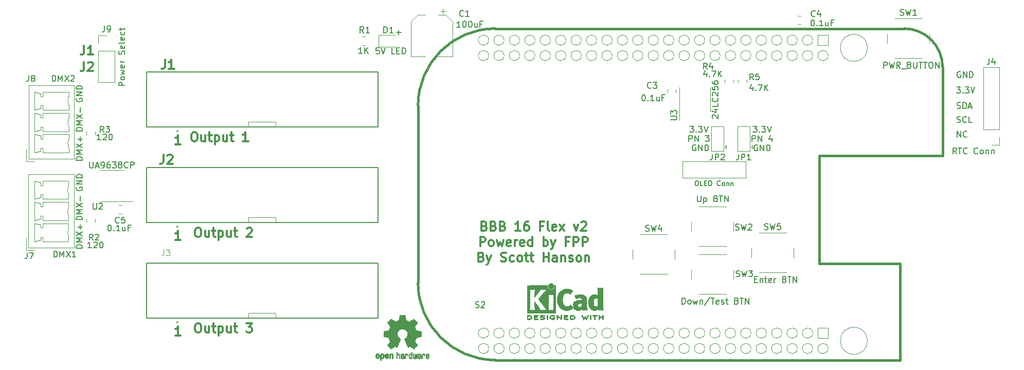
<source format=gbr>
G04 #@! TF.GenerationSoftware,KiCad,Pcbnew,(5.1.10)-1*
G04 #@! TF.CreationDate,2021-08-29T12:45:35-04:00*
G04 #@! TF.ProjectId,BBB_16_Flex,4242425f-3136-45f4-966c-65782e6b6963,v2*
G04 #@! TF.SameCoordinates,Original*
G04 #@! TF.FileFunction,Legend,Top*
G04 #@! TF.FilePolarity,Positive*
%FSLAX46Y46*%
G04 Gerber Fmt 4.6, Leading zero omitted, Abs format (unit mm)*
G04 Created by KiCad (PCBNEW (5.1.10)-1) date 2021-08-29 12:45:35*
%MOMM*%
%LPD*%
G01*
G04 APERTURE LIST*
%ADD10C,0.300000*%
%ADD11C,0.150000*%
%ADD12C,0.120000*%
%ADD13C,0.381000*%
%ADD14C,0.200000*%
%ADD15C,0.127000*%
%ADD16C,0.010000*%
%ADD17C,0.100000*%
%ADD18C,0.015000*%
G04 APERTURE END LIST*
D10*
X162834857Y-107324857D02*
X163049142Y-107396285D01*
X163120571Y-107467714D01*
X163192000Y-107610571D01*
X163192000Y-107824857D01*
X163120571Y-107967714D01*
X163049142Y-108039142D01*
X162906285Y-108110571D01*
X162334857Y-108110571D01*
X162334857Y-106610571D01*
X162834857Y-106610571D01*
X162977714Y-106682000D01*
X163049142Y-106753428D01*
X163120571Y-106896285D01*
X163120571Y-107039142D01*
X163049142Y-107182000D01*
X162977714Y-107253428D01*
X162834857Y-107324857D01*
X162334857Y-107324857D01*
X164334857Y-107324857D02*
X164549142Y-107396285D01*
X164620571Y-107467714D01*
X164692000Y-107610571D01*
X164692000Y-107824857D01*
X164620571Y-107967714D01*
X164549142Y-108039142D01*
X164406285Y-108110571D01*
X163834857Y-108110571D01*
X163834857Y-106610571D01*
X164334857Y-106610571D01*
X164477714Y-106682000D01*
X164549142Y-106753428D01*
X164620571Y-106896285D01*
X164620571Y-107039142D01*
X164549142Y-107182000D01*
X164477714Y-107253428D01*
X164334857Y-107324857D01*
X163834857Y-107324857D01*
X165834857Y-107324857D02*
X166049142Y-107396285D01*
X166120571Y-107467714D01*
X166192000Y-107610571D01*
X166192000Y-107824857D01*
X166120571Y-107967714D01*
X166049142Y-108039142D01*
X165906285Y-108110571D01*
X165334857Y-108110571D01*
X165334857Y-106610571D01*
X165834857Y-106610571D01*
X165977714Y-106682000D01*
X166049142Y-106753428D01*
X166120571Y-106896285D01*
X166120571Y-107039142D01*
X166049142Y-107182000D01*
X165977714Y-107253428D01*
X165834857Y-107324857D01*
X165334857Y-107324857D01*
X168763428Y-108110571D02*
X167906285Y-108110571D01*
X168334857Y-108110571D02*
X168334857Y-106610571D01*
X168192000Y-106824857D01*
X168049142Y-106967714D01*
X167906285Y-107039142D01*
X170049142Y-106610571D02*
X169763428Y-106610571D01*
X169620571Y-106682000D01*
X169549142Y-106753428D01*
X169406285Y-106967714D01*
X169334857Y-107253428D01*
X169334857Y-107824857D01*
X169406285Y-107967714D01*
X169477714Y-108039142D01*
X169620571Y-108110571D01*
X169906285Y-108110571D01*
X170049142Y-108039142D01*
X170120571Y-107967714D01*
X170192000Y-107824857D01*
X170192000Y-107467714D01*
X170120571Y-107324857D01*
X170049142Y-107253428D01*
X169906285Y-107182000D01*
X169620571Y-107182000D01*
X169477714Y-107253428D01*
X169406285Y-107324857D01*
X169334857Y-107467714D01*
X172477714Y-107324857D02*
X171977714Y-107324857D01*
X171977714Y-108110571D02*
X171977714Y-106610571D01*
X172692000Y-106610571D01*
X173477714Y-108110571D02*
X173334857Y-108039142D01*
X173263428Y-107896285D01*
X173263428Y-106610571D01*
X174620571Y-108039142D02*
X174477714Y-108110571D01*
X174192000Y-108110571D01*
X174049142Y-108039142D01*
X173977714Y-107896285D01*
X173977714Y-107324857D01*
X174049142Y-107182000D01*
X174192000Y-107110571D01*
X174477714Y-107110571D01*
X174620571Y-107182000D01*
X174692000Y-107324857D01*
X174692000Y-107467714D01*
X173977714Y-107610571D01*
X175192000Y-108110571D02*
X175977714Y-107110571D01*
X175192000Y-107110571D02*
X175977714Y-108110571D01*
X177549142Y-107110571D02*
X177906285Y-108110571D01*
X178263428Y-107110571D01*
X178763428Y-106753428D02*
X178834857Y-106682000D01*
X178977714Y-106610571D01*
X179334857Y-106610571D01*
X179477714Y-106682000D01*
X179549142Y-106753428D01*
X179620571Y-106896285D01*
X179620571Y-107039142D01*
X179549142Y-107253428D01*
X178692000Y-108110571D01*
X179620571Y-108110571D01*
X162120571Y-110660571D02*
X162120571Y-109160571D01*
X162692000Y-109160571D01*
X162834857Y-109232000D01*
X162906285Y-109303428D01*
X162977714Y-109446285D01*
X162977714Y-109660571D01*
X162906285Y-109803428D01*
X162834857Y-109874857D01*
X162692000Y-109946285D01*
X162120571Y-109946285D01*
X163834857Y-110660571D02*
X163692000Y-110589142D01*
X163620571Y-110517714D01*
X163549142Y-110374857D01*
X163549142Y-109946285D01*
X163620571Y-109803428D01*
X163692000Y-109732000D01*
X163834857Y-109660571D01*
X164049142Y-109660571D01*
X164192000Y-109732000D01*
X164263428Y-109803428D01*
X164334857Y-109946285D01*
X164334857Y-110374857D01*
X164263428Y-110517714D01*
X164192000Y-110589142D01*
X164049142Y-110660571D01*
X163834857Y-110660571D01*
X164834857Y-109660571D02*
X165120571Y-110660571D01*
X165406285Y-109946285D01*
X165692000Y-110660571D01*
X165977714Y-109660571D01*
X167120571Y-110589142D02*
X166977714Y-110660571D01*
X166692000Y-110660571D01*
X166549142Y-110589142D01*
X166477714Y-110446285D01*
X166477714Y-109874857D01*
X166549142Y-109732000D01*
X166692000Y-109660571D01*
X166977714Y-109660571D01*
X167120571Y-109732000D01*
X167192000Y-109874857D01*
X167192000Y-110017714D01*
X166477714Y-110160571D01*
X167834857Y-110660571D02*
X167834857Y-109660571D01*
X167834857Y-109946285D02*
X167906285Y-109803428D01*
X167977714Y-109732000D01*
X168120571Y-109660571D01*
X168263428Y-109660571D01*
X169334857Y-110589142D02*
X169192000Y-110660571D01*
X168906285Y-110660571D01*
X168763428Y-110589142D01*
X168692000Y-110446285D01*
X168692000Y-109874857D01*
X168763428Y-109732000D01*
X168906285Y-109660571D01*
X169192000Y-109660571D01*
X169334857Y-109732000D01*
X169406285Y-109874857D01*
X169406285Y-110017714D01*
X168692000Y-110160571D01*
X170692000Y-110660571D02*
X170692000Y-109160571D01*
X170692000Y-110589142D02*
X170549142Y-110660571D01*
X170263428Y-110660571D01*
X170120571Y-110589142D01*
X170049142Y-110517714D01*
X169977714Y-110374857D01*
X169977714Y-109946285D01*
X170049142Y-109803428D01*
X170120571Y-109732000D01*
X170263428Y-109660571D01*
X170549142Y-109660571D01*
X170692000Y-109732000D01*
X172549142Y-110660571D02*
X172549142Y-109160571D01*
X172549142Y-109732000D02*
X172692000Y-109660571D01*
X172977714Y-109660571D01*
X173120571Y-109732000D01*
X173192000Y-109803428D01*
X173263428Y-109946285D01*
X173263428Y-110374857D01*
X173192000Y-110517714D01*
X173120571Y-110589142D01*
X172977714Y-110660571D01*
X172692000Y-110660571D01*
X172549142Y-110589142D01*
X173763428Y-109660571D02*
X174120571Y-110660571D01*
X174477714Y-109660571D02*
X174120571Y-110660571D01*
X173977714Y-111017714D01*
X173906285Y-111089142D01*
X173763428Y-111160571D01*
X176692000Y-109874857D02*
X176192000Y-109874857D01*
X176192000Y-110660571D02*
X176192000Y-109160571D01*
X176906285Y-109160571D01*
X177477714Y-110660571D02*
X177477714Y-109160571D01*
X178049142Y-109160571D01*
X178192000Y-109232000D01*
X178263428Y-109303428D01*
X178334857Y-109446285D01*
X178334857Y-109660571D01*
X178263428Y-109803428D01*
X178192000Y-109874857D01*
X178049142Y-109946285D01*
X177477714Y-109946285D01*
X178977714Y-110660571D02*
X178977714Y-109160571D01*
X179549142Y-109160571D01*
X179692000Y-109232000D01*
X179763428Y-109303428D01*
X179834857Y-109446285D01*
X179834857Y-109660571D01*
X179763428Y-109803428D01*
X179692000Y-109874857D01*
X179549142Y-109946285D01*
X178977714Y-109946285D01*
X162334857Y-112424857D02*
X162549142Y-112496285D01*
X162620571Y-112567714D01*
X162692000Y-112710571D01*
X162692000Y-112924857D01*
X162620571Y-113067714D01*
X162549142Y-113139142D01*
X162406285Y-113210571D01*
X161834857Y-113210571D01*
X161834857Y-111710571D01*
X162334857Y-111710571D01*
X162477714Y-111782000D01*
X162549142Y-111853428D01*
X162620571Y-111996285D01*
X162620571Y-112139142D01*
X162549142Y-112282000D01*
X162477714Y-112353428D01*
X162334857Y-112424857D01*
X161834857Y-112424857D01*
X163192000Y-112210571D02*
X163549142Y-113210571D01*
X163906285Y-112210571D02*
X163549142Y-113210571D01*
X163406285Y-113567714D01*
X163334857Y-113639142D01*
X163192000Y-113710571D01*
X165549142Y-113139142D02*
X165763428Y-113210571D01*
X166120571Y-113210571D01*
X166263428Y-113139142D01*
X166334857Y-113067714D01*
X166406285Y-112924857D01*
X166406285Y-112782000D01*
X166334857Y-112639142D01*
X166263428Y-112567714D01*
X166120571Y-112496285D01*
X165834857Y-112424857D01*
X165692000Y-112353428D01*
X165620571Y-112282000D01*
X165549142Y-112139142D01*
X165549142Y-111996285D01*
X165620571Y-111853428D01*
X165692000Y-111782000D01*
X165834857Y-111710571D01*
X166192000Y-111710571D01*
X166406285Y-111782000D01*
X167692000Y-113139142D02*
X167549142Y-113210571D01*
X167263428Y-113210571D01*
X167120571Y-113139142D01*
X167049142Y-113067714D01*
X166977714Y-112924857D01*
X166977714Y-112496285D01*
X167049142Y-112353428D01*
X167120571Y-112282000D01*
X167263428Y-112210571D01*
X167549142Y-112210571D01*
X167692000Y-112282000D01*
X168549142Y-113210571D02*
X168406285Y-113139142D01*
X168334857Y-113067714D01*
X168263428Y-112924857D01*
X168263428Y-112496285D01*
X168334857Y-112353428D01*
X168406285Y-112282000D01*
X168549142Y-112210571D01*
X168763428Y-112210571D01*
X168906285Y-112282000D01*
X168977714Y-112353428D01*
X169049142Y-112496285D01*
X169049142Y-112924857D01*
X168977714Y-113067714D01*
X168906285Y-113139142D01*
X168763428Y-113210571D01*
X168549142Y-113210571D01*
X169477714Y-112210571D02*
X170049142Y-112210571D01*
X169692000Y-111710571D02*
X169692000Y-112996285D01*
X169763428Y-113139142D01*
X169906285Y-113210571D01*
X170049142Y-113210571D01*
X170334857Y-112210571D02*
X170906285Y-112210571D01*
X170549142Y-111710571D02*
X170549142Y-112996285D01*
X170620571Y-113139142D01*
X170763428Y-113210571D01*
X170906285Y-113210571D01*
X172549142Y-113210571D02*
X172549142Y-111710571D01*
X172549142Y-112424857D02*
X173406285Y-112424857D01*
X173406285Y-113210571D02*
X173406285Y-111710571D01*
X174763428Y-113210571D02*
X174763428Y-112424857D01*
X174692000Y-112282000D01*
X174549142Y-112210571D01*
X174263428Y-112210571D01*
X174120571Y-112282000D01*
X174763428Y-113139142D02*
X174620571Y-113210571D01*
X174263428Y-113210571D01*
X174120571Y-113139142D01*
X174049142Y-112996285D01*
X174049142Y-112853428D01*
X174120571Y-112710571D01*
X174263428Y-112639142D01*
X174620571Y-112639142D01*
X174763428Y-112567714D01*
X175477714Y-112210571D02*
X175477714Y-113210571D01*
X175477714Y-112353428D02*
X175549142Y-112282000D01*
X175692000Y-112210571D01*
X175906285Y-112210571D01*
X176049142Y-112282000D01*
X176120571Y-112424857D01*
X176120571Y-113210571D01*
X176763428Y-113139142D02*
X176906285Y-113210571D01*
X177192000Y-113210571D01*
X177334857Y-113139142D01*
X177406285Y-112996285D01*
X177406285Y-112924857D01*
X177334857Y-112782000D01*
X177192000Y-112710571D01*
X176977714Y-112710571D01*
X176834857Y-112639142D01*
X176763428Y-112496285D01*
X176763428Y-112424857D01*
X176834857Y-112282000D01*
X176977714Y-112210571D01*
X177192000Y-112210571D01*
X177334857Y-112282000D01*
X178263428Y-113210571D02*
X178120571Y-113139142D01*
X178049142Y-113067714D01*
X177977714Y-112924857D01*
X177977714Y-112496285D01*
X178049142Y-112353428D01*
X178120571Y-112282000D01*
X178263428Y-112210571D01*
X178477714Y-112210571D01*
X178620571Y-112282000D01*
X178692000Y-112353428D01*
X178763428Y-112496285D01*
X178763428Y-112924857D01*
X178692000Y-113067714D01*
X178620571Y-113139142D01*
X178477714Y-113210571D01*
X178263428Y-113210571D01*
X179406285Y-112210571D02*
X179406285Y-113210571D01*
X179406285Y-112353428D02*
X179477714Y-112282000D01*
X179620571Y-112210571D01*
X179834857Y-112210571D01*
X179977714Y-112282000D01*
X180049142Y-112424857D01*
X180049142Y-113210571D01*
X112823571Y-125392571D02*
X111966428Y-125392571D01*
X112395000Y-125392571D02*
X112395000Y-123892571D01*
X112252142Y-124106857D01*
X112109285Y-124249714D01*
X111966428Y-124321142D01*
X112823571Y-93896571D02*
X111966428Y-93896571D01*
X112395000Y-93896571D02*
X112395000Y-92396571D01*
X112252142Y-92610857D01*
X112109285Y-92753714D01*
X111966428Y-92825142D01*
X112823571Y-109644571D02*
X111966428Y-109644571D01*
X112395000Y-109644571D02*
X112395000Y-108144571D01*
X112252142Y-108358857D01*
X112109285Y-108501714D01*
X111966428Y-108573142D01*
X96916000Y-77612571D02*
X96916000Y-78684000D01*
X96844571Y-78898285D01*
X96701714Y-79041142D01*
X96487428Y-79112571D01*
X96344571Y-79112571D01*
X98416000Y-79112571D02*
X97558857Y-79112571D01*
X97987428Y-79112571D02*
X97987428Y-77612571D01*
X97844571Y-77826857D01*
X97701714Y-77969714D01*
X97558857Y-78041142D01*
X96916000Y-80312571D02*
X96916000Y-81384000D01*
X96844571Y-81598285D01*
X96701714Y-81741142D01*
X96487428Y-81812571D01*
X96344571Y-81812571D01*
X97558857Y-80455428D02*
X97630285Y-80384000D01*
X97773142Y-80312571D01*
X98130285Y-80312571D01*
X98273142Y-80384000D01*
X98344571Y-80455428D01*
X98416000Y-80598285D01*
X98416000Y-80741142D01*
X98344571Y-80955428D01*
X97487428Y-81812571D01*
X98416000Y-81812571D01*
D11*
X96638580Y-106281171D02*
X95638580Y-106281171D01*
X95638580Y-106043076D01*
X95686200Y-105900219D01*
X95781438Y-105804980D01*
X95876676Y-105757361D01*
X96067152Y-105709742D01*
X96210009Y-105709742D01*
X96400485Y-105757361D01*
X96495723Y-105804980D01*
X96590961Y-105900219D01*
X96638580Y-106043076D01*
X96638580Y-106281171D01*
X96638580Y-105281171D02*
X95638580Y-105281171D01*
X96352866Y-104947838D01*
X95638580Y-104614504D01*
X96638580Y-104614504D01*
X95638580Y-104233552D02*
X96638580Y-103566885D01*
X95638580Y-103566885D02*
X96638580Y-104233552D01*
X96257628Y-103185933D02*
X96257628Y-102424028D01*
X96638580Y-91650771D02*
X95638580Y-91650771D01*
X95638580Y-91412676D01*
X95686200Y-91269819D01*
X95781438Y-91174580D01*
X95876676Y-91126961D01*
X96067152Y-91079342D01*
X96210009Y-91079342D01*
X96400485Y-91126961D01*
X96495723Y-91174580D01*
X96590961Y-91269819D01*
X96638580Y-91412676D01*
X96638580Y-91650771D01*
X96638580Y-90650771D02*
X95638580Y-90650771D01*
X96352866Y-90317438D01*
X95638580Y-89984104D01*
X96638580Y-89984104D01*
X95638580Y-89603152D02*
X96638580Y-88936485D01*
X95638580Y-88936485D02*
X96638580Y-89603152D01*
X96257628Y-88555533D02*
X96257628Y-87793628D01*
X96638580Y-96476771D02*
X95638580Y-96476771D01*
X95638580Y-96238676D01*
X95686200Y-96095819D01*
X95781438Y-96000580D01*
X95876676Y-95952961D01*
X96067152Y-95905342D01*
X96210009Y-95905342D01*
X96400485Y-95952961D01*
X96495723Y-96000580D01*
X96590961Y-96095819D01*
X96638580Y-96238676D01*
X96638580Y-96476771D01*
X96638580Y-95476771D02*
X95638580Y-95476771D01*
X96352866Y-95143438D01*
X95638580Y-94810104D01*
X96638580Y-94810104D01*
X95638580Y-94429152D02*
X96638580Y-93762485D01*
X95638580Y-93762485D02*
X96638580Y-94429152D01*
X96257628Y-93381533D02*
X96257628Y-92619628D01*
X96638580Y-93000580D02*
X95876676Y-93000580D01*
X96638580Y-110980171D02*
X95638580Y-110980171D01*
X95638580Y-110742076D01*
X95686200Y-110599219D01*
X95781438Y-110503980D01*
X95876676Y-110456361D01*
X96067152Y-110408742D01*
X96210009Y-110408742D01*
X96400485Y-110456361D01*
X96495723Y-110503980D01*
X96590961Y-110599219D01*
X96638580Y-110742076D01*
X96638580Y-110980171D01*
X96638580Y-109980171D02*
X95638580Y-109980171D01*
X96352866Y-109646838D01*
X95638580Y-109313504D01*
X96638580Y-109313504D01*
X95638580Y-108932552D02*
X96638580Y-108265885D01*
X95638580Y-108265885D02*
X96638580Y-108932552D01*
X96257628Y-107884933D02*
X96257628Y-107123028D01*
X96638580Y-107503980D02*
X95876676Y-107503980D01*
X95686200Y-100923504D02*
X95638580Y-101018742D01*
X95638580Y-101161600D01*
X95686200Y-101304457D01*
X95781438Y-101399695D01*
X95876676Y-101447314D01*
X96067152Y-101494933D01*
X96210009Y-101494933D01*
X96400485Y-101447314D01*
X96495723Y-101399695D01*
X96590961Y-101304457D01*
X96638580Y-101161600D01*
X96638580Y-101066361D01*
X96590961Y-100923504D01*
X96543342Y-100875885D01*
X96210009Y-100875885D01*
X96210009Y-101066361D01*
X96638580Y-100447314D02*
X95638580Y-100447314D01*
X96638580Y-99875885D01*
X95638580Y-99875885D01*
X96638580Y-99399695D02*
X95638580Y-99399695D01*
X95638580Y-99161600D01*
X95686200Y-99018742D01*
X95781438Y-98923504D01*
X95876676Y-98875885D01*
X96067152Y-98828266D01*
X96210009Y-98828266D01*
X96400485Y-98875885D01*
X96495723Y-98923504D01*
X96590961Y-99018742D01*
X96638580Y-99161600D01*
X96638580Y-99399695D01*
X95686200Y-86293104D02*
X95638580Y-86388342D01*
X95638580Y-86531200D01*
X95686200Y-86674057D01*
X95781438Y-86769295D01*
X95876676Y-86816914D01*
X96067152Y-86864533D01*
X96210009Y-86864533D01*
X96400485Y-86816914D01*
X96495723Y-86769295D01*
X96590961Y-86674057D01*
X96638580Y-86531200D01*
X96638580Y-86435961D01*
X96590961Y-86293104D01*
X96543342Y-86245485D01*
X96210009Y-86245485D01*
X96210009Y-86435961D01*
X96638580Y-85816914D02*
X95638580Y-85816914D01*
X96638580Y-85245485D01*
X95638580Y-85245485D01*
X96638580Y-84769295D02*
X95638580Y-84769295D01*
X95638580Y-84531200D01*
X95686200Y-84388342D01*
X95781438Y-84293104D01*
X95876676Y-84245485D01*
X96067152Y-84197866D01*
X96210009Y-84197866D01*
X96400485Y-84245485D01*
X96495723Y-84293104D01*
X96590961Y-84388342D01*
X96638580Y-84531200D01*
X96638580Y-84769295D01*
X149096952Y-75462571D02*
X148335047Y-75462571D01*
X148716000Y-75081619D02*
X148716000Y-75843523D01*
X197612095Y-93988000D02*
X197516857Y-93940380D01*
X197374000Y-93940380D01*
X197231142Y-93988000D01*
X197135904Y-94083238D01*
X197088285Y-94178476D01*
X197040666Y-94368952D01*
X197040666Y-94511809D01*
X197088285Y-94702285D01*
X197135904Y-94797523D01*
X197231142Y-94892761D01*
X197374000Y-94940380D01*
X197469238Y-94940380D01*
X197612095Y-94892761D01*
X197659714Y-94845142D01*
X197659714Y-94511809D01*
X197469238Y-94511809D01*
X198088285Y-94940380D02*
X198088285Y-93940380D01*
X198659714Y-94940380D01*
X198659714Y-93940380D01*
X199135904Y-94940380D02*
X199135904Y-93940380D01*
X199374000Y-93940380D01*
X199516857Y-93988000D01*
X199612095Y-94083238D01*
X199659714Y-94178476D01*
X199707333Y-94368952D01*
X199707333Y-94511809D01*
X199659714Y-94702285D01*
X199612095Y-94797523D01*
X199516857Y-94892761D01*
X199374000Y-94940380D01*
X199135904Y-94940380D01*
X206891142Y-93416380D02*
X206891142Y-92416380D01*
X207272095Y-92416380D01*
X207367333Y-92464000D01*
X207414952Y-92511619D01*
X207462571Y-92606857D01*
X207462571Y-92749714D01*
X207414952Y-92844952D01*
X207367333Y-92892571D01*
X207272095Y-92940190D01*
X206891142Y-92940190D01*
X207891142Y-93416380D02*
X207891142Y-92416380D01*
X208462571Y-93416380D01*
X208462571Y-92416380D01*
X210129238Y-92749714D02*
X210129238Y-93416380D01*
X209891142Y-92368761D02*
X209653047Y-93083047D01*
X210272095Y-93083047D01*
X207057809Y-90892380D02*
X207676857Y-90892380D01*
X207343523Y-91273333D01*
X207486380Y-91273333D01*
X207581619Y-91320952D01*
X207629238Y-91368571D01*
X207676857Y-91463809D01*
X207676857Y-91701904D01*
X207629238Y-91797142D01*
X207581619Y-91844761D01*
X207486380Y-91892380D01*
X207200666Y-91892380D01*
X207105428Y-91844761D01*
X207057809Y-91797142D01*
X208105428Y-91797142D02*
X208153047Y-91844761D01*
X208105428Y-91892380D01*
X208057809Y-91844761D01*
X208105428Y-91797142D01*
X208105428Y-91892380D01*
X208486380Y-90892380D02*
X209105428Y-90892380D01*
X208772095Y-91273333D01*
X208914952Y-91273333D01*
X209010190Y-91320952D01*
X209057809Y-91368571D01*
X209105428Y-91463809D01*
X209105428Y-91701904D01*
X209057809Y-91797142D01*
X209010190Y-91844761D01*
X208914952Y-91892380D01*
X208629238Y-91892380D01*
X208534000Y-91844761D01*
X208486380Y-91797142D01*
X209391142Y-90892380D02*
X209724476Y-91892380D01*
X210057809Y-90892380D01*
X196477142Y-93416380D02*
X196477142Y-92416380D01*
X196858095Y-92416380D01*
X196953333Y-92464000D01*
X197000952Y-92511619D01*
X197048571Y-92606857D01*
X197048571Y-92749714D01*
X197000952Y-92844952D01*
X196953333Y-92892571D01*
X196858095Y-92940190D01*
X196477142Y-92940190D01*
X197477142Y-93416380D02*
X197477142Y-92416380D01*
X198048571Y-93416380D01*
X198048571Y-92416380D01*
X199191428Y-92416380D02*
X199810476Y-92416380D01*
X199477142Y-92797333D01*
X199620000Y-92797333D01*
X199715238Y-92844952D01*
X199762857Y-92892571D01*
X199810476Y-92987809D01*
X199810476Y-93225904D01*
X199762857Y-93321142D01*
X199715238Y-93368761D01*
X199620000Y-93416380D01*
X199334285Y-93416380D01*
X199239047Y-93368761D01*
X199191428Y-93321142D01*
X196643809Y-90892380D02*
X197262857Y-90892380D01*
X196929523Y-91273333D01*
X197072380Y-91273333D01*
X197167619Y-91320952D01*
X197215238Y-91368571D01*
X197262857Y-91463809D01*
X197262857Y-91701904D01*
X197215238Y-91797142D01*
X197167619Y-91844761D01*
X197072380Y-91892380D01*
X196786666Y-91892380D01*
X196691428Y-91844761D01*
X196643809Y-91797142D01*
X197691428Y-91797142D02*
X197739047Y-91844761D01*
X197691428Y-91892380D01*
X197643809Y-91844761D01*
X197691428Y-91797142D01*
X197691428Y-91892380D01*
X198072380Y-90892380D02*
X198691428Y-90892380D01*
X198358095Y-91273333D01*
X198500952Y-91273333D01*
X198596190Y-91320952D01*
X198643809Y-91368571D01*
X198691428Y-91463809D01*
X198691428Y-91701904D01*
X198643809Y-91797142D01*
X198596190Y-91844761D01*
X198500952Y-91892380D01*
X198215238Y-91892380D01*
X198120000Y-91844761D01*
X198072380Y-91797142D01*
X198977142Y-90892380D02*
X199310476Y-91892380D01*
X199643809Y-90892380D01*
X207772095Y-93988000D02*
X207676857Y-93940380D01*
X207534000Y-93940380D01*
X207391142Y-93988000D01*
X207295904Y-94083238D01*
X207248285Y-94178476D01*
X207200666Y-94368952D01*
X207200666Y-94511809D01*
X207248285Y-94702285D01*
X207295904Y-94797523D01*
X207391142Y-94892761D01*
X207534000Y-94940380D01*
X207629238Y-94940380D01*
X207772095Y-94892761D01*
X207819714Y-94845142D01*
X207819714Y-94511809D01*
X207629238Y-94511809D01*
X208248285Y-94940380D02*
X208248285Y-93940380D01*
X208819714Y-94940380D01*
X208819714Y-93940380D01*
X209295904Y-94940380D02*
X209295904Y-93940380D01*
X209534000Y-93940380D01*
X209676857Y-93988000D01*
X209772095Y-94083238D01*
X209819714Y-94178476D01*
X209867333Y-94368952D01*
X209867333Y-94511809D01*
X209819714Y-94702285D01*
X209772095Y-94797523D01*
X209676857Y-94892761D01*
X209534000Y-94940380D01*
X209295904Y-94940380D01*
X240653825Y-92686680D02*
X240653825Y-91686680D01*
X241225254Y-92686680D01*
X241225254Y-91686680D01*
X242272873Y-92591442D02*
X242225254Y-92639061D01*
X242082397Y-92686680D01*
X241987159Y-92686680D01*
X241844301Y-92639061D01*
X241749063Y-92543823D01*
X241701444Y-92448585D01*
X241653825Y-92258109D01*
X241653825Y-92115252D01*
X241701444Y-91924776D01*
X241749063Y-91829538D01*
X241844301Y-91734300D01*
X241987159Y-91686680D01*
X242082397Y-91686680D01*
X242225254Y-91734300D01*
X242272873Y-91781919D01*
X241177635Y-81910860D02*
X241082397Y-81863240D01*
X240939540Y-81863240D01*
X240796682Y-81910860D01*
X240701444Y-82006098D01*
X240653825Y-82101336D01*
X240606206Y-82291812D01*
X240606206Y-82434669D01*
X240653825Y-82625145D01*
X240701444Y-82720383D01*
X240796682Y-82815621D01*
X240939540Y-82863240D01*
X241034778Y-82863240D01*
X241177635Y-82815621D01*
X241225254Y-82768002D01*
X241225254Y-82434669D01*
X241034778Y-82434669D01*
X241653825Y-82863240D02*
X241653825Y-81863240D01*
X242225254Y-82863240D01*
X242225254Y-81863240D01*
X242701444Y-82863240D02*
X242701444Y-81863240D01*
X242939540Y-81863240D01*
X243082397Y-81910860D01*
X243177635Y-82006098D01*
X243225254Y-82101336D01*
X243272873Y-82291812D01*
X243272873Y-82434669D01*
X243225254Y-82625145D01*
X243177635Y-82720383D01*
X243082397Y-82815621D01*
X242939540Y-82863240D01*
X242701444Y-82863240D01*
X240606207Y-87935621D02*
X240749064Y-87983240D01*
X240987159Y-87983240D01*
X241082397Y-87935621D01*
X241130016Y-87888002D01*
X241177635Y-87792764D01*
X241177635Y-87697526D01*
X241130016Y-87602288D01*
X241082397Y-87554669D01*
X240987159Y-87507050D01*
X240796683Y-87459431D01*
X240701445Y-87411812D01*
X240653826Y-87364193D01*
X240606207Y-87268955D01*
X240606207Y-87173717D01*
X240653826Y-87078479D01*
X240701445Y-87030860D01*
X240796683Y-86983240D01*
X241034778Y-86983240D01*
X241177635Y-87030860D01*
X241606207Y-87983240D02*
X241606207Y-86983240D01*
X241844302Y-86983240D01*
X241987159Y-87030860D01*
X242082397Y-87126098D01*
X242130016Y-87221336D01*
X242177635Y-87411812D01*
X242177635Y-87554669D01*
X242130016Y-87745145D01*
X242082397Y-87840383D01*
X241987159Y-87935621D01*
X241844302Y-87983240D01*
X241606207Y-87983240D01*
X242558588Y-87697526D02*
X243034778Y-87697526D01*
X242463350Y-87983240D02*
X242796683Y-86983240D01*
X243130016Y-87983240D01*
X240606206Y-90229061D02*
X240749063Y-90276680D01*
X240987159Y-90276680D01*
X241082397Y-90229061D01*
X241130016Y-90181442D01*
X241177635Y-90086204D01*
X241177635Y-89990966D01*
X241130016Y-89895728D01*
X241082397Y-89848109D01*
X240987159Y-89800490D01*
X240796683Y-89752871D01*
X240701444Y-89705252D01*
X240653825Y-89657633D01*
X240606206Y-89562395D01*
X240606206Y-89467157D01*
X240653825Y-89371919D01*
X240701444Y-89324300D01*
X240796683Y-89276680D01*
X241034778Y-89276680D01*
X241177635Y-89324300D01*
X242177635Y-90181442D02*
X242130016Y-90229061D01*
X241987159Y-90276680D01*
X241891921Y-90276680D01*
X241749063Y-90229061D01*
X241653825Y-90133823D01*
X241606206Y-90038585D01*
X241558587Y-89848109D01*
X241558587Y-89705252D01*
X241606206Y-89514776D01*
X241653825Y-89419538D01*
X241749063Y-89324300D01*
X241891921Y-89276680D01*
X241987159Y-89276680D01*
X242130016Y-89324300D01*
X242177635Y-89371919D01*
X243082397Y-90276680D02*
X242606206Y-90276680D01*
X242606206Y-89276680D01*
X240558587Y-84443240D02*
X241177635Y-84443240D01*
X240844301Y-84824193D01*
X240987158Y-84824193D01*
X241082397Y-84871812D01*
X241130016Y-84919431D01*
X241177635Y-85014669D01*
X241177635Y-85252764D01*
X241130016Y-85348002D01*
X241082397Y-85395621D01*
X240987158Y-85443240D01*
X240701444Y-85443240D01*
X240606206Y-85395621D01*
X240558587Y-85348002D01*
X241606206Y-85348002D02*
X241653825Y-85395621D01*
X241606206Y-85443240D01*
X241558587Y-85395621D01*
X241606206Y-85348002D01*
X241606206Y-85443240D01*
X241987158Y-84443240D02*
X242606206Y-84443240D01*
X242272873Y-84824193D01*
X242415730Y-84824193D01*
X242510968Y-84871812D01*
X242558587Y-84919431D01*
X242606206Y-85014669D01*
X242606206Y-85252764D01*
X242558587Y-85348002D01*
X242510968Y-85395621D01*
X242415730Y-85443240D01*
X242130016Y-85443240D01*
X242034778Y-85395621D01*
X241987158Y-85348002D01*
X242891920Y-84443240D02*
X243225254Y-85443240D01*
X243558587Y-84443240D01*
D12*
X202368000Y-94264000D02*
X202668000Y-93964000D01*
X202668000Y-94564000D02*
X202668000Y-93964000D01*
X202368000Y-94264000D02*
X202668000Y-94564000D01*
X202168000Y-95014000D02*
X200168000Y-95014000D01*
X202168000Y-90914000D02*
X202168000Y-95014000D01*
X200168000Y-90914000D02*
X202168000Y-90914000D01*
X200168000Y-95014000D02*
X200168000Y-90914000D01*
X206686000Y-94264000D02*
X206986000Y-93964000D01*
X206986000Y-94564000D02*
X206986000Y-93964000D01*
X206686000Y-94264000D02*
X206986000Y-94564000D01*
X206486000Y-95014000D02*
X204486000Y-95014000D01*
X206486000Y-90914000D02*
X206486000Y-95014000D01*
X204486000Y-90914000D02*
X206486000Y-90914000D01*
X204486000Y-95014000D02*
X204486000Y-90914000D01*
X205850000Y-96684000D02*
X195470000Y-96684000D01*
X195470000Y-96684000D02*
X195470000Y-99404000D01*
X195470000Y-99404000D02*
X205850000Y-99404000D01*
X205850000Y-96684000D02*
X205850000Y-99404000D01*
X208010000Y-114974000D02*
X212510000Y-114974000D01*
X206760000Y-110974000D02*
X206760000Y-112474000D01*
X212510000Y-108474000D02*
X208010000Y-108474000D01*
X213760000Y-112474000D02*
X213760000Y-110974000D01*
X188452000Y-115228000D02*
X192952000Y-115228000D01*
X187202000Y-111228000D02*
X187202000Y-112728000D01*
X192952000Y-108728000D02*
X188452000Y-108728000D01*
X194202000Y-112728000D02*
X194202000Y-111228000D01*
D13*
X151892000Y-87503000D02*
X151892000Y-116713000D01*
X164592000Y-74803000D02*
X231902000Y-74803000D01*
X238252000Y-81153000D02*
X238252000Y-82423000D01*
X238252000Y-95377000D02*
X238252000Y-82423000D01*
X231267000Y-129413000D02*
X231267000Y-113919000D01*
X164592000Y-129413000D02*
X231267000Y-129413000D01*
X238252000Y-95758000D02*
X238252000Y-95377000D01*
X217932000Y-95758000D02*
X238252000Y-95758000D01*
X217932000Y-113538000D02*
X217932000Y-95758000D01*
X231267000Y-113538000D02*
X217932000Y-113538000D01*
X231267000Y-113919000D02*
X231267000Y-113538000D01*
X238252000Y-81153000D02*
G75*
G03*
X231902000Y-74803000I-6350000J0D01*
G01*
X151892000Y-116713000D02*
G75*
G03*
X164592000Y-129413000I12700000J0D01*
G01*
X164592000Y-74803000D02*
G75*
G03*
X151892000Y-87503000I0J-12700000D01*
G01*
D14*
X112368000Y-91694000D02*
G75*
G03*
X112368000Y-91694000I-100000J0D01*
G01*
D15*
X107198000Y-81964000D02*
X107198000Y-91014000D01*
X107198000Y-91014000D02*
X145278000Y-91014000D01*
X145278000Y-91014000D02*
X145278000Y-81964000D01*
X145278000Y-81964000D02*
X107198000Y-81964000D01*
D12*
X126238000Y-90170000D02*
X128498600Y-90170000D01*
X128498600Y-90170000D02*
X128498600Y-91008200D01*
X126238000Y-90170000D02*
X123977400Y-90170000D01*
X123977400Y-90170000D02*
X123977400Y-91008200D01*
D14*
X112368000Y-107442000D02*
G75*
G03*
X112368000Y-107442000I-100000J0D01*
G01*
D15*
X107198000Y-97712000D02*
X107198000Y-106762000D01*
X107198000Y-106762000D02*
X145278000Y-106762000D01*
X145278000Y-106762000D02*
X145278000Y-97712000D01*
X145278000Y-97712000D02*
X107198000Y-97712000D01*
D12*
X126238000Y-105918000D02*
X128498600Y-105918000D01*
X128498600Y-105918000D02*
X128498600Y-106756200D01*
X126238000Y-105918000D02*
X123977400Y-105918000D01*
X123977400Y-105918000D02*
X123977400Y-106756200D01*
X230362000Y-79668000D02*
X234862000Y-79668000D01*
X229112000Y-75668000D02*
X229112000Y-77168000D01*
X234862000Y-73168000D02*
X230362000Y-73168000D01*
X236112000Y-77168000D02*
X236112000Y-75668000D01*
D14*
X112368000Y-123190000D02*
G75*
G03*
X112368000Y-123190000I-100000J0D01*
G01*
D15*
X107198000Y-113460000D02*
X107198000Y-122510000D01*
X107198000Y-122510000D02*
X145278000Y-122510000D01*
X145278000Y-122510000D02*
X145278000Y-113460000D01*
X145278000Y-113460000D02*
X107198000Y-113460000D01*
D12*
X126238000Y-121666000D02*
X128498600Y-121666000D01*
X128498600Y-121666000D02*
X128498600Y-122504200D01*
X126238000Y-121666000D02*
X123977400Y-121666000D01*
X123977400Y-121666000D02*
X123977400Y-122504200D01*
X200016600Y-86481200D02*
X200016600Y-84531200D01*
X200016600Y-86481200D02*
X200016600Y-88431200D01*
X194896600Y-86481200D02*
X194896600Y-84531200D01*
X194896600Y-86481200D02*
X194896600Y-89931200D01*
X203780000Y-83184648D02*
X203780000Y-83707152D01*
X202360000Y-83184648D02*
X202360000Y-83707152D01*
X205977100Y-83184648D02*
X205977100Y-83707152D01*
X204557100Y-83184648D02*
X204557100Y-83707152D01*
X192936600Y-85320052D02*
X192936600Y-84797548D01*
X194356600Y-85320052D02*
X194356600Y-84797548D01*
X156405250Y-71956250D02*
X155617750Y-71956250D01*
X156011500Y-71562500D02*
X156011500Y-72350000D01*
X151818437Y-72590000D02*
X150754000Y-73654437D01*
X156509563Y-72590000D02*
X157574000Y-73654437D01*
X156509563Y-72590000D02*
X155224000Y-72590000D01*
X151818437Y-72590000D02*
X153104000Y-72590000D01*
X150754000Y-73654437D02*
X150754000Y-79410000D01*
X157574000Y-73654437D02*
X157574000Y-79410000D01*
X157574000Y-79410000D02*
X155224000Y-79410000D01*
X150754000Y-79410000D02*
X153104000Y-79410000D01*
X101469400Y-98160400D02*
X99519400Y-98160400D01*
X101469400Y-98160400D02*
X103419400Y-98160400D01*
X101469400Y-103280400D02*
X99519400Y-103280400D01*
X101469400Y-103280400D02*
X104919400Y-103280400D01*
X97305000Y-92269452D02*
X97305000Y-91746948D01*
X98725000Y-92269452D02*
X98725000Y-91746948D01*
X97305000Y-106696652D02*
X97305000Y-106174148D01*
X98725000Y-106696652D02*
X98725000Y-106174148D01*
X142647348Y-76110000D02*
X143169852Y-76110000D01*
X142647348Y-77530000D02*
X143169852Y-77530000D01*
X148226600Y-75860000D02*
X145366600Y-75860000D01*
X145366600Y-75860000D02*
X145366600Y-77780000D01*
X145366600Y-77780000D02*
X148226600Y-77780000D01*
X103153052Y-105291200D02*
X102630548Y-105291200D01*
X103153052Y-103871200D02*
X102630548Y-103871200D01*
X214368748Y-72696000D02*
X214891252Y-72696000D01*
X214368748Y-74116000D02*
X214891252Y-74116000D01*
X99286000Y-83644000D02*
X101946000Y-83644000D01*
X99286000Y-78504000D02*
X99286000Y-83644000D01*
X101946000Y-78504000D02*
X101946000Y-83644000D01*
X99286000Y-78504000D02*
X101946000Y-78504000D01*
X99286000Y-77234000D02*
X99286000Y-75904000D01*
X99286000Y-75904000D02*
X100616000Y-75904000D01*
D16*
G36*
X173169600Y-117223054D02*
G01*
X173180465Y-117336993D01*
X173212082Y-117444616D01*
X173262985Y-117543615D01*
X173331707Y-117631684D01*
X173416781Y-117706516D01*
X173513768Y-117764384D01*
X173620036Y-117804005D01*
X173727050Y-117822573D01*
X173832700Y-117821434D01*
X173934875Y-117801930D01*
X174031466Y-117765406D01*
X174120362Y-117713205D01*
X174199454Y-117646673D01*
X174266631Y-117567152D01*
X174319783Y-117475987D01*
X174356801Y-117374523D01*
X174375573Y-117264102D01*
X174377511Y-117214206D01*
X174377511Y-117126267D01*
X174429440Y-117126267D01*
X174465747Y-117129111D01*
X174492645Y-117140911D01*
X174519751Y-117164649D01*
X174558133Y-117203031D01*
X174558133Y-119394602D01*
X174558124Y-119656739D01*
X174558092Y-119897241D01*
X174558028Y-120117048D01*
X174557924Y-120317101D01*
X174557773Y-120498344D01*
X174557566Y-120661716D01*
X174557294Y-120808160D01*
X174556950Y-120938617D01*
X174556526Y-121054029D01*
X174556013Y-121155338D01*
X174555403Y-121243484D01*
X174554688Y-121319410D01*
X174553860Y-121384057D01*
X174552911Y-121438367D01*
X174551833Y-121483280D01*
X174550617Y-121519740D01*
X174549255Y-121548687D01*
X174547739Y-121571063D01*
X174546062Y-121587809D01*
X174544214Y-121599868D01*
X174542187Y-121608180D01*
X174539975Y-121613687D01*
X174538892Y-121615537D01*
X174534729Y-121622549D01*
X174531195Y-121628996D01*
X174527365Y-121634900D01*
X174522318Y-121640286D01*
X174515129Y-121645178D01*
X174504877Y-121649598D01*
X174490636Y-121653572D01*
X174471486Y-121657121D01*
X174446501Y-121660270D01*
X174414760Y-121663042D01*
X174375338Y-121665461D01*
X174327314Y-121667551D01*
X174269763Y-121669335D01*
X174201763Y-121670837D01*
X174122390Y-121672080D01*
X174030721Y-121673089D01*
X173925834Y-121673885D01*
X173806804Y-121674494D01*
X173672710Y-121674939D01*
X173522627Y-121675243D01*
X173355633Y-121675430D01*
X173170804Y-121675524D01*
X172967217Y-121675548D01*
X172743950Y-121675525D01*
X172500078Y-121675480D01*
X172234679Y-121675437D01*
X172196296Y-121675432D01*
X171929318Y-121675389D01*
X171683998Y-121675318D01*
X171459417Y-121675213D01*
X171254655Y-121675066D01*
X171068794Y-121674869D01*
X170900912Y-121674616D01*
X170750092Y-121674300D01*
X170615413Y-121673913D01*
X170495956Y-121673447D01*
X170390801Y-121672897D01*
X170299029Y-121672253D01*
X170219721Y-121671511D01*
X170151957Y-121670661D01*
X170094818Y-121669697D01*
X170047383Y-121668611D01*
X170008734Y-121667397D01*
X169977951Y-121666047D01*
X169954115Y-121664555D01*
X169936306Y-121662911D01*
X169923605Y-121661111D01*
X169915092Y-121659145D01*
X169910734Y-121657477D01*
X169902272Y-121653906D01*
X169894503Y-121651270D01*
X169887398Y-121648634D01*
X169880927Y-121645062D01*
X169875061Y-121639621D01*
X169869771Y-121631375D01*
X169865026Y-121619390D01*
X169860798Y-121602731D01*
X169857057Y-121580463D01*
X169853773Y-121551652D01*
X169850917Y-121515363D01*
X169848460Y-121470661D01*
X169846371Y-121416611D01*
X169844622Y-121352279D01*
X169843183Y-121276730D01*
X169842024Y-121189030D01*
X169841117Y-121088243D01*
X169840431Y-120973434D01*
X169839937Y-120843670D01*
X169839605Y-120698015D01*
X169839407Y-120535535D01*
X169839313Y-120355295D01*
X169839292Y-120156360D01*
X169839315Y-119937796D01*
X169839354Y-119698668D01*
X169839378Y-119438040D01*
X169839378Y-119395889D01*
X169839364Y-119132992D01*
X169839339Y-118891732D01*
X169839329Y-118671165D01*
X169839358Y-118470352D01*
X169839452Y-118288349D01*
X169839638Y-118124216D01*
X169839941Y-117977011D01*
X169840386Y-117845792D01*
X169840966Y-117735867D01*
X170143803Y-117735867D01*
X170183593Y-117793711D01*
X170194764Y-117809479D01*
X170204834Y-117823441D01*
X170213862Y-117836784D01*
X170221903Y-117850693D01*
X170229014Y-117866356D01*
X170235253Y-117884958D01*
X170240675Y-117907686D01*
X170245338Y-117935727D01*
X170249299Y-117970267D01*
X170252615Y-118012492D01*
X170255341Y-118063589D01*
X170257536Y-118124744D01*
X170259255Y-118197144D01*
X170260556Y-118281975D01*
X170261495Y-118380422D01*
X170262130Y-118493674D01*
X170262516Y-118622916D01*
X170262712Y-118769334D01*
X170262773Y-118934116D01*
X170262757Y-119118447D01*
X170262720Y-119323513D01*
X170262711Y-119446133D01*
X170262735Y-119663082D01*
X170262769Y-119858642D01*
X170262757Y-120033999D01*
X170262642Y-120190341D01*
X170262370Y-120328857D01*
X170261882Y-120450734D01*
X170261124Y-120557160D01*
X170260038Y-120649322D01*
X170258569Y-120728409D01*
X170256660Y-120795608D01*
X170254256Y-120852107D01*
X170251299Y-120899093D01*
X170247734Y-120937755D01*
X170243505Y-120969280D01*
X170238554Y-120994855D01*
X170232827Y-121015670D01*
X170226267Y-121032911D01*
X170218817Y-121047765D01*
X170210421Y-121061422D01*
X170201024Y-121075069D01*
X170190568Y-121089893D01*
X170184477Y-121098783D01*
X170145704Y-121156400D01*
X170677268Y-121156400D01*
X170800517Y-121156365D01*
X170903013Y-121156215D01*
X170986580Y-121155878D01*
X171053044Y-121155286D01*
X171104229Y-121154367D01*
X171141959Y-121153051D01*
X171168060Y-121151269D01*
X171184356Y-121148951D01*
X171192672Y-121146026D01*
X171194832Y-121142424D01*
X171192661Y-121138075D01*
X171191465Y-121136645D01*
X171166315Y-121099573D01*
X171140417Y-121046772D01*
X171116808Y-120984770D01*
X171108539Y-120958357D01*
X171103922Y-120940416D01*
X171100021Y-120919355D01*
X171096752Y-120893089D01*
X171094034Y-120859532D01*
X171091785Y-120816599D01*
X171089923Y-120762204D01*
X171088364Y-120694262D01*
X171087028Y-120610688D01*
X171085831Y-120509395D01*
X171084692Y-120388300D01*
X171084315Y-120343600D01*
X171083298Y-120218449D01*
X171082540Y-120114082D01*
X171082097Y-120028707D01*
X171082030Y-119960533D01*
X171082395Y-119907765D01*
X171083252Y-119868614D01*
X171084659Y-119841285D01*
X171086675Y-119823986D01*
X171089357Y-119814926D01*
X171092764Y-119812312D01*
X171096956Y-119814351D01*
X171101429Y-119818667D01*
X171111784Y-119831602D01*
X171133842Y-119860676D01*
X171166043Y-119903759D01*
X171206826Y-119958718D01*
X171254630Y-120023423D01*
X171307895Y-120095742D01*
X171365060Y-120173544D01*
X171424563Y-120254698D01*
X171484845Y-120337072D01*
X171544345Y-120418536D01*
X171601502Y-120496957D01*
X171654755Y-120570204D01*
X171702543Y-120636147D01*
X171743307Y-120692654D01*
X171775484Y-120737593D01*
X171797515Y-120768834D01*
X171802083Y-120775466D01*
X171825004Y-120812369D01*
X171851812Y-120860359D01*
X171877211Y-120909897D01*
X171880432Y-120916577D01*
X171902110Y-120964772D01*
X171914696Y-121002334D01*
X171920426Y-121038160D01*
X171921544Y-121080200D01*
X171920910Y-121156400D01*
X173075349Y-121156400D01*
X172984185Y-121062669D01*
X172937388Y-121012775D01*
X172887101Y-120956295D01*
X172841056Y-120902026D01*
X172820631Y-120876673D01*
X172790193Y-120837128D01*
X172750138Y-120783916D01*
X172701639Y-120718667D01*
X172645865Y-120643011D01*
X172583989Y-120558577D01*
X172517181Y-120466994D01*
X172446613Y-120369892D01*
X172373455Y-120268901D01*
X172298879Y-120165650D01*
X172224056Y-120061768D01*
X172150157Y-119958885D01*
X172078354Y-119858631D01*
X172009816Y-119762636D01*
X171945716Y-119672527D01*
X171887225Y-119589936D01*
X171835514Y-119516492D01*
X171791753Y-119453824D01*
X171757115Y-119403561D01*
X171732770Y-119367334D01*
X171719889Y-119346771D01*
X171718131Y-119342668D01*
X171726090Y-119331342D01*
X171746885Y-119304162D01*
X171779153Y-119262829D01*
X171821530Y-119209044D01*
X171872653Y-119144506D01*
X171931159Y-119070918D01*
X171995686Y-118989978D01*
X172064869Y-118903388D01*
X172137347Y-118812848D01*
X172211754Y-118720060D01*
X172271483Y-118645702D01*
X173282489Y-118645702D01*
X173288398Y-118658659D01*
X173302728Y-118680908D01*
X173303775Y-118682391D01*
X173322562Y-118712544D01*
X173342209Y-118749375D01*
X173346108Y-118757511D01*
X173349644Y-118765940D01*
X173352770Y-118776059D01*
X173355514Y-118789260D01*
X173357908Y-118806938D01*
X173359981Y-118830484D01*
X173361765Y-118861293D01*
X173363288Y-118900757D01*
X173364581Y-118950269D01*
X173365674Y-119011223D01*
X173366597Y-119085011D01*
X173367381Y-119173028D01*
X173368055Y-119276665D01*
X173368650Y-119397316D01*
X173369195Y-119536374D01*
X173369721Y-119695232D01*
X173370255Y-119874089D01*
X173370794Y-120059207D01*
X173371228Y-120223145D01*
X173371491Y-120367303D01*
X173371516Y-120493079D01*
X173371235Y-120601871D01*
X173370581Y-120695077D01*
X173369486Y-120774097D01*
X173367882Y-120840328D01*
X173365703Y-120895170D01*
X173362881Y-120940021D01*
X173359349Y-120976278D01*
X173355039Y-121005341D01*
X173349883Y-121028609D01*
X173343815Y-121047479D01*
X173336767Y-121063351D01*
X173328671Y-121077622D01*
X173319460Y-121091691D01*
X173310960Y-121104158D01*
X173293824Y-121130452D01*
X173283678Y-121148037D01*
X173282489Y-121151257D01*
X173293396Y-121152334D01*
X173324589Y-121153335D01*
X173373777Y-121154235D01*
X173438667Y-121155010D01*
X173516970Y-121155637D01*
X173606393Y-121156091D01*
X173704644Y-121156349D01*
X173773555Y-121156400D01*
X173878548Y-121156180D01*
X173975390Y-121155548D01*
X174061893Y-121154549D01*
X174135868Y-121153227D01*
X174195126Y-121151626D01*
X174237480Y-121149791D01*
X174260740Y-121147765D01*
X174264622Y-121146493D01*
X174256924Y-121131591D01*
X174248926Y-121123560D01*
X174235754Y-121106434D01*
X174218515Y-121076183D01*
X174206593Y-121051622D01*
X174179955Y-120992711D01*
X174176880Y-119815845D01*
X174173805Y-118638978D01*
X173728147Y-118638978D01*
X173630330Y-118639142D01*
X173539936Y-118639611D01*
X173459370Y-118640347D01*
X173391038Y-118641316D01*
X173337344Y-118642480D01*
X173300695Y-118643803D01*
X173283496Y-118645249D01*
X173282489Y-118645702D01*
X172271483Y-118645702D01*
X172286730Y-118626722D01*
X172360910Y-118534537D01*
X172432931Y-118445204D01*
X172501431Y-118360424D01*
X172565045Y-118281898D01*
X172622412Y-118211326D01*
X172672167Y-118150409D01*
X172712948Y-118100847D01*
X172730112Y-118080178D01*
X172816404Y-117979516D01*
X172893003Y-117896259D01*
X172961817Y-117828438D01*
X173024752Y-117774089D01*
X173034133Y-117766722D01*
X173073644Y-117736117D01*
X171941884Y-117735867D01*
X171947173Y-117783844D01*
X171943870Y-117841188D01*
X171922339Y-117909463D01*
X171882365Y-117989212D01*
X171837057Y-118061495D01*
X171820839Y-118084140D01*
X171792786Y-118121696D01*
X171754570Y-118172021D01*
X171707863Y-118232973D01*
X171654339Y-118302411D01*
X171595669Y-118378194D01*
X171533525Y-118458180D01*
X171469579Y-118540228D01*
X171405505Y-118622196D01*
X171342973Y-118701943D01*
X171283657Y-118777327D01*
X171229229Y-118846207D01*
X171181361Y-118906442D01*
X171141725Y-118955889D01*
X171111994Y-118992408D01*
X171093839Y-119013858D01*
X171090780Y-119017156D01*
X171087921Y-119009149D01*
X171085707Y-118978855D01*
X171084143Y-118926556D01*
X171083233Y-118852531D01*
X171082980Y-118757063D01*
X171083387Y-118640434D01*
X171084296Y-118520445D01*
X171085618Y-118388333D01*
X171087143Y-118276594D01*
X171089119Y-118183025D01*
X171091794Y-118105419D01*
X171095418Y-118041574D01*
X171100239Y-117989283D01*
X171106506Y-117946344D01*
X171114468Y-117910551D01*
X171124373Y-117879700D01*
X171136469Y-117851586D01*
X171151007Y-117824005D01*
X171165689Y-117798966D01*
X171203686Y-117735867D01*
X170143803Y-117735867D01*
X169840966Y-117735867D01*
X169840999Y-117729617D01*
X169841805Y-117627544D01*
X169842830Y-117538633D01*
X169844100Y-117461941D01*
X169845640Y-117396527D01*
X169847476Y-117341449D01*
X169849633Y-117295765D01*
X169852137Y-117258534D01*
X169855013Y-117228813D01*
X169858287Y-117205662D01*
X169861985Y-117188139D01*
X169866131Y-117175301D01*
X169870753Y-117166208D01*
X169875874Y-117159918D01*
X169881522Y-117155488D01*
X169887721Y-117151978D01*
X169894496Y-117148445D01*
X169900492Y-117144876D01*
X169905725Y-117142300D01*
X169913901Y-117139972D01*
X169926114Y-117137878D01*
X169943459Y-117136007D01*
X169967031Y-117134347D01*
X169997923Y-117132884D01*
X170037232Y-117131608D01*
X170086050Y-117130504D01*
X170145473Y-117129561D01*
X170216596Y-117128767D01*
X170300512Y-117128109D01*
X170398317Y-117127575D01*
X170511106Y-117127153D01*
X170639971Y-117126829D01*
X170786009Y-117126592D01*
X170950314Y-117126430D01*
X171133980Y-117126330D01*
X171338103Y-117126280D01*
X171549247Y-117126267D01*
X173169600Y-117126267D01*
X173169600Y-117223054D01*
G37*
X173169600Y-117223054D02*
X173180465Y-117336993D01*
X173212082Y-117444616D01*
X173262985Y-117543615D01*
X173331707Y-117631684D01*
X173416781Y-117706516D01*
X173513768Y-117764384D01*
X173620036Y-117804005D01*
X173727050Y-117822573D01*
X173832700Y-117821434D01*
X173934875Y-117801930D01*
X174031466Y-117765406D01*
X174120362Y-117713205D01*
X174199454Y-117646673D01*
X174266631Y-117567152D01*
X174319783Y-117475987D01*
X174356801Y-117374523D01*
X174375573Y-117264102D01*
X174377511Y-117214206D01*
X174377511Y-117126267D01*
X174429440Y-117126267D01*
X174465747Y-117129111D01*
X174492645Y-117140911D01*
X174519751Y-117164649D01*
X174558133Y-117203031D01*
X174558133Y-119394602D01*
X174558124Y-119656739D01*
X174558092Y-119897241D01*
X174558028Y-120117048D01*
X174557924Y-120317101D01*
X174557773Y-120498344D01*
X174557566Y-120661716D01*
X174557294Y-120808160D01*
X174556950Y-120938617D01*
X174556526Y-121054029D01*
X174556013Y-121155338D01*
X174555403Y-121243484D01*
X174554688Y-121319410D01*
X174553860Y-121384057D01*
X174552911Y-121438367D01*
X174551833Y-121483280D01*
X174550617Y-121519740D01*
X174549255Y-121548687D01*
X174547739Y-121571063D01*
X174546062Y-121587809D01*
X174544214Y-121599868D01*
X174542187Y-121608180D01*
X174539975Y-121613687D01*
X174538892Y-121615537D01*
X174534729Y-121622549D01*
X174531195Y-121628996D01*
X174527365Y-121634900D01*
X174522318Y-121640286D01*
X174515129Y-121645178D01*
X174504877Y-121649598D01*
X174490636Y-121653572D01*
X174471486Y-121657121D01*
X174446501Y-121660270D01*
X174414760Y-121663042D01*
X174375338Y-121665461D01*
X174327314Y-121667551D01*
X174269763Y-121669335D01*
X174201763Y-121670837D01*
X174122390Y-121672080D01*
X174030721Y-121673089D01*
X173925834Y-121673885D01*
X173806804Y-121674494D01*
X173672710Y-121674939D01*
X173522627Y-121675243D01*
X173355633Y-121675430D01*
X173170804Y-121675524D01*
X172967217Y-121675548D01*
X172743950Y-121675525D01*
X172500078Y-121675480D01*
X172234679Y-121675437D01*
X172196296Y-121675432D01*
X171929318Y-121675389D01*
X171683998Y-121675318D01*
X171459417Y-121675213D01*
X171254655Y-121675066D01*
X171068794Y-121674869D01*
X170900912Y-121674616D01*
X170750092Y-121674300D01*
X170615413Y-121673913D01*
X170495956Y-121673447D01*
X170390801Y-121672897D01*
X170299029Y-121672253D01*
X170219721Y-121671511D01*
X170151957Y-121670661D01*
X170094818Y-121669697D01*
X170047383Y-121668611D01*
X170008734Y-121667397D01*
X169977951Y-121666047D01*
X169954115Y-121664555D01*
X169936306Y-121662911D01*
X169923605Y-121661111D01*
X169915092Y-121659145D01*
X169910734Y-121657477D01*
X169902272Y-121653906D01*
X169894503Y-121651270D01*
X169887398Y-121648634D01*
X169880927Y-121645062D01*
X169875061Y-121639621D01*
X169869771Y-121631375D01*
X169865026Y-121619390D01*
X169860798Y-121602731D01*
X169857057Y-121580463D01*
X169853773Y-121551652D01*
X169850917Y-121515363D01*
X169848460Y-121470661D01*
X169846371Y-121416611D01*
X169844622Y-121352279D01*
X169843183Y-121276730D01*
X169842024Y-121189030D01*
X169841117Y-121088243D01*
X169840431Y-120973434D01*
X169839937Y-120843670D01*
X169839605Y-120698015D01*
X169839407Y-120535535D01*
X169839313Y-120355295D01*
X169839292Y-120156360D01*
X169839315Y-119937796D01*
X169839354Y-119698668D01*
X169839378Y-119438040D01*
X169839378Y-119395889D01*
X169839364Y-119132992D01*
X169839339Y-118891732D01*
X169839329Y-118671165D01*
X169839358Y-118470352D01*
X169839452Y-118288349D01*
X169839638Y-118124216D01*
X169839941Y-117977011D01*
X169840386Y-117845792D01*
X169840966Y-117735867D01*
X170143803Y-117735867D01*
X170183593Y-117793711D01*
X170194764Y-117809479D01*
X170204834Y-117823441D01*
X170213862Y-117836784D01*
X170221903Y-117850693D01*
X170229014Y-117866356D01*
X170235253Y-117884958D01*
X170240675Y-117907686D01*
X170245338Y-117935727D01*
X170249299Y-117970267D01*
X170252615Y-118012492D01*
X170255341Y-118063589D01*
X170257536Y-118124744D01*
X170259255Y-118197144D01*
X170260556Y-118281975D01*
X170261495Y-118380422D01*
X170262130Y-118493674D01*
X170262516Y-118622916D01*
X170262712Y-118769334D01*
X170262773Y-118934116D01*
X170262757Y-119118447D01*
X170262720Y-119323513D01*
X170262711Y-119446133D01*
X170262735Y-119663082D01*
X170262769Y-119858642D01*
X170262757Y-120033999D01*
X170262642Y-120190341D01*
X170262370Y-120328857D01*
X170261882Y-120450734D01*
X170261124Y-120557160D01*
X170260038Y-120649322D01*
X170258569Y-120728409D01*
X170256660Y-120795608D01*
X170254256Y-120852107D01*
X170251299Y-120899093D01*
X170247734Y-120937755D01*
X170243505Y-120969280D01*
X170238554Y-120994855D01*
X170232827Y-121015670D01*
X170226267Y-121032911D01*
X170218817Y-121047765D01*
X170210421Y-121061422D01*
X170201024Y-121075069D01*
X170190568Y-121089893D01*
X170184477Y-121098783D01*
X170145704Y-121156400D01*
X170677268Y-121156400D01*
X170800517Y-121156365D01*
X170903013Y-121156215D01*
X170986580Y-121155878D01*
X171053044Y-121155286D01*
X171104229Y-121154367D01*
X171141959Y-121153051D01*
X171168060Y-121151269D01*
X171184356Y-121148951D01*
X171192672Y-121146026D01*
X171194832Y-121142424D01*
X171192661Y-121138075D01*
X171191465Y-121136645D01*
X171166315Y-121099573D01*
X171140417Y-121046772D01*
X171116808Y-120984770D01*
X171108539Y-120958357D01*
X171103922Y-120940416D01*
X171100021Y-120919355D01*
X171096752Y-120893089D01*
X171094034Y-120859532D01*
X171091785Y-120816599D01*
X171089923Y-120762204D01*
X171088364Y-120694262D01*
X171087028Y-120610688D01*
X171085831Y-120509395D01*
X171084692Y-120388300D01*
X171084315Y-120343600D01*
X171083298Y-120218449D01*
X171082540Y-120114082D01*
X171082097Y-120028707D01*
X171082030Y-119960533D01*
X171082395Y-119907765D01*
X171083252Y-119868614D01*
X171084659Y-119841285D01*
X171086675Y-119823986D01*
X171089357Y-119814926D01*
X171092764Y-119812312D01*
X171096956Y-119814351D01*
X171101429Y-119818667D01*
X171111784Y-119831602D01*
X171133842Y-119860676D01*
X171166043Y-119903759D01*
X171206826Y-119958718D01*
X171254630Y-120023423D01*
X171307895Y-120095742D01*
X171365060Y-120173544D01*
X171424563Y-120254698D01*
X171484845Y-120337072D01*
X171544345Y-120418536D01*
X171601502Y-120496957D01*
X171654755Y-120570204D01*
X171702543Y-120636147D01*
X171743307Y-120692654D01*
X171775484Y-120737593D01*
X171797515Y-120768834D01*
X171802083Y-120775466D01*
X171825004Y-120812369D01*
X171851812Y-120860359D01*
X171877211Y-120909897D01*
X171880432Y-120916577D01*
X171902110Y-120964772D01*
X171914696Y-121002334D01*
X171920426Y-121038160D01*
X171921544Y-121080200D01*
X171920910Y-121156400D01*
X173075349Y-121156400D01*
X172984185Y-121062669D01*
X172937388Y-121012775D01*
X172887101Y-120956295D01*
X172841056Y-120902026D01*
X172820631Y-120876673D01*
X172790193Y-120837128D01*
X172750138Y-120783916D01*
X172701639Y-120718667D01*
X172645865Y-120643011D01*
X172583989Y-120558577D01*
X172517181Y-120466994D01*
X172446613Y-120369892D01*
X172373455Y-120268901D01*
X172298879Y-120165650D01*
X172224056Y-120061768D01*
X172150157Y-119958885D01*
X172078354Y-119858631D01*
X172009816Y-119762636D01*
X171945716Y-119672527D01*
X171887225Y-119589936D01*
X171835514Y-119516492D01*
X171791753Y-119453824D01*
X171757115Y-119403561D01*
X171732770Y-119367334D01*
X171719889Y-119346771D01*
X171718131Y-119342668D01*
X171726090Y-119331342D01*
X171746885Y-119304162D01*
X171779153Y-119262829D01*
X171821530Y-119209044D01*
X171872653Y-119144506D01*
X171931159Y-119070918D01*
X171995686Y-118989978D01*
X172064869Y-118903388D01*
X172137347Y-118812848D01*
X172211754Y-118720060D01*
X172271483Y-118645702D01*
X173282489Y-118645702D01*
X173288398Y-118658659D01*
X173302728Y-118680908D01*
X173303775Y-118682391D01*
X173322562Y-118712544D01*
X173342209Y-118749375D01*
X173346108Y-118757511D01*
X173349644Y-118765940D01*
X173352770Y-118776059D01*
X173355514Y-118789260D01*
X173357908Y-118806938D01*
X173359981Y-118830484D01*
X173361765Y-118861293D01*
X173363288Y-118900757D01*
X173364581Y-118950269D01*
X173365674Y-119011223D01*
X173366597Y-119085011D01*
X173367381Y-119173028D01*
X173368055Y-119276665D01*
X173368650Y-119397316D01*
X173369195Y-119536374D01*
X173369721Y-119695232D01*
X173370255Y-119874089D01*
X173370794Y-120059207D01*
X173371228Y-120223145D01*
X173371491Y-120367303D01*
X173371516Y-120493079D01*
X173371235Y-120601871D01*
X173370581Y-120695077D01*
X173369486Y-120774097D01*
X173367882Y-120840328D01*
X173365703Y-120895170D01*
X173362881Y-120940021D01*
X173359349Y-120976278D01*
X173355039Y-121005341D01*
X173349883Y-121028609D01*
X173343815Y-121047479D01*
X173336767Y-121063351D01*
X173328671Y-121077622D01*
X173319460Y-121091691D01*
X173310960Y-121104158D01*
X173293824Y-121130452D01*
X173283678Y-121148037D01*
X173282489Y-121151257D01*
X173293396Y-121152334D01*
X173324589Y-121153335D01*
X173373777Y-121154235D01*
X173438667Y-121155010D01*
X173516970Y-121155637D01*
X173606393Y-121156091D01*
X173704644Y-121156349D01*
X173773555Y-121156400D01*
X173878548Y-121156180D01*
X173975390Y-121155548D01*
X174061893Y-121154549D01*
X174135868Y-121153227D01*
X174195126Y-121151626D01*
X174237480Y-121149791D01*
X174260740Y-121147765D01*
X174264622Y-121146493D01*
X174256924Y-121131591D01*
X174248926Y-121123560D01*
X174235754Y-121106434D01*
X174218515Y-121076183D01*
X174206593Y-121051622D01*
X174179955Y-120992711D01*
X174176880Y-119815845D01*
X174173805Y-118638978D01*
X173728147Y-118638978D01*
X173630330Y-118639142D01*
X173539936Y-118639611D01*
X173459370Y-118640347D01*
X173391038Y-118641316D01*
X173337344Y-118642480D01*
X173300695Y-118643803D01*
X173283496Y-118645249D01*
X173282489Y-118645702D01*
X172271483Y-118645702D01*
X172286730Y-118626722D01*
X172360910Y-118534537D01*
X172432931Y-118445204D01*
X172501431Y-118360424D01*
X172565045Y-118281898D01*
X172622412Y-118211326D01*
X172672167Y-118150409D01*
X172712948Y-118100847D01*
X172730112Y-118080178D01*
X172816404Y-117979516D01*
X172893003Y-117896259D01*
X172961817Y-117828438D01*
X173024752Y-117774089D01*
X173034133Y-117766722D01*
X173073644Y-117736117D01*
X171941884Y-117735867D01*
X171947173Y-117783844D01*
X171943870Y-117841188D01*
X171922339Y-117909463D01*
X171882365Y-117989212D01*
X171837057Y-118061495D01*
X171820839Y-118084140D01*
X171792786Y-118121696D01*
X171754570Y-118172021D01*
X171707863Y-118232973D01*
X171654339Y-118302411D01*
X171595669Y-118378194D01*
X171533525Y-118458180D01*
X171469579Y-118540228D01*
X171405505Y-118622196D01*
X171342973Y-118701943D01*
X171283657Y-118777327D01*
X171229229Y-118846207D01*
X171181361Y-118906442D01*
X171141725Y-118955889D01*
X171111994Y-118992408D01*
X171093839Y-119013858D01*
X171090780Y-119017156D01*
X171087921Y-119009149D01*
X171085707Y-118978855D01*
X171084143Y-118926556D01*
X171083233Y-118852531D01*
X171082980Y-118757063D01*
X171083387Y-118640434D01*
X171084296Y-118520445D01*
X171085618Y-118388333D01*
X171087143Y-118276594D01*
X171089119Y-118183025D01*
X171091794Y-118105419D01*
X171095418Y-118041574D01*
X171100239Y-117989283D01*
X171106506Y-117946344D01*
X171114468Y-117910551D01*
X171124373Y-117879700D01*
X171136469Y-117851586D01*
X171151007Y-117824005D01*
X171165689Y-117798966D01*
X171203686Y-117735867D01*
X170143803Y-117735867D01*
X169840966Y-117735867D01*
X169840999Y-117729617D01*
X169841805Y-117627544D01*
X169842830Y-117538633D01*
X169844100Y-117461941D01*
X169845640Y-117396527D01*
X169847476Y-117341449D01*
X169849633Y-117295765D01*
X169852137Y-117258534D01*
X169855013Y-117228813D01*
X169858287Y-117205662D01*
X169861985Y-117188139D01*
X169866131Y-117175301D01*
X169870753Y-117166208D01*
X169875874Y-117159918D01*
X169881522Y-117155488D01*
X169887721Y-117151978D01*
X169894496Y-117148445D01*
X169900492Y-117144876D01*
X169905725Y-117142300D01*
X169913901Y-117139972D01*
X169926114Y-117137878D01*
X169943459Y-117136007D01*
X169967031Y-117134347D01*
X169997923Y-117132884D01*
X170037232Y-117131608D01*
X170086050Y-117130504D01*
X170145473Y-117129561D01*
X170216596Y-117128767D01*
X170300512Y-117128109D01*
X170398317Y-117127575D01*
X170511106Y-117127153D01*
X170639971Y-117126829D01*
X170786009Y-117126592D01*
X170950314Y-117126430D01*
X171133980Y-117126330D01*
X171338103Y-117126280D01*
X171549247Y-117126267D01*
X173169600Y-117126267D01*
X173169600Y-117223054D01*
G36*
X176444429Y-117683071D02*
G01*
X176604570Y-117704245D01*
X176768510Y-117744385D01*
X176938313Y-117803889D01*
X177116043Y-117883154D01*
X177127310Y-117888699D01*
X177185005Y-117916725D01*
X177236552Y-117940802D01*
X177278191Y-117959249D01*
X177306162Y-117970386D01*
X177315733Y-117972933D01*
X177334950Y-117977941D01*
X177339561Y-117982147D01*
X177334458Y-117992580D01*
X177318418Y-118018868D01*
X177293288Y-118058257D01*
X177260914Y-118107991D01*
X177223143Y-118165315D01*
X177181822Y-118227476D01*
X177138798Y-118291718D01*
X177095917Y-118355285D01*
X177055026Y-118415425D01*
X177017971Y-118469380D01*
X176986600Y-118514397D01*
X176962759Y-118547721D01*
X176948294Y-118566597D01*
X176946309Y-118568787D01*
X176936191Y-118564138D01*
X176913850Y-118546962D01*
X176883280Y-118520440D01*
X176867536Y-118505964D01*
X176771047Y-118430682D01*
X176664336Y-118375241D01*
X176548832Y-118340141D01*
X176425962Y-118325880D01*
X176356561Y-118327051D01*
X176235423Y-118344212D01*
X176126205Y-118380094D01*
X176028582Y-118434959D01*
X175942228Y-118509070D01*
X175866815Y-118602688D01*
X175802018Y-118716076D01*
X175764601Y-118802667D01*
X175720748Y-118938366D01*
X175688428Y-119085850D01*
X175667557Y-119241314D01*
X175658051Y-119400956D01*
X175659827Y-119560973D01*
X175672803Y-119717561D01*
X175696894Y-119866918D01*
X175732018Y-120005240D01*
X175778092Y-120128724D01*
X175794373Y-120162978D01*
X175862620Y-120277064D01*
X175943079Y-120373557D01*
X176034570Y-120451670D01*
X176135911Y-120510617D01*
X176245920Y-120549612D01*
X176363415Y-120567868D01*
X176404883Y-120569211D01*
X176526441Y-120558290D01*
X176646878Y-120525474D01*
X176764666Y-120471439D01*
X176878277Y-120396865D01*
X176969685Y-120318539D01*
X177016215Y-120274008D01*
X177197483Y-120571271D01*
X177242580Y-120645433D01*
X177283819Y-120713646D01*
X177319735Y-120773459D01*
X177348866Y-120822420D01*
X177369750Y-120858079D01*
X177380924Y-120877984D01*
X177382375Y-120881079D01*
X177374146Y-120890718D01*
X177348567Y-120907999D01*
X177308873Y-120931283D01*
X177258297Y-120958934D01*
X177200074Y-120989315D01*
X177137437Y-121020790D01*
X177073621Y-121051722D01*
X177011860Y-121080473D01*
X176955388Y-121105408D01*
X176907438Y-121124889D01*
X176883986Y-121133318D01*
X176750221Y-121171133D01*
X176612327Y-121196136D01*
X176464622Y-121209140D01*
X176337833Y-121211468D01*
X176269878Y-121210373D01*
X176204277Y-121208275D01*
X176146847Y-121205434D01*
X176103403Y-121202106D01*
X176089298Y-121200422D01*
X175950284Y-121171587D01*
X175808757Y-121126468D01*
X175671275Y-121067750D01*
X175544394Y-120998120D01*
X175466889Y-120945441D01*
X175339481Y-120837239D01*
X175221178Y-120710671D01*
X175114172Y-120568866D01*
X175020652Y-120414951D01*
X174942810Y-120252053D01*
X174898956Y-120134756D01*
X174848708Y-119951128D01*
X174815209Y-119756581D01*
X174798449Y-119555325D01*
X174798416Y-119351568D01*
X174815101Y-119149521D01*
X174848493Y-118953392D01*
X174898580Y-118767391D01*
X174902397Y-118755803D01*
X174965281Y-118593750D01*
X175042028Y-118445832D01*
X175135242Y-118307865D01*
X175247527Y-118175661D01*
X175291392Y-118130399D01*
X175427534Y-118006457D01*
X175567491Y-117903915D01*
X175713411Y-117821656D01*
X175867442Y-117758564D01*
X176031732Y-117713523D01*
X176127289Y-117696033D01*
X176286023Y-117680466D01*
X176444429Y-117683071D01*
G37*
X176444429Y-117683071D02*
X176604570Y-117704245D01*
X176768510Y-117744385D01*
X176938313Y-117803889D01*
X177116043Y-117883154D01*
X177127310Y-117888699D01*
X177185005Y-117916725D01*
X177236552Y-117940802D01*
X177278191Y-117959249D01*
X177306162Y-117970386D01*
X177315733Y-117972933D01*
X177334950Y-117977941D01*
X177339561Y-117982147D01*
X177334458Y-117992580D01*
X177318418Y-118018868D01*
X177293288Y-118058257D01*
X177260914Y-118107991D01*
X177223143Y-118165315D01*
X177181822Y-118227476D01*
X177138798Y-118291718D01*
X177095917Y-118355285D01*
X177055026Y-118415425D01*
X177017971Y-118469380D01*
X176986600Y-118514397D01*
X176962759Y-118547721D01*
X176948294Y-118566597D01*
X176946309Y-118568787D01*
X176936191Y-118564138D01*
X176913850Y-118546962D01*
X176883280Y-118520440D01*
X176867536Y-118505964D01*
X176771047Y-118430682D01*
X176664336Y-118375241D01*
X176548832Y-118340141D01*
X176425962Y-118325880D01*
X176356561Y-118327051D01*
X176235423Y-118344212D01*
X176126205Y-118380094D01*
X176028582Y-118434959D01*
X175942228Y-118509070D01*
X175866815Y-118602688D01*
X175802018Y-118716076D01*
X175764601Y-118802667D01*
X175720748Y-118938366D01*
X175688428Y-119085850D01*
X175667557Y-119241314D01*
X175658051Y-119400956D01*
X175659827Y-119560973D01*
X175672803Y-119717561D01*
X175696894Y-119866918D01*
X175732018Y-120005240D01*
X175778092Y-120128724D01*
X175794373Y-120162978D01*
X175862620Y-120277064D01*
X175943079Y-120373557D01*
X176034570Y-120451670D01*
X176135911Y-120510617D01*
X176245920Y-120549612D01*
X176363415Y-120567868D01*
X176404883Y-120569211D01*
X176526441Y-120558290D01*
X176646878Y-120525474D01*
X176764666Y-120471439D01*
X176878277Y-120396865D01*
X176969685Y-120318539D01*
X177016215Y-120274008D01*
X177197483Y-120571271D01*
X177242580Y-120645433D01*
X177283819Y-120713646D01*
X177319735Y-120773459D01*
X177348866Y-120822420D01*
X177369750Y-120858079D01*
X177380924Y-120877984D01*
X177382375Y-120881079D01*
X177374146Y-120890718D01*
X177348567Y-120907999D01*
X177308873Y-120931283D01*
X177258297Y-120958934D01*
X177200074Y-120989315D01*
X177137437Y-121020790D01*
X177073621Y-121051722D01*
X177011860Y-121080473D01*
X176955388Y-121105408D01*
X176907438Y-121124889D01*
X176883986Y-121133318D01*
X176750221Y-121171133D01*
X176612327Y-121196136D01*
X176464622Y-121209140D01*
X176337833Y-121211468D01*
X176269878Y-121210373D01*
X176204277Y-121208275D01*
X176146847Y-121205434D01*
X176103403Y-121202106D01*
X176089298Y-121200422D01*
X175950284Y-121171587D01*
X175808757Y-121126468D01*
X175671275Y-121067750D01*
X175544394Y-120998120D01*
X175466889Y-120945441D01*
X175339481Y-120837239D01*
X175221178Y-120710671D01*
X175114172Y-120568866D01*
X175020652Y-120414951D01*
X174942810Y-120252053D01*
X174898956Y-120134756D01*
X174848708Y-119951128D01*
X174815209Y-119756581D01*
X174798449Y-119555325D01*
X174798416Y-119351568D01*
X174815101Y-119149521D01*
X174848493Y-118953392D01*
X174898580Y-118767391D01*
X174902397Y-118755803D01*
X174965281Y-118593750D01*
X175042028Y-118445832D01*
X175135242Y-118307865D01*
X175247527Y-118175661D01*
X175291392Y-118130399D01*
X175427534Y-118006457D01*
X175567491Y-117903915D01*
X175713411Y-117821656D01*
X175867442Y-117758564D01*
X176031732Y-117713523D01*
X176127289Y-117696033D01*
X176286023Y-117680466D01*
X176444429Y-117683071D01*
G36*
X178789574Y-118600552D02*
G01*
X178941492Y-118620567D01*
X179076756Y-118654202D01*
X179196239Y-118701725D01*
X179300815Y-118763405D01*
X179378424Y-118826965D01*
X179447265Y-118901099D01*
X179501006Y-118980871D01*
X179543910Y-119073091D01*
X179559384Y-119116161D01*
X179572244Y-119155142D01*
X179583446Y-119191289D01*
X179593120Y-119226434D01*
X179601396Y-119262410D01*
X179608403Y-119301050D01*
X179614272Y-119344185D01*
X179619131Y-119393649D01*
X179623110Y-119451273D01*
X179626340Y-119518891D01*
X179628949Y-119598334D01*
X179631067Y-119691436D01*
X179632824Y-119800027D01*
X179634349Y-119925942D01*
X179635772Y-120071012D01*
X179637025Y-120213778D01*
X179638351Y-120369968D01*
X179639556Y-120505239D01*
X179640766Y-120621246D01*
X179642106Y-120719645D01*
X179643700Y-120802093D01*
X179645675Y-120870246D01*
X179648156Y-120925760D01*
X179651269Y-120970292D01*
X179655138Y-121005498D01*
X179659889Y-121033034D01*
X179665648Y-121054556D01*
X179672539Y-121071722D01*
X179680689Y-121086186D01*
X179690223Y-121099606D01*
X179701266Y-121113638D01*
X179705566Y-121119071D01*
X179721386Y-121141910D01*
X179728422Y-121157463D01*
X179728444Y-121157922D01*
X179717567Y-121160121D01*
X179686582Y-121162147D01*
X179637957Y-121163942D01*
X179574163Y-121165451D01*
X179497669Y-121166616D01*
X179410944Y-121167380D01*
X179316457Y-121167686D01*
X179305550Y-121167689D01*
X178882657Y-121167689D01*
X178879395Y-121071622D01*
X178876133Y-120975556D01*
X178814044Y-121026543D01*
X178716714Y-121094057D01*
X178606813Y-121148749D01*
X178520349Y-121178978D01*
X178451278Y-121193666D01*
X178367925Y-121203659D01*
X178278159Y-121208646D01*
X178189845Y-121208313D01*
X178110851Y-121202351D01*
X178074622Y-121196638D01*
X177934603Y-121158776D01*
X177808178Y-121103932D01*
X177696260Y-121032924D01*
X177599762Y-120946568D01*
X177519600Y-120845679D01*
X177456687Y-120731076D01*
X177412312Y-120604984D01*
X177399978Y-120548401D01*
X177392368Y-120486202D01*
X177388739Y-120411363D01*
X177388245Y-120377467D01*
X177388310Y-120374282D01*
X178148248Y-120374282D01*
X178157541Y-120449333D01*
X178185728Y-120513160D01*
X178234197Y-120568798D01*
X178239254Y-120573211D01*
X178287548Y-120608037D01*
X178339257Y-120630620D01*
X178399989Y-120642540D01*
X178475352Y-120645383D01*
X178493459Y-120644978D01*
X178547278Y-120642325D01*
X178587308Y-120636909D01*
X178622324Y-120626745D01*
X178661103Y-120609850D01*
X178671745Y-120604672D01*
X178732396Y-120568844D01*
X178779215Y-120526212D01*
X178791952Y-120510973D01*
X178836622Y-120454462D01*
X178836622Y-120258586D01*
X178836086Y-120179939D01*
X178834396Y-120121988D01*
X178831428Y-120082875D01*
X178827057Y-120060741D01*
X178822972Y-120054274D01*
X178807047Y-120051111D01*
X178773264Y-120048488D01*
X178726340Y-120046655D01*
X178670993Y-120045857D01*
X178662106Y-120045842D01*
X178541330Y-120051096D01*
X178438660Y-120067263D01*
X178352106Y-120094961D01*
X178279681Y-120134808D01*
X178224751Y-120181758D01*
X178180204Y-120239645D01*
X178155480Y-120302693D01*
X178148248Y-120374282D01*
X177388310Y-120374282D01*
X177390178Y-120283712D01*
X177398522Y-120204812D01*
X177414768Y-120133590D01*
X177440405Y-120062864D01*
X177464401Y-120010493D01*
X177523020Y-119915196D01*
X177601117Y-119827170D01*
X177696315Y-119748017D01*
X177806238Y-119679340D01*
X177928510Y-119622741D01*
X178060755Y-119579821D01*
X178125422Y-119564882D01*
X178261604Y-119542777D01*
X178410049Y-119528194D01*
X178561505Y-119521813D01*
X178688064Y-119523445D01*
X178849950Y-119530224D01*
X178842530Y-119471245D01*
X178823238Y-119372092D01*
X178792104Y-119291372D01*
X178748269Y-119228466D01*
X178690871Y-119182756D01*
X178619048Y-119153622D01*
X178531941Y-119140447D01*
X178428686Y-119142611D01*
X178390711Y-119146612D01*
X178249520Y-119171780D01*
X178112707Y-119212814D01*
X178018178Y-119250815D01*
X177973018Y-119270190D01*
X177934585Y-119285760D01*
X177908234Y-119295405D01*
X177900546Y-119297452D01*
X177890802Y-119288374D01*
X177874083Y-119259405D01*
X177850232Y-119210217D01*
X177819093Y-119140484D01*
X177780507Y-119049879D01*
X177773910Y-119034089D01*
X177743853Y-118961772D01*
X177716874Y-118896425D01*
X177694136Y-118840906D01*
X177676806Y-118798072D01*
X177666048Y-118770781D01*
X177662941Y-118761942D01*
X177672940Y-118757187D01*
X177699217Y-118751910D01*
X177727489Y-118748231D01*
X177757646Y-118743474D01*
X177805433Y-118734028D01*
X177866612Y-118720820D01*
X177936946Y-118704776D01*
X178012194Y-118686820D01*
X178040755Y-118679797D01*
X178145816Y-118654209D01*
X178233480Y-118634147D01*
X178308068Y-118618969D01*
X178373903Y-118608035D01*
X178435307Y-118600704D01*
X178496602Y-118596335D01*
X178562110Y-118594287D01*
X178620128Y-118593889D01*
X178789574Y-118600552D01*
G37*
X178789574Y-118600552D02*
X178941492Y-118620567D01*
X179076756Y-118654202D01*
X179196239Y-118701725D01*
X179300815Y-118763405D01*
X179378424Y-118826965D01*
X179447265Y-118901099D01*
X179501006Y-118980871D01*
X179543910Y-119073091D01*
X179559384Y-119116161D01*
X179572244Y-119155142D01*
X179583446Y-119191289D01*
X179593120Y-119226434D01*
X179601396Y-119262410D01*
X179608403Y-119301050D01*
X179614272Y-119344185D01*
X179619131Y-119393649D01*
X179623110Y-119451273D01*
X179626340Y-119518891D01*
X179628949Y-119598334D01*
X179631067Y-119691436D01*
X179632824Y-119800027D01*
X179634349Y-119925942D01*
X179635772Y-120071012D01*
X179637025Y-120213778D01*
X179638351Y-120369968D01*
X179639556Y-120505239D01*
X179640766Y-120621246D01*
X179642106Y-120719645D01*
X179643700Y-120802093D01*
X179645675Y-120870246D01*
X179648156Y-120925760D01*
X179651269Y-120970292D01*
X179655138Y-121005498D01*
X179659889Y-121033034D01*
X179665648Y-121054556D01*
X179672539Y-121071722D01*
X179680689Y-121086186D01*
X179690223Y-121099606D01*
X179701266Y-121113638D01*
X179705566Y-121119071D01*
X179721386Y-121141910D01*
X179728422Y-121157463D01*
X179728444Y-121157922D01*
X179717567Y-121160121D01*
X179686582Y-121162147D01*
X179637957Y-121163942D01*
X179574163Y-121165451D01*
X179497669Y-121166616D01*
X179410944Y-121167380D01*
X179316457Y-121167686D01*
X179305550Y-121167689D01*
X178882657Y-121167689D01*
X178879395Y-121071622D01*
X178876133Y-120975556D01*
X178814044Y-121026543D01*
X178716714Y-121094057D01*
X178606813Y-121148749D01*
X178520349Y-121178978D01*
X178451278Y-121193666D01*
X178367925Y-121203659D01*
X178278159Y-121208646D01*
X178189845Y-121208313D01*
X178110851Y-121202351D01*
X178074622Y-121196638D01*
X177934603Y-121158776D01*
X177808178Y-121103932D01*
X177696260Y-121032924D01*
X177599762Y-120946568D01*
X177519600Y-120845679D01*
X177456687Y-120731076D01*
X177412312Y-120604984D01*
X177399978Y-120548401D01*
X177392368Y-120486202D01*
X177388739Y-120411363D01*
X177388245Y-120377467D01*
X177388310Y-120374282D01*
X178148248Y-120374282D01*
X178157541Y-120449333D01*
X178185728Y-120513160D01*
X178234197Y-120568798D01*
X178239254Y-120573211D01*
X178287548Y-120608037D01*
X178339257Y-120630620D01*
X178399989Y-120642540D01*
X178475352Y-120645383D01*
X178493459Y-120644978D01*
X178547278Y-120642325D01*
X178587308Y-120636909D01*
X178622324Y-120626745D01*
X178661103Y-120609850D01*
X178671745Y-120604672D01*
X178732396Y-120568844D01*
X178779215Y-120526212D01*
X178791952Y-120510973D01*
X178836622Y-120454462D01*
X178836622Y-120258586D01*
X178836086Y-120179939D01*
X178834396Y-120121988D01*
X178831428Y-120082875D01*
X178827057Y-120060741D01*
X178822972Y-120054274D01*
X178807047Y-120051111D01*
X178773264Y-120048488D01*
X178726340Y-120046655D01*
X178670993Y-120045857D01*
X178662106Y-120045842D01*
X178541330Y-120051096D01*
X178438660Y-120067263D01*
X178352106Y-120094961D01*
X178279681Y-120134808D01*
X178224751Y-120181758D01*
X178180204Y-120239645D01*
X178155480Y-120302693D01*
X178148248Y-120374282D01*
X177388310Y-120374282D01*
X177390178Y-120283712D01*
X177398522Y-120204812D01*
X177414768Y-120133590D01*
X177440405Y-120062864D01*
X177464401Y-120010493D01*
X177523020Y-119915196D01*
X177601117Y-119827170D01*
X177696315Y-119748017D01*
X177806238Y-119679340D01*
X177928510Y-119622741D01*
X178060755Y-119579821D01*
X178125422Y-119564882D01*
X178261604Y-119542777D01*
X178410049Y-119528194D01*
X178561505Y-119521813D01*
X178688064Y-119523445D01*
X178849950Y-119530224D01*
X178842530Y-119471245D01*
X178823238Y-119372092D01*
X178792104Y-119291372D01*
X178748269Y-119228466D01*
X178690871Y-119182756D01*
X178619048Y-119153622D01*
X178531941Y-119140447D01*
X178428686Y-119142611D01*
X178390711Y-119146612D01*
X178249520Y-119171780D01*
X178112707Y-119212814D01*
X178018178Y-119250815D01*
X177973018Y-119270190D01*
X177934585Y-119285760D01*
X177908234Y-119295405D01*
X177900546Y-119297452D01*
X177890802Y-119288374D01*
X177874083Y-119259405D01*
X177850232Y-119210217D01*
X177819093Y-119140484D01*
X177780507Y-119049879D01*
X177773910Y-119034089D01*
X177743853Y-118961772D01*
X177716874Y-118896425D01*
X177694136Y-118840906D01*
X177676806Y-118798072D01*
X177666048Y-118770781D01*
X177662941Y-118761942D01*
X177672940Y-118757187D01*
X177699217Y-118751910D01*
X177727489Y-118748231D01*
X177757646Y-118743474D01*
X177805433Y-118734028D01*
X177866612Y-118720820D01*
X177936946Y-118704776D01*
X178012194Y-118686820D01*
X178040755Y-118679797D01*
X178145816Y-118654209D01*
X178233480Y-118634147D01*
X178308068Y-118618969D01*
X178373903Y-118608035D01*
X178435307Y-118600704D01*
X178496602Y-118596335D01*
X178562110Y-118594287D01*
X178620128Y-118593889D01*
X178789574Y-118600552D01*
G36*
X182302507Y-119206245D02*
G01*
X182302526Y-119440662D01*
X182302552Y-119653603D01*
X182302625Y-119846168D01*
X182302782Y-120019459D01*
X182303064Y-120174576D01*
X182303509Y-120312620D01*
X182304156Y-120434692D01*
X182305045Y-120541894D01*
X182306213Y-120635326D01*
X182307701Y-120716090D01*
X182309546Y-120785286D01*
X182311789Y-120844015D01*
X182314469Y-120893379D01*
X182317623Y-120934478D01*
X182321292Y-120968413D01*
X182325513Y-120996286D01*
X182330327Y-121019198D01*
X182335773Y-121038249D01*
X182341888Y-121054540D01*
X182348712Y-121069173D01*
X182356285Y-121083249D01*
X182364645Y-121097868D01*
X182369839Y-121106974D01*
X182404104Y-121167689D01*
X181545955Y-121167689D01*
X181545955Y-121071733D01*
X181545224Y-121028370D01*
X181543272Y-120995205D01*
X181540463Y-120977424D01*
X181539221Y-120975778D01*
X181527799Y-120982662D01*
X181505084Y-121000505D01*
X181482385Y-121019879D01*
X181427800Y-121060614D01*
X181358321Y-121101617D01*
X181281270Y-121139123D01*
X181203965Y-121169364D01*
X181173113Y-121179012D01*
X181104616Y-121193578D01*
X181021764Y-121203539D01*
X180932371Y-121208583D01*
X180844248Y-121208396D01*
X180765207Y-121202666D01*
X180727511Y-121196858D01*
X180589414Y-121158797D01*
X180462113Y-121101073D01*
X180346292Y-121024211D01*
X180242637Y-120928739D01*
X180151833Y-120815179D01*
X180085031Y-120704381D01*
X180030164Y-120587625D01*
X179988163Y-120468276D01*
X179958167Y-120342283D01*
X179939311Y-120205594D01*
X179930732Y-120054158D01*
X179930006Y-119976711D01*
X179932100Y-119919934D01*
X180761217Y-119919934D01*
X180761424Y-120013002D01*
X180764337Y-120100692D01*
X180770000Y-120177772D01*
X180778455Y-120239009D01*
X180781038Y-120251350D01*
X180812840Y-120358633D01*
X180854498Y-120445658D01*
X180906363Y-120512642D01*
X180968781Y-120559805D01*
X181042100Y-120587365D01*
X181126669Y-120595541D01*
X181222835Y-120584551D01*
X181286311Y-120568829D01*
X181335454Y-120550639D01*
X181389583Y-120524791D01*
X181430244Y-120501089D01*
X181500800Y-120454721D01*
X181500800Y-119304530D01*
X181433392Y-119260962D01*
X181354867Y-119220040D01*
X181270681Y-119193389D01*
X181185557Y-119181465D01*
X181104216Y-119184722D01*
X181031380Y-119203615D01*
X180999426Y-119219184D01*
X180941501Y-119262181D01*
X180892544Y-119318953D01*
X180851390Y-119391575D01*
X180816874Y-119482121D01*
X180787833Y-119592666D01*
X180786552Y-119598533D01*
X180776381Y-119660788D01*
X180768739Y-119738594D01*
X180763670Y-119826720D01*
X180761217Y-119919934D01*
X179932100Y-119919934D01*
X179937857Y-119763895D01*
X179959802Y-119568059D01*
X179995786Y-119389332D01*
X180045759Y-119227845D01*
X180109668Y-119083726D01*
X180187462Y-118957106D01*
X180279089Y-118848115D01*
X180384497Y-118756883D01*
X180429662Y-118725932D01*
X180530611Y-118669785D01*
X180633901Y-118630174D01*
X180743989Y-118606014D01*
X180865330Y-118596219D01*
X180957836Y-118597265D01*
X181087490Y-118608231D01*
X181200084Y-118630046D01*
X181298875Y-118663714D01*
X181387121Y-118710236D01*
X181435986Y-118744448D01*
X181465353Y-118766362D01*
X181487043Y-118781333D01*
X181495253Y-118785733D01*
X181496868Y-118774904D01*
X181498159Y-118744251D01*
X181499138Y-118696526D01*
X181499817Y-118634479D01*
X181500210Y-118560862D01*
X181500330Y-118478427D01*
X181500188Y-118389925D01*
X181499797Y-118298107D01*
X181499171Y-118205724D01*
X181498320Y-118115528D01*
X181497260Y-118030271D01*
X181496001Y-117952703D01*
X181494556Y-117885576D01*
X181492938Y-117831641D01*
X181491161Y-117793650D01*
X181490669Y-117786667D01*
X181483092Y-117716251D01*
X181471531Y-117661102D01*
X181453792Y-117613981D01*
X181427682Y-117567647D01*
X181421415Y-117558067D01*
X181396983Y-117521378D01*
X182302311Y-117521378D01*
X182302507Y-119206245D01*
G37*
X182302507Y-119206245D02*
X182302526Y-119440662D01*
X182302552Y-119653603D01*
X182302625Y-119846168D01*
X182302782Y-120019459D01*
X182303064Y-120174576D01*
X182303509Y-120312620D01*
X182304156Y-120434692D01*
X182305045Y-120541894D01*
X182306213Y-120635326D01*
X182307701Y-120716090D01*
X182309546Y-120785286D01*
X182311789Y-120844015D01*
X182314469Y-120893379D01*
X182317623Y-120934478D01*
X182321292Y-120968413D01*
X182325513Y-120996286D01*
X182330327Y-121019198D01*
X182335773Y-121038249D01*
X182341888Y-121054540D01*
X182348712Y-121069173D01*
X182356285Y-121083249D01*
X182364645Y-121097868D01*
X182369839Y-121106974D01*
X182404104Y-121167689D01*
X181545955Y-121167689D01*
X181545955Y-121071733D01*
X181545224Y-121028370D01*
X181543272Y-120995205D01*
X181540463Y-120977424D01*
X181539221Y-120975778D01*
X181527799Y-120982662D01*
X181505084Y-121000505D01*
X181482385Y-121019879D01*
X181427800Y-121060614D01*
X181358321Y-121101617D01*
X181281270Y-121139123D01*
X181203965Y-121169364D01*
X181173113Y-121179012D01*
X181104616Y-121193578D01*
X181021764Y-121203539D01*
X180932371Y-121208583D01*
X180844248Y-121208396D01*
X180765207Y-121202666D01*
X180727511Y-121196858D01*
X180589414Y-121158797D01*
X180462113Y-121101073D01*
X180346292Y-121024211D01*
X180242637Y-120928739D01*
X180151833Y-120815179D01*
X180085031Y-120704381D01*
X180030164Y-120587625D01*
X179988163Y-120468276D01*
X179958167Y-120342283D01*
X179939311Y-120205594D01*
X179930732Y-120054158D01*
X179930006Y-119976711D01*
X179932100Y-119919934D01*
X180761217Y-119919934D01*
X180761424Y-120013002D01*
X180764337Y-120100692D01*
X180770000Y-120177772D01*
X180778455Y-120239009D01*
X180781038Y-120251350D01*
X180812840Y-120358633D01*
X180854498Y-120445658D01*
X180906363Y-120512642D01*
X180968781Y-120559805D01*
X181042100Y-120587365D01*
X181126669Y-120595541D01*
X181222835Y-120584551D01*
X181286311Y-120568829D01*
X181335454Y-120550639D01*
X181389583Y-120524791D01*
X181430244Y-120501089D01*
X181500800Y-120454721D01*
X181500800Y-119304530D01*
X181433392Y-119260962D01*
X181354867Y-119220040D01*
X181270681Y-119193389D01*
X181185557Y-119181465D01*
X181104216Y-119184722D01*
X181031380Y-119203615D01*
X180999426Y-119219184D01*
X180941501Y-119262181D01*
X180892544Y-119318953D01*
X180851390Y-119391575D01*
X180816874Y-119482121D01*
X180787833Y-119592666D01*
X180786552Y-119598533D01*
X180776381Y-119660788D01*
X180768739Y-119738594D01*
X180763670Y-119826720D01*
X180761217Y-119919934D01*
X179932100Y-119919934D01*
X179937857Y-119763895D01*
X179959802Y-119568059D01*
X179995786Y-119389332D01*
X180045759Y-119227845D01*
X180109668Y-119083726D01*
X180187462Y-118957106D01*
X180279089Y-118848115D01*
X180384497Y-118756883D01*
X180429662Y-118725932D01*
X180530611Y-118669785D01*
X180633901Y-118630174D01*
X180743989Y-118606014D01*
X180865330Y-118596219D01*
X180957836Y-118597265D01*
X181087490Y-118608231D01*
X181200084Y-118630046D01*
X181298875Y-118663714D01*
X181387121Y-118710236D01*
X181435986Y-118744448D01*
X181465353Y-118766362D01*
X181487043Y-118781333D01*
X181495253Y-118785733D01*
X181496868Y-118774904D01*
X181498159Y-118744251D01*
X181499138Y-118696526D01*
X181499817Y-118634479D01*
X181500210Y-118560862D01*
X181500330Y-118478427D01*
X181500188Y-118389925D01*
X181499797Y-118298107D01*
X181499171Y-118205724D01*
X181498320Y-118115528D01*
X181497260Y-118030271D01*
X181496001Y-117952703D01*
X181494556Y-117885576D01*
X181492938Y-117831641D01*
X181491161Y-117793650D01*
X181490669Y-117786667D01*
X181483092Y-117716251D01*
X181471531Y-117661102D01*
X181453792Y-117613981D01*
X181427682Y-117567647D01*
X181421415Y-117558067D01*
X181396983Y-117521378D01*
X182302311Y-117521378D01*
X182302507Y-119206245D01*
G36*
X173842957Y-116760571D02*
G01*
X173939232Y-116784809D01*
X174025816Y-116827641D01*
X174100627Y-116887419D01*
X174161582Y-116962494D01*
X174206601Y-117051220D01*
X174232864Y-117147530D01*
X174238714Y-117244795D01*
X174223860Y-117338654D01*
X174190160Y-117426511D01*
X174139472Y-117505770D01*
X174073655Y-117573836D01*
X173994566Y-117628112D01*
X173904066Y-117666002D01*
X173852800Y-117678426D01*
X173808302Y-117685947D01*
X173774001Y-117688919D01*
X173741040Y-117687094D01*
X173700566Y-117680225D01*
X173667469Y-117673250D01*
X173574053Y-117641741D01*
X173490381Y-117590617D01*
X173418335Y-117521429D01*
X173359800Y-117435728D01*
X173345852Y-117408489D01*
X173329414Y-117372122D01*
X173319106Y-117341582D01*
X173313540Y-117309450D01*
X173311331Y-117268307D01*
X173311052Y-117222222D01*
X173315139Y-117137865D01*
X173328554Y-117068586D01*
X173353744Y-117007961D01*
X173393154Y-116949567D01*
X173431702Y-116905302D01*
X173503594Y-116839484D01*
X173578687Y-116794053D01*
X173661438Y-116766850D01*
X173739072Y-116756576D01*
X173842957Y-116760571D01*
G37*
X173842957Y-116760571D02*
X173939232Y-116784809D01*
X174025816Y-116827641D01*
X174100627Y-116887419D01*
X174161582Y-116962494D01*
X174206601Y-117051220D01*
X174232864Y-117147530D01*
X174238714Y-117244795D01*
X174223860Y-117338654D01*
X174190160Y-117426511D01*
X174139472Y-117505770D01*
X174073655Y-117573836D01*
X173994566Y-117628112D01*
X173904066Y-117666002D01*
X173852800Y-117678426D01*
X173808302Y-117685947D01*
X173774001Y-117688919D01*
X173741040Y-117687094D01*
X173700566Y-117680225D01*
X173667469Y-117673250D01*
X173574053Y-117641741D01*
X173490381Y-117590617D01*
X173418335Y-117521429D01*
X173359800Y-117435728D01*
X173345852Y-117408489D01*
X173329414Y-117372122D01*
X173319106Y-117341582D01*
X173313540Y-117309450D01*
X173311331Y-117268307D01*
X173311052Y-117222222D01*
X173315139Y-117137865D01*
X173328554Y-117068586D01*
X173353744Y-117007961D01*
X173393154Y-116949567D01*
X173431702Y-116905302D01*
X173503594Y-116839484D01*
X173578687Y-116794053D01*
X173661438Y-116766850D01*
X173739072Y-116756576D01*
X173842957Y-116760571D01*
G36*
X169994629Y-122003066D02*
G01*
X170034111Y-122003467D01*
X170149800Y-122006259D01*
X170246689Y-122014550D01*
X170328081Y-122029232D01*
X170397277Y-122051193D01*
X170457580Y-122081322D01*
X170512292Y-122120510D01*
X170531833Y-122137532D01*
X170564250Y-122177363D01*
X170593480Y-122231413D01*
X170616009Y-122291323D01*
X170628321Y-122348739D01*
X170629600Y-122369956D01*
X170621583Y-122428769D01*
X170600101Y-122493013D01*
X170569001Y-122553821D01*
X170532134Y-122602330D01*
X170526146Y-122608182D01*
X170475421Y-122649321D01*
X170419875Y-122681435D01*
X170356304Y-122705365D01*
X170281506Y-122721953D01*
X170192278Y-122732041D01*
X170085418Y-122736469D01*
X170036472Y-122736845D01*
X169974238Y-122736545D01*
X169930472Y-122735292D01*
X169901069Y-122732554D01*
X169881921Y-122727801D01*
X169868923Y-122720501D01*
X169861955Y-122714267D01*
X169855374Y-122706694D01*
X169850212Y-122696924D01*
X169846297Y-122682340D01*
X169843457Y-122660326D01*
X169841520Y-122628264D01*
X169840316Y-122583536D01*
X169839672Y-122523526D01*
X169839417Y-122445617D01*
X169839378Y-122369956D01*
X169839130Y-122269041D01*
X169839183Y-122188427D01*
X169840143Y-122149822D01*
X169986133Y-122149822D01*
X169986133Y-122590089D01*
X170079266Y-122590004D01*
X170135307Y-122588396D01*
X170194001Y-122584256D01*
X170242972Y-122578464D01*
X170244462Y-122578226D01*
X170323608Y-122559090D01*
X170384998Y-122529287D01*
X170431695Y-122486878D01*
X170461365Y-122440961D01*
X170479647Y-122390026D01*
X170478229Y-122342200D01*
X170457012Y-122290933D01*
X170415511Y-122237899D01*
X170358002Y-122198600D01*
X170283250Y-122172331D01*
X170233292Y-122163035D01*
X170176584Y-122156507D01*
X170116481Y-122151782D01*
X170065361Y-122149817D01*
X170062333Y-122149808D01*
X169986133Y-122149822D01*
X169840143Y-122149822D01*
X169840740Y-122125851D01*
X169845002Y-122079055D01*
X169853170Y-122045778D01*
X169866444Y-122023759D01*
X169886026Y-122010739D01*
X169913117Y-122004457D01*
X169948918Y-122002653D01*
X169994629Y-122003066D01*
G37*
X169994629Y-122003066D02*
X170034111Y-122003467D01*
X170149800Y-122006259D01*
X170246689Y-122014550D01*
X170328081Y-122029232D01*
X170397277Y-122051193D01*
X170457580Y-122081322D01*
X170512292Y-122120510D01*
X170531833Y-122137532D01*
X170564250Y-122177363D01*
X170593480Y-122231413D01*
X170616009Y-122291323D01*
X170628321Y-122348739D01*
X170629600Y-122369956D01*
X170621583Y-122428769D01*
X170600101Y-122493013D01*
X170569001Y-122553821D01*
X170532134Y-122602330D01*
X170526146Y-122608182D01*
X170475421Y-122649321D01*
X170419875Y-122681435D01*
X170356304Y-122705365D01*
X170281506Y-122721953D01*
X170192278Y-122732041D01*
X170085418Y-122736469D01*
X170036472Y-122736845D01*
X169974238Y-122736545D01*
X169930472Y-122735292D01*
X169901069Y-122732554D01*
X169881921Y-122727801D01*
X169868923Y-122720501D01*
X169861955Y-122714267D01*
X169855374Y-122706694D01*
X169850212Y-122696924D01*
X169846297Y-122682340D01*
X169843457Y-122660326D01*
X169841520Y-122628264D01*
X169840316Y-122583536D01*
X169839672Y-122523526D01*
X169839417Y-122445617D01*
X169839378Y-122369956D01*
X169839130Y-122269041D01*
X169839183Y-122188427D01*
X169840143Y-122149822D01*
X169986133Y-122149822D01*
X169986133Y-122590089D01*
X170079266Y-122590004D01*
X170135307Y-122588396D01*
X170194001Y-122584256D01*
X170242972Y-122578464D01*
X170244462Y-122578226D01*
X170323608Y-122559090D01*
X170384998Y-122529287D01*
X170431695Y-122486878D01*
X170461365Y-122440961D01*
X170479647Y-122390026D01*
X170478229Y-122342200D01*
X170457012Y-122290933D01*
X170415511Y-122237899D01*
X170358002Y-122198600D01*
X170283250Y-122172331D01*
X170233292Y-122163035D01*
X170176584Y-122156507D01*
X170116481Y-122151782D01*
X170065361Y-122149817D01*
X170062333Y-122149808D01*
X169986133Y-122149822D01*
X169840143Y-122149822D01*
X169840740Y-122125851D01*
X169845002Y-122079055D01*
X169853170Y-122045778D01*
X169866444Y-122023759D01*
X169886026Y-122010739D01*
X169913117Y-122004457D01*
X169948918Y-122002653D01*
X169994629Y-122003066D01*
G36*
X171403206Y-122003146D02*
G01*
X171472614Y-122003518D01*
X171525003Y-122004385D01*
X171563153Y-122005946D01*
X171589841Y-122008403D01*
X171607847Y-122011957D01*
X171619951Y-122016810D01*
X171628931Y-122023161D01*
X171632182Y-122026084D01*
X171651957Y-122057142D01*
X171655518Y-122092828D01*
X171642509Y-122124510D01*
X171636494Y-122130913D01*
X171626765Y-122137121D01*
X171611099Y-122141910D01*
X171586592Y-122145514D01*
X171550339Y-122148164D01*
X171499435Y-122150095D01*
X171430974Y-122151539D01*
X171368383Y-122152418D01*
X171120666Y-122155467D01*
X171117281Y-122220378D01*
X171113895Y-122285289D01*
X171282042Y-122285289D01*
X171355041Y-122285919D01*
X171408483Y-122288553D01*
X171445372Y-122294309D01*
X171468712Y-122304304D01*
X171481506Y-122319656D01*
X171486758Y-122341482D01*
X171487555Y-122361738D01*
X171485077Y-122386592D01*
X171475723Y-122404906D01*
X171456617Y-122417637D01*
X171424882Y-122425741D01*
X171377641Y-122430176D01*
X171312017Y-122431899D01*
X171276199Y-122432045D01*
X171115022Y-122432045D01*
X171115022Y-122590089D01*
X171363378Y-122590089D01*
X171444787Y-122590202D01*
X171506658Y-122590712D01*
X171552032Y-122591870D01*
X171583946Y-122593930D01*
X171605441Y-122597146D01*
X171619557Y-122601772D01*
X171629332Y-122608059D01*
X171634311Y-122612667D01*
X171651390Y-122639560D01*
X171656889Y-122663467D01*
X171649037Y-122692667D01*
X171634311Y-122714267D01*
X171626454Y-122721066D01*
X171616312Y-122726346D01*
X171601156Y-122730298D01*
X171578259Y-122733113D01*
X171544891Y-122734982D01*
X171498325Y-122736098D01*
X171435833Y-122736651D01*
X171354686Y-122736833D01*
X171312578Y-122736845D01*
X171222402Y-122736765D01*
X171152076Y-122736398D01*
X171098871Y-122735552D01*
X171060060Y-122734036D01*
X171032913Y-122731659D01*
X171014702Y-122728229D01*
X171002700Y-122723554D01*
X170994178Y-122717444D01*
X170990844Y-122714267D01*
X170984245Y-122706670D01*
X170979073Y-122696870D01*
X170975154Y-122682239D01*
X170972316Y-122660152D01*
X170970385Y-122627982D01*
X170969188Y-122583103D01*
X170968552Y-122522889D01*
X170968303Y-122444713D01*
X170968266Y-122371923D01*
X170968300Y-122278707D01*
X170968535Y-122205431D01*
X170969170Y-122149458D01*
X170970406Y-122108151D01*
X170972444Y-122078872D01*
X170975483Y-122058984D01*
X170979723Y-122045850D01*
X170985365Y-122036832D01*
X170992609Y-122029293D01*
X170994394Y-122027612D01*
X171003055Y-122020172D01*
X171013118Y-122014409D01*
X171027375Y-122010112D01*
X171048617Y-122007064D01*
X171079636Y-122005051D01*
X171123223Y-122003860D01*
X171182169Y-122003275D01*
X171259266Y-122003083D01*
X171313999Y-122003067D01*
X171403206Y-122003146D01*
G37*
X171403206Y-122003146D02*
X171472614Y-122003518D01*
X171525003Y-122004385D01*
X171563153Y-122005946D01*
X171589841Y-122008403D01*
X171607847Y-122011957D01*
X171619951Y-122016810D01*
X171628931Y-122023161D01*
X171632182Y-122026084D01*
X171651957Y-122057142D01*
X171655518Y-122092828D01*
X171642509Y-122124510D01*
X171636494Y-122130913D01*
X171626765Y-122137121D01*
X171611099Y-122141910D01*
X171586592Y-122145514D01*
X171550339Y-122148164D01*
X171499435Y-122150095D01*
X171430974Y-122151539D01*
X171368383Y-122152418D01*
X171120666Y-122155467D01*
X171117281Y-122220378D01*
X171113895Y-122285289D01*
X171282042Y-122285289D01*
X171355041Y-122285919D01*
X171408483Y-122288553D01*
X171445372Y-122294309D01*
X171468712Y-122304304D01*
X171481506Y-122319656D01*
X171486758Y-122341482D01*
X171487555Y-122361738D01*
X171485077Y-122386592D01*
X171475723Y-122404906D01*
X171456617Y-122417637D01*
X171424882Y-122425741D01*
X171377641Y-122430176D01*
X171312017Y-122431899D01*
X171276199Y-122432045D01*
X171115022Y-122432045D01*
X171115022Y-122590089D01*
X171363378Y-122590089D01*
X171444787Y-122590202D01*
X171506658Y-122590712D01*
X171552032Y-122591870D01*
X171583946Y-122593930D01*
X171605441Y-122597146D01*
X171619557Y-122601772D01*
X171629332Y-122608059D01*
X171634311Y-122612667D01*
X171651390Y-122639560D01*
X171656889Y-122663467D01*
X171649037Y-122692667D01*
X171634311Y-122714267D01*
X171626454Y-122721066D01*
X171616312Y-122726346D01*
X171601156Y-122730298D01*
X171578259Y-122733113D01*
X171544891Y-122734982D01*
X171498325Y-122736098D01*
X171435833Y-122736651D01*
X171354686Y-122736833D01*
X171312578Y-122736845D01*
X171222402Y-122736765D01*
X171152076Y-122736398D01*
X171098871Y-122735552D01*
X171060060Y-122734036D01*
X171032913Y-122731659D01*
X171014702Y-122728229D01*
X171002700Y-122723554D01*
X170994178Y-122717444D01*
X170990844Y-122714267D01*
X170984245Y-122706670D01*
X170979073Y-122696870D01*
X170975154Y-122682239D01*
X170972316Y-122660152D01*
X170970385Y-122627982D01*
X170969188Y-122583103D01*
X170968552Y-122522889D01*
X170968303Y-122444713D01*
X170968266Y-122371923D01*
X170968300Y-122278707D01*
X170968535Y-122205431D01*
X170969170Y-122149458D01*
X170970406Y-122108151D01*
X170972444Y-122078872D01*
X170975483Y-122058984D01*
X170979723Y-122045850D01*
X170985365Y-122036832D01*
X170992609Y-122029293D01*
X170994394Y-122027612D01*
X171003055Y-122020172D01*
X171013118Y-122014409D01*
X171027375Y-122010112D01*
X171048617Y-122007064D01*
X171079636Y-122005051D01*
X171123223Y-122003860D01*
X171182169Y-122003275D01*
X171259266Y-122003083D01*
X171313999Y-122003067D01*
X171403206Y-122003146D01*
G36*
X172424297Y-122004351D02*
G01*
X172499112Y-122009581D01*
X172568694Y-122017750D01*
X172628998Y-122028550D01*
X172675980Y-122041673D01*
X172705594Y-122056813D01*
X172710140Y-122061269D01*
X172725946Y-122095850D01*
X172721153Y-122131351D01*
X172696636Y-122161725D01*
X172695466Y-122162596D01*
X172681046Y-122171954D01*
X172665992Y-122176876D01*
X172644995Y-122177473D01*
X172612743Y-122173861D01*
X172563927Y-122166154D01*
X172560000Y-122165505D01*
X172487261Y-122156569D01*
X172408783Y-122152161D01*
X172330073Y-122152119D01*
X172256639Y-122156279D01*
X172193989Y-122164479D01*
X172147630Y-122176557D01*
X172144584Y-122177771D01*
X172110952Y-122196615D01*
X172099136Y-122215685D01*
X172108386Y-122234439D01*
X172137953Y-122252337D01*
X172187089Y-122268837D01*
X172255043Y-122283396D01*
X172300355Y-122290406D01*
X172394544Y-122303889D01*
X172469456Y-122316214D01*
X172528283Y-122328449D01*
X172574215Y-122341661D01*
X172610445Y-122356917D01*
X172640162Y-122375285D01*
X172666558Y-122397831D01*
X172687770Y-122419971D01*
X172712935Y-122450819D01*
X172725319Y-122477345D01*
X172729192Y-122510026D01*
X172729333Y-122521995D01*
X172726424Y-122561712D01*
X172714798Y-122591259D01*
X172694677Y-122617486D01*
X172653784Y-122657576D01*
X172608183Y-122688149D01*
X172554487Y-122710203D01*
X172489308Y-122724735D01*
X172409256Y-122732741D01*
X172310943Y-122735218D01*
X172294711Y-122735177D01*
X172229151Y-122733818D01*
X172164134Y-122730730D01*
X172106748Y-122726356D01*
X172064078Y-122721140D01*
X172060628Y-122720541D01*
X172018204Y-122710491D01*
X171982220Y-122697796D01*
X171961850Y-122686190D01*
X171942893Y-122655572D01*
X171941573Y-122619918D01*
X171957915Y-122588144D01*
X171961571Y-122584551D01*
X171976685Y-122573876D01*
X171995585Y-122569276D01*
X172024838Y-122570059D01*
X172060349Y-122574127D01*
X172100030Y-122577762D01*
X172155655Y-122580828D01*
X172220594Y-122583053D01*
X172288215Y-122584164D01*
X172306000Y-122584237D01*
X172373872Y-122583964D01*
X172423546Y-122582646D01*
X172459390Y-122579827D01*
X172485776Y-122575050D01*
X172507074Y-122567857D01*
X172519874Y-122561867D01*
X172548000Y-122545233D01*
X172565932Y-122530168D01*
X172568553Y-122525897D01*
X172563024Y-122508263D01*
X172536740Y-122491192D01*
X172491522Y-122475458D01*
X172429192Y-122461838D01*
X172410829Y-122458804D01*
X172314910Y-122443738D01*
X172238359Y-122431146D01*
X172178220Y-122420111D01*
X172131540Y-122409720D01*
X172095363Y-122399056D01*
X172066735Y-122387205D01*
X172042702Y-122373251D01*
X172020308Y-122356281D01*
X171996598Y-122335378D01*
X171988620Y-122328049D01*
X171960647Y-122300699D01*
X171945840Y-122279029D01*
X171940048Y-122254232D01*
X171939111Y-122222983D01*
X171949425Y-122161705D01*
X171980248Y-122109640D01*
X172031405Y-122066958D01*
X172102717Y-122033825D01*
X172153600Y-122018964D01*
X172208900Y-122009366D01*
X172275147Y-122003936D01*
X172348294Y-122002367D01*
X172424297Y-122004351D01*
G37*
X172424297Y-122004351D02*
X172499112Y-122009581D01*
X172568694Y-122017750D01*
X172628998Y-122028550D01*
X172675980Y-122041673D01*
X172705594Y-122056813D01*
X172710140Y-122061269D01*
X172725946Y-122095850D01*
X172721153Y-122131351D01*
X172696636Y-122161725D01*
X172695466Y-122162596D01*
X172681046Y-122171954D01*
X172665992Y-122176876D01*
X172644995Y-122177473D01*
X172612743Y-122173861D01*
X172563927Y-122166154D01*
X172560000Y-122165505D01*
X172487261Y-122156569D01*
X172408783Y-122152161D01*
X172330073Y-122152119D01*
X172256639Y-122156279D01*
X172193989Y-122164479D01*
X172147630Y-122176557D01*
X172144584Y-122177771D01*
X172110952Y-122196615D01*
X172099136Y-122215685D01*
X172108386Y-122234439D01*
X172137953Y-122252337D01*
X172187089Y-122268837D01*
X172255043Y-122283396D01*
X172300355Y-122290406D01*
X172394544Y-122303889D01*
X172469456Y-122316214D01*
X172528283Y-122328449D01*
X172574215Y-122341661D01*
X172610445Y-122356917D01*
X172640162Y-122375285D01*
X172666558Y-122397831D01*
X172687770Y-122419971D01*
X172712935Y-122450819D01*
X172725319Y-122477345D01*
X172729192Y-122510026D01*
X172729333Y-122521995D01*
X172726424Y-122561712D01*
X172714798Y-122591259D01*
X172694677Y-122617486D01*
X172653784Y-122657576D01*
X172608183Y-122688149D01*
X172554487Y-122710203D01*
X172489308Y-122724735D01*
X172409256Y-122732741D01*
X172310943Y-122735218D01*
X172294711Y-122735177D01*
X172229151Y-122733818D01*
X172164134Y-122730730D01*
X172106748Y-122726356D01*
X172064078Y-122721140D01*
X172060628Y-122720541D01*
X172018204Y-122710491D01*
X171982220Y-122697796D01*
X171961850Y-122686190D01*
X171942893Y-122655572D01*
X171941573Y-122619918D01*
X171957915Y-122588144D01*
X171961571Y-122584551D01*
X171976685Y-122573876D01*
X171995585Y-122569276D01*
X172024838Y-122570059D01*
X172060349Y-122574127D01*
X172100030Y-122577762D01*
X172155655Y-122580828D01*
X172220594Y-122583053D01*
X172288215Y-122584164D01*
X172306000Y-122584237D01*
X172373872Y-122583964D01*
X172423546Y-122582646D01*
X172459390Y-122579827D01*
X172485776Y-122575050D01*
X172507074Y-122567857D01*
X172519874Y-122561867D01*
X172548000Y-122545233D01*
X172565932Y-122530168D01*
X172568553Y-122525897D01*
X172563024Y-122508263D01*
X172536740Y-122491192D01*
X172491522Y-122475458D01*
X172429192Y-122461838D01*
X172410829Y-122458804D01*
X172314910Y-122443738D01*
X172238359Y-122431146D01*
X172178220Y-122420111D01*
X172131540Y-122409720D01*
X172095363Y-122399056D01*
X172066735Y-122387205D01*
X172042702Y-122373251D01*
X172020308Y-122356281D01*
X171996598Y-122335378D01*
X171988620Y-122328049D01*
X171960647Y-122300699D01*
X171945840Y-122279029D01*
X171940048Y-122254232D01*
X171939111Y-122222983D01*
X171949425Y-122161705D01*
X171980248Y-122109640D01*
X172031405Y-122066958D01*
X172102717Y-122033825D01*
X172153600Y-122018964D01*
X172208900Y-122009366D01*
X172275147Y-122003936D01*
X172348294Y-122002367D01*
X172424297Y-122004351D01*
G36*
X173192178Y-122025645D02*
G01*
X173198758Y-122033218D01*
X173203921Y-122042987D01*
X173207836Y-122057571D01*
X173210676Y-122079585D01*
X173212613Y-122111648D01*
X173213817Y-122156375D01*
X173214461Y-122216385D01*
X173214716Y-122294294D01*
X173214755Y-122369956D01*
X173214686Y-122463802D01*
X173214362Y-122537689D01*
X173213614Y-122594232D01*
X173212268Y-122636049D01*
X173210154Y-122665757D01*
X173207100Y-122685973D01*
X173202934Y-122699314D01*
X173197484Y-122708398D01*
X173192178Y-122714267D01*
X173159174Y-122733947D01*
X173124009Y-122732181D01*
X173092545Y-122710717D01*
X173085316Y-122702337D01*
X173079666Y-122692614D01*
X173075401Y-122678861D01*
X173072327Y-122658389D01*
X173070248Y-122628512D01*
X173068970Y-122586541D01*
X173068299Y-122529789D01*
X173068041Y-122455567D01*
X173068000Y-122371537D01*
X173068000Y-122058485D01*
X173095709Y-122030776D01*
X173129863Y-122007463D01*
X173162994Y-122006623D01*
X173192178Y-122025645D01*
G37*
X173192178Y-122025645D02*
X173198758Y-122033218D01*
X173203921Y-122042987D01*
X173207836Y-122057571D01*
X173210676Y-122079585D01*
X173212613Y-122111648D01*
X173213817Y-122156375D01*
X173214461Y-122216385D01*
X173214716Y-122294294D01*
X173214755Y-122369956D01*
X173214686Y-122463802D01*
X173214362Y-122537689D01*
X173213614Y-122594232D01*
X173212268Y-122636049D01*
X173210154Y-122665757D01*
X173207100Y-122685973D01*
X173202934Y-122699314D01*
X173197484Y-122708398D01*
X173192178Y-122714267D01*
X173159174Y-122733947D01*
X173124009Y-122732181D01*
X173092545Y-122710717D01*
X173085316Y-122702337D01*
X173079666Y-122692614D01*
X173075401Y-122678861D01*
X173072327Y-122658389D01*
X173070248Y-122628512D01*
X173068970Y-122586541D01*
X173068299Y-122529789D01*
X173068041Y-122455567D01*
X173068000Y-122371537D01*
X173068000Y-122058485D01*
X173095709Y-122030776D01*
X173129863Y-122007463D01*
X173162994Y-122006623D01*
X173192178Y-122025645D01*
G36*
X174165919Y-122008599D02*
G01*
X174234435Y-122020095D01*
X174287057Y-122037967D01*
X174321292Y-122061499D01*
X174330621Y-122074924D01*
X174340107Y-122106148D01*
X174333723Y-122134395D01*
X174313570Y-122161182D01*
X174282255Y-122173713D01*
X174236817Y-122172696D01*
X174201674Y-122165906D01*
X174123581Y-122152971D01*
X174043774Y-122151742D01*
X173954445Y-122162241D01*
X173929771Y-122166690D01*
X173846709Y-122190108D01*
X173781727Y-122224945D01*
X173735539Y-122270604D01*
X173708855Y-122326494D01*
X173703337Y-122355388D01*
X173706949Y-122414012D01*
X173730271Y-122465879D01*
X173771176Y-122509978D01*
X173827541Y-122545299D01*
X173897240Y-122570829D01*
X173978148Y-122585559D01*
X174068140Y-122588478D01*
X174165090Y-122578575D01*
X174170564Y-122577641D01*
X174209125Y-122570459D01*
X174230506Y-122563521D01*
X174239773Y-122553227D01*
X174241994Y-122535976D01*
X174242044Y-122526841D01*
X174242044Y-122488489D01*
X174173569Y-122488489D01*
X174113100Y-122484347D01*
X174071835Y-122471147D01*
X174047825Y-122447730D01*
X174039123Y-122412936D01*
X174039017Y-122408394D01*
X174044108Y-122378654D01*
X174061567Y-122357419D01*
X174094061Y-122343366D01*
X174144257Y-122335173D01*
X174192877Y-122332161D01*
X174263544Y-122330433D01*
X174314802Y-122333070D01*
X174349761Y-122342800D01*
X174371530Y-122362353D01*
X174383220Y-122394456D01*
X174387940Y-122441838D01*
X174388800Y-122504071D01*
X174387391Y-122573535D01*
X174383152Y-122620786D01*
X174376064Y-122646012D01*
X174374689Y-122647988D01*
X174335772Y-122679508D01*
X174278714Y-122704470D01*
X174207131Y-122722340D01*
X174124642Y-122732586D01*
X174034861Y-122734673D01*
X173941408Y-122728068D01*
X173886444Y-122719956D01*
X173800234Y-122695554D01*
X173720108Y-122655662D01*
X173653023Y-122603887D01*
X173642827Y-122593539D01*
X173609698Y-122550035D01*
X173579806Y-122496118D01*
X173556643Y-122439592D01*
X173543702Y-122388259D01*
X173542142Y-122368544D01*
X173548782Y-122327419D01*
X173566432Y-122276252D01*
X173591703Y-122222394D01*
X173621211Y-122173195D01*
X173647281Y-122140334D01*
X173708235Y-122091452D01*
X173787031Y-122052545D01*
X173880843Y-122024494D01*
X173986850Y-122008179D01*
X174084000Y-122004192D01*
X174165919Y-122008599D01*
G37*
X174165919Y-122008599D02*
X174234435Y-122020095D01*
X174287057Y-122037967D01*
X174321292Y-122061499D01*
X174330621Y-122074924D01*
X174340107Y-122106148D01*
X174333723Y-122134395D01*
X174313570Y-122161182D01*
X174282255Y-122173713D01*
X174236817Y-122172696D01*
X174201674Y-122165906D01*
X174123581Y-122152971D01*
X174043774Y-122151742D01*
X173954445Y-122162241D01*
X173929771Y-122166690D01*
X173846709Y-122190108D01*
X173781727Y-122224945D01*
X173735539Y-122270604D01*
X173708855Y-122326494D01*
X173703337Y-122355388D01*
X173706949Y-122414012D01*
X173730271Y-122465879D01*
X173771176Y-122509978D01*
X173827541Y-122545299D01*
X173897240Y-122570829D01*
X173978148Y-122585559D01*
X174068140Y-122588478D01*
X174165090Y-122578575D01*
X174170564Y-122577641D01*
X174209125Y-122570459D01*
X174230506Y-122563521D01*
X174239773Y-122553227D01*
X174241994Y-122535976D01*
X174242044Y-122526841D01*
X174242044Y-122488489D01*
X174173569Y-122488489D01*
X174113100Y-122484347D01*
X174071835Y-122471147D01*
X174047825Y-122447730D01*
X174039123Y-122412936D01*
X174039017Y-122408394D01*
X174044108Y-122378654D01*
X174061567Y-122357419D01*
X174094061Y-122343366D01*
X174144257Y-122335173D01*
X174192877Y-122332161D01*
X174263544Y-122330433D01*
X174314802Y-122333070D01*
X174349761Y-122342800D01*
X174371530Y-122362353D01*
X174383220Y-122394456D01*
X174387940Y-122441838D01*
X174388800Y-122504071D01*
X174387391Y-122573535D01*
X174383152Y-122620786D01*
X174376064Y-122646012D01*
X174374689Y-122647988D01*
X174335772Y-122679508D01*
X174278714Y-122704470D01*
X174207131Y-122722340D01*
X174124642Y-122732586D01*
X174034861Y-122734673D01*
X173941408Y-122728068D01*
X173886444Y-122719956D01*
X173800234Y-122695554D01*
X173720108Y-122655662D01*
X173653023Y-122603887D01*
X173642827Y-122593539D01*
X173609698Y-122550035D01*
X173579806Y-122496118D01*
X173556643Y-122439592D01*
X173543702Y-122388259D01*
X173542142Y-122368544D01*
X173548782Y-122327419D01*
X173566432Y-122276252D01*
X173591703Y-122222394D01*
X173621211Y-122173195D01*
X173647281Y-122140334D01*
X173708235Y-122091452D01*
X173787031Y-122052545D01*
X173880843Y-122024494D01*
X173986850Y-122008179D01*
X174084000Y-122004192D01*
X174165919Y-122008599D01*
G36*
X174815886Y-122007448D02*
G01*
X174839452Y-122021273D01*
X174870265Y-122043881D01*
X174909922Y-122076338D01*
X174960020Y-122119708D01*
X175022157Y-122175058D01*
X175097928Y-122243451D01*
X175184666Y-122322084D01*
X175365289Y-122485878D01*
X175370933Y-122266029D01*
X175372971Y-122190351D01*
X175374937Y-122133994D01*
X175377266Y-122093706D01*
X175380394Y-122066235D01*
X175384755Y-122048329D01*
X175390784Y-122036737D01*
X175398916Y-122028208D01*
X175403228Y-122024623D01*
X175437759Y-122005670D01*
X175470617Y-122008441D01*
X175496682Y-122024633D01*
X175523333Y-122046199D01*
X175526648Y-122361151D01*
X175527565Y-122453779D01*
X175528032Y-122526544D01*
X175527887Y-122582161D01*
X175526968Y-122623342D01*
X175525113Y-122652803D01*
X175522161Y-122673255D01*
X175517950Y-122687413D01*
X175512318Y-122697991D01*
X175506073Y-122706474D01*
X175492561Y-122722207D01*
X175479117Y-122732636D01*
X175463876Y-122736639D01*
X175444974Y-122733094D01*
X175420545Y-122720879D01*
X175388727Y-122698871D01*
X175347652Y-122665949D01*
X175295458Y-122620991D01*
X175230278Y-122562875D01*
X175156444Y-122496099D01*
X174891155Y-122255458D01*
X174885511Y-122474589D01*
X174883469Y-122550128D01*
X174881498Y-122606354D01*
X174879161Y-122646524D01*
X174876019Y-122673896D01*
X174871636Y-122691728D01*
X174865576Y-122703279D01*
X174857400Y-122711807D01*
X174853216Y-122715282D01*
X174816235Y-122734372D01*
X174781292Y-122731493D01*
X174750864Y-122707100D01*
X174743903Y-122697286D01*
X174738477Y-122685826D01*
X174734397Y-122669968D01*
X174731471Y-122646963D01*
X174729508Y-122614062D01*
X174728317Y-122568516D01*
X174727708Y-122507573D01*
X174727489Y-122428486D01*
X174727466Y-122369956D01*
X174727540Y-122278407D01*
X174727887Y-122206687D01*
X174728699Y-122152045D01*
X174730167Y-122111732D01*
X174732481Y-122082998D01*
X174735833Y-122063093D01*
X174740412Y-122049268D01*
X174746411Y-122038772D01*
X174750864Y-122032811D01*
X174762150Y-122018691D01*
X174772699Y-122008029D01*
X174784107Y-122001892D01*
X174797970Y-122001343D01*
X174815886Y-122007448D01*
G37*
X174815886Y-122007448D02*
X174839452Y-122021273D01*
X174870265Y-122043881D01*
X174909922Y-122076338D01*
X174960020Y-122119708D01*
X175022157Y-122175058D01*
X175097928Y-122243451D01*
X175184666Y-122322084D01*
X175365289Y-122485878D01*
X175370933Y-122266029D01*
X175372971Y-122190351D01*
X175374937Y-122133994D01*
X175377266Y-122093706D01*
X175380394Y-122066235D01*
X175384755Y-122048329D01*
X175390784Y-122036737D01*
X175398916Y-122028208D01*
X175403228Y-122024623D01*
X175437759Y-122005670D01*
X175470617Y-122008441D01*
X175496682Y-122024633D01*
X175523333Y-122046199D01*
X175526648Y-122361151D01*
X175527565Y-122453779D01*
X175528032Y-122526544D01*
X175527887Y-122582161D01*
X175526968Y-122623342D01*
X175525113Y-122652803D01*
X175522161Y-122673255D01*
X175517950Y-122687413D01*
X175512318Y-122697991D01*
X175506073Y-122706474D01*
X175492561Y-122722207D01*
X175479117Y-122732636D01*
X175463876Y-122736639D01*
X175444974Y-122733094D01*
X175420545Y-122720879D01*
X175388727Y-122698871D01*
X175347652Y-122665949D01*
X175295458Y-122620991D01*
X175230278Y-122562875D01*
X175156444Y-122496099D01*
X174891155Y-122255458D01*
X174885511Y-122474589D01*
X174883469Y-122550128D01*
X174881498Y-122606354D01*
X174879161Y-122646524D01*
X174876019Y-122673896D01*
X174871636Y-122691728D01*
X174865576Y-122703279D01*
X174857400Y-122711807D01*
X174853216Y-122715282D01*
X174816235Y-122734372D01*
X174781292Y-122731493D01*
X174750864Y-122707100D01*
X174743903Y-122697286D01*
X174738477Y-122685826D01*
X174734397Y-122669968D01*
X174731471Y-122646963D01*
X174729508Y-122614062D01*
X174728317Y-122568516D01*
X174727708Y-122507573D01*
X174727489Y-122428486D01*
X174727466Y-122369956D01*
X174727540Y-122278407D01*
X174727887Y-122206687D01*
X174728699Y-122152045D01*
X174730167Y-122111732D01*
X174732481Y-122082998D01*
X174735833Y-122063093D01*
X174740412Y-122049268D01*
X174746411Y-122038772D01*
X174750864Y-122032811D01*
X174762150Y-122018691D01*
X174772699Y-122008029D01*
X174784107Y-122001892D01*
X174797970Y-122001343D01*
X174815886Y-122007448D01*
G36*
X176346343Y-122003260D02*
G01*
X176422701Y-122004174D01*
X176481217Y-122006311D01*
X176524255Y-122010175D01*
X176554183Y-122016267D01*
X176573368Y-122025090D01*
X176584176Y-122037146D01*
X176588973Y-122052939D01*
X176590127Y-122072970D01*
X176590133Y-122075335D01*
X176589131Y-122097992D01*
X176584396Y-122115503D01*
X176573333Y-122128574D01*
X176553348Y-122137913D01*
X176521846Y-122144227D01*
X176476232Y-122148222D01*
X176413913Y-122150606D01*
X176332293Y-122152086D01*
X176307277Y-122152414D01*
X176065200Y-122155467D01*
X176061814Y-122220378D01*
X176058429Y-122285289D01*
X176226576Y-122285289D01*
X176292266Y-122285531D01*
X176339172Y-122286556D01*
X176371083Y-122288811D01*
X176391791Y-122292742D01*
X176405084Y-122298798D01*
X176414755Y-122307424D01*
X176414817Y-122307493D01*
X176432356Y-122341112D01*
X176431722Y-122377448D01*
X176413314Y-122408423D01*
X176409671Y-122411607D01*
X176396741Y-122419812D01*
X176379024Y-122425521D01*
X176352570Y-122429162D01*
X176313432Y-122431167D01*
X176257662Y-122431964D01*
X176221994Y-122432045D01*
X176059555Y-122432045D01*
X176059555Y-122590089D01*
X176306161Y-122590089D01*
X176387580Y-122590231D01*
X176449410Y-122590814D01*
X176494637Y-122592068D01*
X176526248Y-122594227D01*
X176547231Y-122597523D01*
X176560573Y-122602189D01*
X176569261Y-122608457D01*
X176571450Y-122610733D01*
X176587614Y-122642280D01*
X176588797Y-122678168D01*
X176575536Y-122709285D01*
X176565043Y-122719271D01*
X176554129Y-122724769D01*
X176537217Y-122729022D01*
X176511633Y-122732180D01*
X176474701Y-122734392D01*
X176423746Y-122735806D01*
X176356094Y-122736572D01*
X176269069Y-122736838D01*
X176249394Y-122736845D01*
X176160911Y-122736787D01*
X176092227Y-122736467D01*
X176040564Y-122735667D01*
X176003145Y-122734167D01*
X175977190Y-122731749D01*
X175959922Y-122728194D01*
X175948562Y-122723282D01*
X175940332Y-122716795D01*
X175935817Y-122712138D01*
X175929021Y-122703889D01*
X175923712Y-122693669D01*
X175919706Y-122678800D01*
X175916821Y-122656602D01*
X175914874Y-122624393D01*
X175913681Y-122579496D01*
X175913061Y-122519228D01*
X175912829Y-122440911D01*
X175912800Y-122374994D01*
X175912871Y-122282628D01*
X175913208Y-122210117D01*
X175913998Y-122154737D01*
X175915426Y-122113765D01*
X175917679Y-122084478D01*
X175920943Y-122064153D01*
X175925404Y-122050066D01*
X175931248Y-122039495D01*
X175936197Y-122032811D01*
X175959594Y-122003067D01*
X176249774Y-122003067D01*
X176346343Y-122003260D01*
G37*
X176346343Y-122003260D02*
X176422701Y-122004174D01*
X176481217Y-122006311D01*
X176524255Y-122010175D01*
X176554183Y-122016267D01*
X176573368Y-122025090D01*
X176584176Y-122037146D01*
X176588973Y-122052939D01*
X176590127Y-122072970D01*
X176590133Y-122075335D01*
X176589131Y-122097992D01*
X176584396Y-122115503D01*
X176573333Y-122128574D01*
X176553348Y-122137913D01*
X176521846Y-122144227D01*
X176476232Y-122148222D01*
X176413913Y-122150606D01*
X176332293Y-122152086D01*
X176307277Y-122152414D01*
X176065200Y-122155467D01*
X176061814Y-122220378D01*
X176058429Y-122285289D01*
X176226576Y-122285289D01*
X176292266Y-122285531D01*
X176339172Y-122286556D01*
X176371083Y-122288811D01*
X176391791Y-122292742D01*
X176405084Y-122298798D01*
X176414755Y-122307424D01*
X176414817Y-122307493D01*
X176432356Y-122341112D01*
X176431722Y-122377448D01*
X176413314Y-122408423D01*
X176409671Y-122411607D01*
X176396741Y-122419812D01*
X176379024Y-122425521D01*
X176352570Y-122429162D01*
X176313432Y-122431167D01*
X176257662Y-122431964D01*
X176221994Y-122432045D01*
X176059555Y-122432045D01*
X176059555Y-122590089D01*
X176306161Y-122590089D01*
X176387580Y-122590231D01*
X176449410Y-122590814D01*
X176494637Y-122592068D01*
X176526248Y-122594227D01*
X176547231Y-122597523D01*
X176560573Y-122602189D01*
X176569261Y-122608457D01*
X176571450Y-122610733D01*
X176587614Y-122642280D01*
X176588797Y-122678168D01*
X176575536Y-122709285D01*
X176565043Y-122719271D01*
X176554129Y-122724769D01*
X176537217Y-122729022D01*
X176511633Y-122732180D01*
X176474701Y-122734392D01*
X176423746Y-122735806D01*
X176356094Y-122736572D01*
X176269069Y-122736838D01*
X176249394Y-122736845D01*
X176160911Y-122736787D01*
X176092227Y-122736467D01*
X176040564Y-122735667D01*
X176003145Y-122734167D01*
X175977190Y-122731749D01*
X175959922Y-122728194D01*
X175948562Y-122723282D01*
X175940332Y-122716795D01*
X175935817Y-122712138D01*
X175929021Y-122703889D01*
X175923712Y-122693669D01*
X175919706Y-122678800D01*
X175916821Y-122656602D01*
X175914874Y-122624393D01*
X175913681Y-122579496D01*
X175913061Y-122519228D01*
X175912829Y-122440911D01*
X175912800Y-122374994D01*
X175912871Y-122282628D01*
X175913208Y-122210117D01*
X175913998Y-122154737D01*
X175915426Y-122113765D01*
X175917679Y-122084478D01*
X175920943Y-122064153D01*
X175925404Y-122050066D01*
X175931248Y-122039495D01*
X175936197Y-122032811D01*
X175959594Y-122003067D01*
X176249774Y-122003067D01*
X176346343Y-122003260D01*
G36*
X177134309Y-122003275D02*
G01*
X177263288Y-122007636D01*
X177372991Y-122020861D01*
X177465226Y-122043741D01*
X177541802Y-122077070D01*
X177604527Y-122121638D01*
X177655212Y-122178236D01*
X177695663Y-122247658D01*
X177696459Y-122249351D01*
X177720601Y-122311483D01*
X177729203Y-122366509D01*
X177722231Y-122421887D01*
X177699654Y-122485073D01*
X177695372Y-122494689D01*
X177666172Y-122550966D01*
X177633356Y-122594451D01*
X177591002Y-122631417D01*
X177533190Y-122668135D01*
X177529831Y-122670052D01*
X177479504Y-122694227D01*
X177422621Y-122712282D01*
X177355527Y-122724839D01*
X177274565Y-122732522D01*
X177176082Y-122735953D01*
X177141286Y-122736251D01*
X176975594Y-122736845D01*
X176952197Y-122707100D01*
X176945257Y-122697319D01*
X176939842Y-122685897D01*
X176935765Y-122670095D01*
X176932837Y-122647175D01*
X176930867Y-122614396D01*
X176930225Y-122590089D01*
X177086844Y-122590089D01*
X177180726Y-122590089D01*
X177235664Y-122588483D01*
X177292060Y-122584255D01*
X177338345Y-122578292D01*
X177341139Y-122577790D01*
X177423348Y-122555736D01*
X177487114Y-122522600D01*
X177534452Y-122476847D01*
X177567382Y-122416939D01*
X177573108Y-122401061D01*
X177578721Y-122376333D01*
X177576291Y-122351902D01*
X177564467Y-122319400D01*
X177557340Y-122303434D01*
X177534000Y-122261006D01*
X177505880Y-122231240D01*
X177474940Y-122210511D01*
X177412966Y-122183537D01*
X177333651Y-122163998D01*
X177241253Y-122152746D01*
X177174333Y-122150270D01*
X177086844Y-122149822D01*
X177086844Y-122590089D01*
X176930225Y-122590089D01*
X176929668Y-122569021D01*
X176929050Y-122508311D01*
X176928825Y-122429526D01*
X176928800Y-122367920D01*
X176928800Y-122058485D01*
X176956509Y-122030776D01*
X176968806Y-122019544D01*
X176982103Y-122011853D01*
X177000672Y-122007040D01*
X177028786Y-122004446D01*
X177070717Y-122003410D01*
X177130737Y-122003270D01*
X177134309Y-122003275D01*
G37*
X177134309Y-122003275D02*
X177263288Y-122007636D01*
X177372991Y-122020861D01*
X177465226Y-122043741D01*
X177541802Y-122077070D01*
X177604527Y-122121638D01*
X177655212Y-122178236D01*
X177695663Y-122247658D01*
X177696459Y-122249351D01*
X177720601Y-122311483D01*
X177729203Y-122366509D01*
X177722231Y-122421887D01*
X177699654Y-122485073D01*
X177695372Y-122494689D01*
X177666172Y-122550966D01*
X177633356Y-122594451D01*
X177591002Y-122631417D01*
X177533190Y-122668135D01*
X177529831Y-122670052D01*
X177479504Y-122694227D01*
X177422621Y-122712282D01*
X177355527Y-122724839D01*
X177274565Y-122732522D01*
X177176082Y-122735953D01*
X177141286Y-122736251D01*
X176975594Y-122736845D01*
X176952197Y-122707100D01*
X176945257Y-122697319D01*
X176939842Y-122685897D01*
X176935765Y-122670095D01*
X176932837Y-122647175D01*
X176930867Y-122614396D01*
X176930225Y-122590089D01*
X177086844Y-122590089D01*
X177180726Y-122590089D01*
X177235664Y-122588483D01*
X177292060Y-122584255D01*
X177338345Y-122578292D01*
X177341139Y-122577790D01*
X177423348Y-122555736D01*
X177487114Y-122522600D01*
X177534452Y-122476847D01*
X177567382Y-122416939D01*
X177573108Y-122401061D01*
X177578721Y-122376333D01*
X177576291Y-122351902D01*
X177564467Y-122319400D01*
X177557340Y-122303434D01*
X177534000Y-122261006D01*
X177505880Y-122231240D01*
X177474940Y-122210511D01*
X177412966Y-122183537D01*
X177333651Y-122163998D01*
X177241253Y-122152746D01*
X177174333Y-122150270D01*
X177086844Y-122149822D01*
X177086844Y-122590089D01*
X176930225Y-122590089D01*
X176929668Y-122569021D01*
X176929050Y-122508311D01*
X176928825Y-122429526D01*
X176928800Y-122367920D01*
X176928800Y-122058485D01*
X176956509Y-122030776D01*
X176968806Y-122019544D01*
X176982103Y-122011853D01*
X177000672Y-122007040D01*
X177028786Y-122004446D01*
X177070717Y-122003410D01*
X177130737Y-122003270D01*
X177134309Y-122003275D01*
G36*
X179860665Y-122005034D02*
G01*
X179880255Y-122012035D01*
X179881010Y-122012377D01*
X179907613Y-122032678D01*
X179922270Y-122053561D01*
X179925138Y-122063352D01*
X179924996Y-122076361D01*
X179920961Y-122094895D01*
X179912146Y-122121257D01*
X179897669Y-122157752D01*
X179876645Y-122206687D01*
X179848188Y-122270365D01*
X179811415Y-122351093D01*
X179791175Y-122395216D01*
X179754625Y-122473985D01*
X179720315Y-122546423D01*
X179689552Y-122609880D01*
X179663648Y-122661708D01*
X179643910Y-122699259D01*
X179631650Y-122719884D01*
X179629224Y-122722733D01*
X179598183Y-122735302D01*
X179563121Y-122733619D01*
X179535000Y-122718332D01*
X179533854Y-122717089D01*
X179522668Y-122700154D01*
X179503904Y-122667170D01*
X179479875Y-122622380D01*
X179452897Y-122570032D01*
X179443201Y-122550742D01*
X179370014Y-122404150D01*
X179290240Y-122563393D01*
X179261767Y-122618415D01*
X179235350Y-122666132D01*
X179213148Y-122702893D01*
X179197319Y-122725044D01*
X179191954Y-122729741D01*
X179150257Y-122736102D01*
X179115849Y-122722733D01*
X179105728Y-122708446D01*
X179088214Y-122676692D01*
X179064735Y-122630597D01*
X179036720Y-122573285D01*
X179005599Y-122507880D01*
X178972799Y-122437507D01*
X178939750Y-122365291D01*
X178907881Y-122294355D01*
X178878619Y-122227825D01*
X178853395Y-122168826D01*
X178833636Y-122120481D01*
X178820772Y-122085915D01*
X178816231Y-122068253D01*
X178816277Y-122067613D01*
X178827326Y-122045388D01*
X178849410Y-122022753D01*
X178850710Y-122021768D01*
X178877853Y-122006425D01*
X178902958Y-122006574D01*
X178912368Y-122009466D01*
X178923834Y-122015718D01*
X178936010Y-122028014D01*
X178950357Y-122048908D01*
X178968336Y-122080949D01*
X178991407Y-122126688D01*
X179021030Y-122188677D01*
X179047745Y-122245898D01*
X179078480Y-122312226D01*
X179106021Y-122371874D01*
X179128938Y-122421725D01*
X179145798Y-122458664D01*
X179155173Y-122479573D01*
X179156540Y-122482845D01*
X179162689Y-122477497D01*
X179176822Y-122455109D01*
X179197057Y-122418946D01*
X179221515Y-122372277D01*
X179231248Y-122353022D01*
X179264217Y-122288004D01*
X179289643Y-122240654D01*
X179309612Y-122208219D01*
X179326210Y-122187946D01*
X179341524Y-122177082D01*
X179357640Y-122172875D01*
X179368143Y-122172400D01*
X179386670Y-122174042D01*
X179402904Y-122180831D01*
X179419035Y-122195566D01*
X179437251Y-122221044D01*
X179459739Y-122260061D01*
X179488689Y-122315414D01*
X179504662Y-122346903D01*
X179530570Y-122397087D01*
X179553167Y-122438704D01*
X179570458Y-122468242D01*
X179580450Y-122482189D01*
X179581809Y-122482770D01*
X179588261Y-122471793D01*
X179602708Y-122443290D01*
X179623703Y-122400244D01*
X179649797Y-122345638D01*
X179679546Y-122282454D01*
X179694180Y-122251071D01*
X179732250Y-122170078D01*
X179762905Y-122107756D01*
X179787737Y-122062071D01*
X179808337Y-122030989D01*
X179826298Y-122012478D01*
X179843210Y-122004504D01*
X179860665Y-122005034D01*
G37*
X179860665Y-122005034D02*
X179880255Y-122012035D01*
X179881010Y-122012377D01*
X179907613Y-122032678D01*
X179922270Y-122053561D01*
X179925138Y-122063352D01*
X179924996Y-122076361D01*
X179920961Y-122094895D01*
X179912146Y-122121257D01*
X179897669Y-122157752D01*
X179876645Y-122206687D01*
X179848188Y-122270365D01*
X179811415Y-122351093D01*
X179791175Y-122395216D01*
X179754625Y-122473985D01*
X179720315Y-122546423D01*
X179689552Y-122609880D01*
X179663648Y-122661708D01*
X179643910Y-122699259D01*
X179631650Y-122719884D01*
X179629224Y-122722733D01*
X179598183Y-122735302D01*
X179563121Y-122733619D01*
X179535000Y-122718332D01*
X179533854Y-122717089D01*
X179522668Y-122700154D01*
X179503904Y-122667170D01*
X179479875Y-122622380D01*
X179452897Y-122570032D01*
X179443201Y-122550742D01*
X179370014Y-122404150D01*
X179290240Y-122563393D01*
X179261767Y-122618415D01*
X179235350Y-122666132D01*
X179213148Y-122702893D01*
X179197319Y-122725044D01*
X179191954Y-122729741D01*
X179150257Y-122736102D01*
X179115849Y-122722733D01*
X179105728Y-122708446D01*
X179088214Y-122676692D01*
X179064735Y-122630597D01*
X179036720Y-122573285D01*
X179005599Y-122507880D01*
X178972799Y-122437507D01*
X178939750Y-122365291D01*
X178907881Y-122294355D01*
X178878619Y-122227825D01*
X178853395Y-122168826D01*
X178833636Y-122120481D01*
X178820772Y-122085915D01*
X178816231Y-122068253D01*
X178816277Y-122067613D01*
X178827326Y-122045388D01*
X178849410Y-122022753D01*
X178850710Y-122021768D01*
X178877853Y-122006425D01*
X178902958Y-122006574D01*
X178912368Y-122009466D01*
X178923834Y-122015718D01*
X178936010Y-122028014D01*
X178950357Y-122048908D01*
X178968336Y-122080949D01*
X178991407Y-122126688D01*
X179021030Y-122188677D01*
X179047745Y-122245898D01*
X179078480Y-122312226D01*
X179106021Y-122371874D01*
X179128938Y-122421725D01*
X179145798Y-122458664D01*
X179155173Y-122479573D01*
X179156540Y-122482845D01*
X179162689Y-122477497D01*
X179176822Y-122455109D01*
X179197057Y-122418946D01*
X179221515Y-122372277D01*
X179231248Y-122353022D01*
X179264217Y-122288004D01*
X179289643Y-122240654D01*
X179309612Y-122208219D01*
X179326210Y-122187946D01*
X179341524Y-122177082D01*
X179357640Y-122172875D01*
X179368143Y-122172400D01*
X179386670Y-122174042D01*
X179402904Y-122180831D01*
X179419035Y-122195566D01*
X179437251Y-122221044D01*
X179459739Y-122260061D01*
X179488689Y-122315414D01*
X179504662Y-122346903D01*
X179530570Y-122397087D01*
X179553167Y-122438704D01*
X179570458Y-122468242D01*
X179580450Y-122482189D01*
X179581809Y-122482770D01*
X179588261Y-122471793D01*
X179602708Y-122443290D01*
X179623703Y-122400244D01*
X179649797Y-122345638D01*
X179679546Y-122282454D01*
X179694180Y-122251071D01*
X179732250Y-122170078D01*
X179762905Y-122107756D01*
X179787737Y-122062071D01*
X179808337Y-122030989D01*
X179826298Y-122012478D01*
X179843210Y-122004504D01*
X179860665Y-122005034D01*
G36*
X180304614Y-122009877D02*
G01*
X180328327Y-122024647D01*
X180354978Y-122046227D01*
X180354978Y-122367773D01*
X180354893Y-122461830D01*
X180354529Y-122535932D01*
X180353724Y-122592704D01*
X180352313Y-122634768D01*
X180350133Y-122664748D01*
X180347021Y-122685267D01*
X180342814Y-122698949D01*
X180337348Y-122708416D01*
X180333472Y-122713082D01*
X180302034Y-122733575D01*
X180266233Y-122732739D01*
X180234873Y-122715264D01*
X180208222Y-122693684D01*
X180208222Y-122046227D01*
X180234873Y-122024647D01*
X180260594Y-122008949D01*
X180281600Y-122003067D01*
X180304614Y-122009877D01*
G37*
X180304614Y-122009877D02*
X180328327Y-122024647D01*
X180354978Y-122046227D01*
X180354978Y-122367773D01*
X180354893Y-122461830D01*
X180354529Y-122535932D01*
X180353724Y-122592704D01*
X180352313Y-122634768D01*
X180350133Y-122664748D01*
X180347021Y-122685267D01*
X180342814Y-122698949D01*
X180337348Y-122708416D01*
X180333472Y-122713082D01*
X180302034Y-122733575D01*
X180266233Y-122732739D01*
X180234873Y-122715264D01*
X180208222Y-122693684D01*
X180208222Y-122046227D01*
X180234873Y-122024647D01*
X180260594Y-122008949D01*
X180281600Y-122003067D01*
X180304614Y-122009877D01*
G36*
X181079065Y-122003163D02*
G01*
X181157772Y-122003542D01*
X181218863Y-122004333D01*
X181264817Y-122005670D01*
X181298114Y-122007683D01*
X181321236Y-122010506D01*
X181336662Y-122014269D01*
X181346871Y-122019105D01*
X181351813Y-122022822D01*
X181377457Y-122055358D01*
X181380559Y-122089138D01*
X181364711Y-122119826D01*
X181354348Y-122132089D01*
X181343196Y-122140450D01*
X181327035Y-122145657D01*
X181301642Y-122148457D01*
X181262798Y-122149596D01*
X181206280Y-122149821D01*
X181195180Y-122149822D01*
X181049244Y-122149822D01*
X181049244Y-122420756D01*
X181049148Y-122506154D01*
X181048711Y-122571864D01*
X181047712Y-122620774D01*
X181045928Y-122655773D01*
X181043137Y-122679749D01*
X181039117Y-122695593D01*
X181033645Y-122706191D01*
X181026666Y-122714267D01*
X180993734Y-122734112D01*
X180959354Y-122732548D01*
X180928176Y-122709906D01*
X180925886Y-122707100D01*
X180918429Y-122696492D01*
X180912747Y-122684081D01*
X180908601Y-122666850D01*
X180905750Y-122641784D01*
X180903954Y-122605867D01*
X180902972Y-122556083D01*
X180902564Y-122489417D01*
X180902489Y-122413589D01*
X180902489Y-122149822D01*
X180763127Y-122149822D01*
X180703322Y-122149418D01*
X180661918Y-122147840D01*
X180634748Y-122144547D01*
X180617646Y-122138992D01*
X180606443Y-122130631D01*
X180605083Y-122129178D01*
X180588725Y-122095939D01*
X180590172Y-122058362D01*
X180608978Y-122025645D01*
X180616250Y-122019298D01*
X180625627Y-122014266D01*
X180639609Y-122010396D01*
X180660696Y-122007537D01*
X180691389Y-122005535D01*
X180734189Y-122004239D01*
X180791595Y-122003498D01*
X180866110Y-122003158D01*
X180960233Y-122003068D01*
X180980260Y-122003067D01*
X181079065Y-122003163D01*
G37*
X181079065Y-122003163D02*
X181157772Y-122003542D01*
X181218863Y-122004333D01*
X181264817Y-122005670D01*
X181298114Y-122007683D01*
X181321236Y-122010506D01*
X181336662Y-122014269D01*
X181346871Y-122019105D01*
X181351813Y-122022822D01*
X181377457Y-122055358D01*
X181380559Y-122089138D01*
X181364711Y-122119826D01*
X181354348Y-122132089D01*
X181343196Y-122140450D01*
X181327035Y-122145657D01*
X181301642Y-122148457D01*
X181262798Y-122149596D01*
X181206280Y-122149821D01*
X181195180Y-122149822D01*
X181049244Y-122149822D01*
X181049244Y-122420756D01*
X181049148Y-122506154D01*
X181048711Y-122571864D01*
X181047712Y-122620774D01*
X181045928Y-122655773D01*
X181043137Y-122679749D01*
X181039117Y-122695593D01*
X181033645Y-122706191D01*
X181026666Y-122714267D01*
X180993734Y-122734112D01*
X180959354Y-122732548D01*
X180928176Y-122709906D01*
X180925886Y-122707100D01*
X180918429Y-122696492D01*
X180912747Y-122684081D01*
X180908601Y-122666850D01*
X180905750Y-122641784D01*
X180903954Y-122605867D01*
X180902972Y-122556083D01*
X180902564Y-122489417D01*
X180902489Y-122413589D01*
X180902489Y-122149822D01*
X180763127Y-122149822D01*
X180703322Y-122149418D01*
X180661918Y-122147840D01*
X180634748Y-122144547D01*
X180617646Y-122138992D01*
X180606443Y-122130631D01*
X180605083Y-122129178D01*
X180588725Y-122095939D01*
X180590172Y-122058362D01*
X180608978Y-122025645D01*
X180616250Y-122019298D01*
X180625627Y-122014266D01*
X180639609Y-122010396D01*
X180660696Y-122007537D01*
X180691389Y-122005535D01*
X180734189Y-122004239D01*
X180791595Y-122003498D01*
X180866110Y-122003158D01*
X180960233Y-122003068D01*
X180980260Y-122003067D01*
X181079065Y-122003163D01*
G36*
X182344823Y-122008533D02*
G01*
X182376202Y-122030776D01*
X182403911Y-122058485D01*
X182403911Y-122367920D01*
X182403838Y-122459799D01*
X182403495Y-122531840D01*
X182402692Y-122586780D01*
X182401241Y-122627360D01*
X182398952Y-122656317D01*
X182395636Y-122676391D01*
X182391105Y-122690321D01*
X182385169Y-122700845D01*
X182380514Y-122707100D01*
X182349783Y-122731673D01*
X182314496Y-122734341D01*
X182282245Y-122719271D01*
X182271588Y-122710374D01*
X182264464Y-122698557D01*
X182260167Y-122679526D01*
X182257991Y-122648992D01*
X182257228Y-122602662D01*
X182257155Y-122566871D01*
X182257155Y-122432045D01*
X181760444Y-122432045D01*
X181760444Y-122554700D01*
X181759931Y-122610787D01*
X181757876Y-122649333D01*
X181753508Y-122675361D01*
X181746056Y-122693897D01*
X181737047Y-122707100D01*
X181706144Y-122731604D01*
X181671196Y-122734506D01*
X181637738Y-122717089D01*
X181628604Y-122707959D01*
X181622152Y-122695855D01*
X181617897Y-122677001D01*
X181615352Y-122647620D01*
X181614029Y-122603937D01*
X181613443Y-122542175D01*
X181613375Y-122528000D01*
X181612891Y-122411631D01*
X181612641Y-122315727D01*
X181612723Y-122238177D01*
X181613231Y-122176869D01*
X181614262Y-122129690D01*
X181615913Y-122094530D01*
X181618279Y-122069276D01*
X181621457Y-122051817D01*
X181625544Y-122040041D01*
X181630634Y-122031835D01*
X181636266Y-122025645D01*
X181668128Y-122005844D01*
X181701357Y-122008533D01*
X181732735Y-122030776D01*
X181745433Y-122045126D01*
X181753526Y-122060978D01*
X181758042Y-122083554D01*
X181760006Y-122118078D01*
X181760444Y-122169776D01*
X181760444Y-122285289D01*
X182257155Y-122285289D01*
X182257155Y-122166756D01*
X182257662Y-122112148D01*
X182259698Y-122075275D01*
X182264035Y-122051307D01*
X182271447Y-122035415D01*
X182279733Y-122025645D01*
X182311594Y-122005844D01*
X182344823Y-122008533D01*
G37*
X182344823Y-122008533D02*
X182376202Y-122030776D01*
X182403911Y-122058485D01*
X182403911Y-122367920D01*
X182403838Y-122459799D01*
X182403495Y-122531840D01*
X182402692Y-122586780D01*
X182401241Y-122627360D01*
X182398952Y-122656317D01*
X182395636Y-122676391D01*
X182391105Y-122690321D01*
X182385169Y-122700845D01*
X182380514Y-122707100D01*
X182349783Y-122731673D01*
X182314496Y-122734341D01*
X182282245Y-122719271D01*
X182271588Y-122710374D01*
X182264464Y-122698557D01*
X182260167Y-122679526D01*
X182257991Y-122648992D01*
X182257228Y-122602662D01*
X182257155Y-122566871D01*
X182257155Y-122432045D01*
X181760444Y-122432045D01*
X181760444Y-122554700D01*
X181759931Y-122610787D01*
X181757876Y-122649333D01*
X181753508Y-122675361D01*
X181746056Y-122693897D01*
X181737047Y-122707100D01*
X181706144Y-122731604D01*
X181671196Y-122734506D01*
X181637738Y-122717089D01*
X181628604Y-122707959D01*
X181622152Y-122695855D01*
X181617897Y-122677001D01*
X181615352Y-122647620D01*
X181614029Y-122603937D01*
X181613443Y-122542175D01*
X181613375Y-122528000D01*
X181612891Y-122411631D01*
X181612641Y-122315727D01*
X181612723Y-122238177D01*
X181613231Y-122176869D01*
X181614262Y-122129690D01*
X181615913Y-122094530D01*
X181618279Y-122069276D01*
X181621457Y-122051817D01*
X181625544Y-122040041D01*
X181630634Y-122031835D01*
X181636266Y-122025645D01*
X181668128Y-122005844D01*
X181701357Y-122008533D01*
X181732735Y-122030776D01*
X181745433Y-122045126D01*
X181753526Y-122060978D01*
X181758042Y-122083554D01*
X181760006Y-122118078D01*
X181760444Y-122169776D01*
X181760444Y-122285289D01*
X182257155Y-122285289D01*
X182257155Y-122166756D01*
X182257662Y-122112148D01*
X182259698Y-122075275D01*
X182264035Y-122051307D01*
X182271447Y-122035415D01*
X182279733Y-122025645D01*
X182311594Y-122005844D01*
X182344823Y-122008533D01*
G36*
X146084886Y-128318505D02*
G01*
X146159539Y-128355727D01*
X146225431Y-128424261D01*
X146243577Y-128449648D01*
X146263345Y-128482866D01*
X146276172Y-128518945D01*
X146283510Y-128567098D01*
X146286813Y-128636536D01*
X146287538Y-128728206D01*
X146284263Y-128853830D01*
X146272877Y-128948154D01*
X146251041Y-129018523D01*
X146216419Y-129072286D01*
X146166670Y-129116788D01*
X146163014Y-129119423D01*
X146113985Y-129146377D01*
X146054945Y-129159712D01*
X145979859Y-129163000D01*
X145857795Y-129163000D01*
X145857744Y-129281497D01*
X145856608Y-129347492D01*
X145849686Y-129386202D01*
X145831598Y-129409419D01*
X145796962Y-129428933D01*
X145788645Y-129432920D01*
X145749720Y-129451603D01*
X145719583Y-129463403D01*
X145697174Y-129464422D01*
X145681433Y-129450761D01*
X145671302Y-129418522D01*
X145665723Y-129363804D01*
X145663635Y-129282711D01*
X145663981Y-129171344D01*
X145665700Y-129025802D01*
X145666237Y-128982269D01*
X145668172Y-128832205D01*
X145669904Y-128734042D01*
X145857692Y-128734042D01*
X145858748Y-128817364D01*
X145863438Y-128871880D01*
X145874051Y-128907837D01*
X145892872Y-128935482D01*
X145905650Y-128948965D01*
X145957890Y-128988417D01*
X146004142Y-128991628D01*
X146051867Y-128959049D01*
X146053077Y-128957846D01*
X146072494Y-128932668D01*
X146084307Y-128898447D01*
X146090265Y-128845748D01*
X146092120Y-128765131D01*
X146092154Y-128747271D01*
X146087670Y-128636175D01*
X146073074Y-128559161D01*
X146046650Y-128512147D01*
X146006683Y-128491050D01*
X145983584Y-128488923D01*
X145928762Y-128498900D01*
X145891158Y-128531752D01*
X145868523Y-128591857D01*
X145858606Y-128683598D01*
X145857692Y-128734042D01*
X145669904Y-128734042D01*
X145670222Y-128716060D01*
X145672873Y-128628679D01*
X145676606Y-128564905D01*
X145681907Y-128519582D01*
X145689258Y-128487555D01*
X145699143Y-128463668D01*
X145712046Y-128442764D01*
X145717579Y-128434898D01*
X145790969Y-128360595D01*
X145883760Y-128318467D01*
X145991096Y-128306722D01*
X146084886Y-128318505D01*
G37*
X146084886Y-128318505D02*
X146159539Y-128355727D01*
X146225431Y-128424261D01*
X146243577Y-128449648D01*
X146263345Y-128482866D01*
X146276172Y-128518945D01*
X146283510Y-128567098D01*
X146286813Y-128636536D01*
X146287538Y-128728206D01*
X146284263Y-128853830D01*
X146272877Y-128948154D01*
X146251041Y-129018523D01*
X146216419Y-129072286D01*
X146166670Y-129116788D01*
X146163014Y-129119423D01*
X146113985Y-129146377D01*
X146054945Y-129159712D01*
X145979859Y-129163000D01*
X145857795Y-129163000D01*
X145857744Y-129281497D01*
X145856608Y-129347492D01*
X145849686Y-129386202D01*
X145831598Y-129409419D01*
X145796962Y-129428933D01*
X145788645Y-129432920D01*
X145749720Y-129451603D01*
X145719583Y-129463403D01*
X145697174Y-129464422D01*
X145681433Y-129450761D01*
X145671302Y-129418522D01*
X145665723Y-129363804D01*
X145663635Y-129282711D01*
X145663981Y-129171344D01*
X145665700Y-129025802D01*
X145666237Y-128982269D01*
X145668172Y-128832205D01*
X145669904Y-128734042D01*
X145857692Y-128734042D01*
X145858748Y-128817364D01*
X145863438Y-128871880D01*
X145874051Y-128907837D01*
X145892872Y-128935482D01*
X145905650Y-128948965D01*
X145957890Y-128988417D01*
X146004142Y-128991628D01*
X146051867Y-128959049D01*
X146053077Y-128957846D01*
X146072494Y-128932668D01*
X146084307Y-128898447D01*
X146090265Y-128845748D01*
X146092120Y-128765131D01*
X146092154Y-128747271D01*
X146087670Y-128636175D01*
X146073074Y-128559161D01*
X146046650Y-128512147D01*
X146006683Y-128491050D01*
X145983584Y-128488923D01*
X145928762Y-128498900D01*
X145891158Y-128531752D01*
X145868523Y-128591857D01*
X145858606Y-128683598D01*
X145857692Y-128734042D01*
X145669904Y-128734042D01*
X145670222Y-128716060D01*
X145672873Y-128628679D01*
X145676606Y-128564905D01*
X145681907Y-128519582D01*
X145689258Y-128487555D01*
X145699143Y-128463668D01*
X145712046Y-128442764D01*
X145717579Y-128434898D01*
X145790969Y-128360595D01*
X145883760Y-128318467D01*
X145991096Y-128306722D01*
X146084886Y-128318505D01*
G36*
X147587664Y-128329089D02*
G01*
X147650367Y-128365358D01*
X147693961Y-128401358D01*
X147725845Y-128439075D01*
X147747810Y-128485199D01*
X147761649Y-128546421D01*
X147769153Y-128629431D01*
X147772117Y-128740919D01*
X147772461Y-128821062D01*
X147772461Y-129116065D01*
X147606385Y-129190515D01*
X147596615Y-128867402D01*
X147592579Y-128746729D01*
X147588344Y-128659141D01*
X147583097Y-128598650D01*
X147576025Y-128559268D01*
X147566311Y-128535007D01*
X147553144Y-128519880D01*
X147548919Y-128516606D01*
X147484909Y-128491034D01*
X147420208Y-128501153D01*
X147381692Y-128528000D01*
X147366025Y-128547024D01*
X147355180Y-128571988D01*
X147348288Y-128609834D01*
X147344479Y-128667502D01*
X147342883Y-128751935D01*
X147342615Y-128839928D01*
X147342563Y-128950323D01*
X147340672Y-129028463D01*
X147334345Y-129081165D01*
X147320983Y-129115242D01*
X147297985Y-129137511D01*
X147262754Y-129154787D01*
X147215697Y-129172738D01*
X147164303Y-129192278D01*
X147170421Y-128845485D01*
X147172884Y-128720468D01*
X147175767Y-128628082D01*
X147179898Y-128561881D01*
X147186107Y-128515420D01*
X147195226Y-128482256D01*
X147208083Y-128455944D01*
X147223584Y-128432729D01*
X147298371Y-128358569D01*
X147389628Y-128315684D01*
X147488883Y-128305412D01*
X147587664Y-128329089D01*
G37*
X147587664Y-128329089D02*
X147650367Y-128365358D01*
X147693961Y-128401358D01*
X147725845Y-128439075D01*
X147747810Y-128485199D01*
X147761649Y-128546421D01*
X147769153Y-128629431D01*
X147772117Y-128740919D01*
X147772461Y-128821062D01*
X147772461Y-129116065D01*
X147606385Y-129190515D01*
X147596615Y-128867402D01*
X147592579Y-128746729D01*
X147588344Y-128659141D01*
X147583097Y-128598650D01*
X147576025Y-128559268D01*
X147566311Y-128535007D01*
X147553144Y-128519880D01*
X147548919Y-128516606D01*
X147484909Y-128491034D01*
X147420208Y-128501153D01*
X147381692Y-128528000D01*
X147366025Y-128547024D01*
X147355180Y-128571988D01*
X147348288Y-128609834D01*
X147344479Y-128667502D01*
X147342883Y-128751935D01*
X147342615Y-128839928D01*
X147342563Y-128950323D01*
X147340672Y-129028463D01*
X147334345Y-129081165D01*
X147320983Y-129115242D01*
X147297985Y-129137511D01*
X147262754Y-129154787D01*
X147215697Y-129172738D01*
X147164303Y-129192278D01*
X147170421Y-128845485D01*
X147172884Y-128720468D01*
X147175767Y-128628082D01*
X147179898Y-128561881D01*
X147186107Y-128515420D01*
X147195226Y-128482256D01*
X147208083Y-128455944D01*
X147223584Y-128432729D01*
X147298371Y-128358569D01*
X147389628Y-128315684D01*
X147488883Y-128305412D01*
X147587664Y-128329089D01*
G36*
X145332886Y-128321256D02*
G01*
X145424464Y-128369409D01*
X145492049Y-128446905D01*
X145516057Y-128496727D01*
X145534738Y-128571533D01*
X145544301Y-128666052D01*
X145545208Y-128769210D01*
X145537921Y-128869935D01*
X145522903Y-128957153D01*
X145500615Y-129019791D01*
X145493765Y-129030579D01*
X145412632Y-129111105D01*
X145316266Y-129159336D01*
X145211701Y-129173450D01*
X145105968Y-129151629D01*
X145076543Y-129138547D01*
X145019241Y-129098231D01*
X144968950Y-129044775D01*
X144964197Y-129037995D01*
X144944878Y-129005321D01*
X144932108Y-128970394D01*
X144924564Y-128924414D01*
X144920924Y-128858584D01*
X144919865Y-128764105D01*
X144919846Y-128742923D01*
X144919894Y-128736182D01*
X145115231Y-128736182D01*
X145116368Y-128825349D01*
X145120841Y-128884520D01*
X145130246Y-128922741D01*
X145146176Y-128949053D01*
X145154308Y-128957846D01*
X145201058Y-128991261D01*
X145246447Y-128989737D01*
X145292340Y-128960752D01*
X145319712Y-128929809D01*
X145335923Y-128884643D01*
X145345026Y-128813420D01*
X145345651Y-128805114D01*
X145347204Y-128676037D01*
X145330965Y-128580172D01*
X145297152Y-128518107D01*
X145245984Y-128490432D01*
X145227720Y-128488923D01*
X145179760Y-128496513D01*
X145146953Y-128522808D01*
X145126895Y-128573095D01*
X145117178Y-128652664D01*
X145115231Y-128736182D01*
X144919894Y-128736182D01*
X144920574Y-128642249D01*
X144923629Y-128571906D01*
X144930322Y-128523163D01*
X144941960Y-128487288D01*
X144959853Y-128455548D01*
X144963808Y-128449648D01*
X145030267Y-128370104D01*
X145102685Y-128323929D01*
X145190849Y-128305599D01*
X145220787Y-128304703D01*
X145332886Y-128321256D01*
G37*
X145332886Y-128321256D02*
X145424464Y-128369409D01*
X145492049Y-128446905D01*
X145516057Y-128496727D01*
X145534738Y-128571533D01*
X145544301Y-128666052D01*
X145545208Y-128769210D01*
X145537921Y-128869935D01*
X145522903Y-128957153D01*
X145500615Y-129019791D01*
X145493765Y-129030579D01*
X145412632Y-129111105D01*
X145316266Y-129159336D01*
X145211701Y-129173450D01*
X145105968Y-129151629D01*
X145076543Y-129138547D01*
X145019241Y-129098231D01*
X144968950Y-129044775D01*
X144964197Y-129037995D01*
X144944878Y-129005321D01*
X144932108Y-128970394D01*
X144924564Y-128924414D01*
X144920924Y-128858584D01*
X144919865Y-128764105D01*
X144919846Y-128742923D01*
X144919894Y-128736182D01*
X145115231Y-128736182D01*
X145116368Y-128825349D01*
X145120841Y-128884520D01*
X145130246Y-128922741D01*
X145146176Y-128949053D01*
X145154308Y-128957846D01*
X145201058Y-128991261D01*
X145246447Y-128989737D01*
X145292340Y-128960752D01*
X145319712Y-128929809D01*
X145335923Y-128884643D01*
X145345026Y-128813420D01*
X145345651Y-128805114D01*
X145347204Y-128676037D01*
X145330965Y-128580172D01*
X145297152Y-128518107D01*
X145245984Y-128490432D01*
X145227720Y-128488923D01*
X145179760Y-128496513D01*
X145146953Y-128522808D01*
X145126895Y-128573095D01*
X145117178Y-128652664D01*
X145115231Y-128736182D01*
X144919894Y-128736182D01*
X144920574Y-128642249D01*
X144923629Y-128571906D01*
X144930322Y-128523163D01*
X144941960Y-128487288D01*
X144959853Y-128455548D01*
X144963808Y-128449648D01*
X145030267Y-128370104D01*
X145102685Y-128323929D01*
X145190849Y-128305599D01*
X145220787Y-128304703D01*
X145332886Y-128321256D01*
G36*
X146850254Y-128333745D02*
G01*
X146927286Y-128385567D01*
X146986816Y-128460412D01*
X147022378Y-128555654D01*
X147029571Y-128625756D01*
X147028754Y-128655009D01*
X147021914Y-128677407D01*
X147003112Y-128697474D01*
X146966408Y-128719733D01*
X146905862Y-128748709D01*
X146815534Y-128788927D01*
X146815077Y-128789129D01*
X146731933Y-128827210D01*
X146663753Y-128861025D01*
X146617505Y-128886933D01*
X146600158Y-128901295D01*
X146600154Y-128901411D01*
X146615443Y-128932685D01*
X146651196Y-128967157D01*
X146692242Y-128991990D01*
X146713037Y-128996923D01*
X146769770Y-128979862D01*
X146818627Y-128937133D01*
X146842465Y-128890155D01*
X146865397Y-128855522D01*
X146910318Y-128816081D01*
X146963123Y-128782009D01*
X147009710Y-128763480D01*
X147019452Y-128762462D01*
X147030418Y-128779215D01*
X147031079Y-128822039D01*
X147023020Y-128879781D01*
X147007827Y-128941289D01*
X146987086Y-128995409D01*
X146986038Y-128997510D01*
X146923621Y-129084660D01*
X146842726Y-129143939D01*
X146750856Y-129173034D01*
X146655513Y-129169634D01*
X146564198Y-129131428D01*
X146560138Y-129128741D01*
X146488306Y-129063642D01*
X146441073Y-128978705D01*
X146414934Y-128867021D01*
X146411426Y-128835643D01*
X146405213Y-128687536D01*
X146412661Y-128618468D01*
X146600154Y-128618468D01*
X146602590Y-128661552D01*
X146615914Y-128674126D01*
X146649132Y-128664719D01*
X146701494Y-128642483D01*
X146760024Y-128614610D01*
X146761479Y-128613872D01*
X146811089Y-128587777D01*
X146831000Y-128570363D01*
X146826090Y-128552107D01*
X146805416Y-128528120D01*
X146752819Y-128493406D01*
X146696177Y-128490856D01*
X146645369Y-128516119D01*
X146610276Y-128564847D01*
X146600154Y-128618468D01*
X146412661Y-128618468D01*
X146417992Y-128569036D01*
X146450778Y-128475055D01*
X146496421Y-128409215D01*
X146578802Y-128342681D01*
X146669546Y-128309676D01*
X146762185Y-128307573D01*
X146850254Y-128333745D01*
G37*
X146850254Y-128333745D02*
X146927286Y-128385567D01*
X146986816Y-128460412D01*
X147022378Y-128555654D01*
X147029571Y-128625756D01*
X147028754Y-128655009D01*
X147021914Y-128677407D01*
X147003112Y-128697474D01*
X146966408Y-128719733D01*
X146905862Y-128748709D01*
X146815534Y-128788927D01*
X146815077Y-128789129D01*
X146731933Y-128827210D01*
X146663753Y-128861025D01*
X146617505Y-128886933D01*
X146600158Y-128901295D01*
X146600154Y-128901411D01*
X146615443Y-128932685D01*
X146651196Y-128967157D01*
X146692242Y-128991990D01*
X146713037Y-128996923D01*
X146769770Y-128979862D01*
X146818627Y-128937133D01*
X146842465Y-128890155D01*
X146865397Y-128855522D01*
X146910318Y-128816081D01*
X146963123Y-128782009D01*
X147009710Y-128763480D01*
X147019452Y-128762462D01*
X147030418Y-128779215D01*
X147031079Y-128822039D01*
X147023020Y-128879781D01*
X147007827Y-128941289D01*
X146987086Y-128995409D01*
X146986038Y-128997510D01*
X146923621Y-129084660D01*
X146842726Y-129143939D01*
X146750856Y-129173034D01*
X146655513Y-129169634D01*
X146564198Y-129131428D01*
X146560138Y-129128741D01*
X146488306Y-129063642D01*
X146441073Y-128978705D01*
X146414934Y-128867021D01*
X146411426Y-128835643D01*
X146405213Y-128687536D01*
X146412661Y-128618468D01*
X146600154Y-128618468D01*
X146602590Y-128661552D01*
X146615914Y-128674126D01*
X146649132Y-128664719D01*
X146701494Y-128642483D01*
X146760024Y-128614610D01*
X146761479Y-128613872D01*
X146811089Y-128587777D01*
X146831000Y-128570363D01*
X146826090Y-128552107D01*
X146805416Y-128528120D01*
X146752819Y-128493406D01*
X146696177Y-128490856D01*
X146645369Y-128516119D01*
X146610276Y-128564847D01*
X146600154Y-128618468D01*
X146412661Y-128618468D01*
X146417992Y-128569036D01*
X146450778Y-128475055D01*
X146496421Y-128409215D01*
X146578802Y-128342681D01*
X146669546Y-128309676D01*
X146762185Y-128307573D01*
X146850254Y-128333745D01*
G36*
X148475846Y-128226120D02*
G01*
X148481572Y-128305980D01*
X148488149Y-128353039D01*
X148497262Y-128373566D01*
X148510598Y-128373829D01*
X148514923Y-128371378D01*
X148572444Y-128353636D01*
X148647268Y-128354672D01*
X148723339Y-128372910D01*
X148770918Y-128396505D01*
X148819702Y-128434198D01*
X148855364Y-128476855D01*
X148879845Y-128531057D01*
X148895087Y-128603384D01*
X148903030Y-128700419D01*
X148905616Y-128828742D01*
X148905662Y-128853358D01*
X148905692Y-129129870D01*
X148844161Y-129151320D01*
X148800459Y-129165912D01*
X148776482Y-129172706D01*
X148775777Y-129172769D01*
X148773415Y-129154345D01*
X148771406Y-129103526D01*
X148769901Y-129026993D01*
X148769053Y-128931430D01*
X148768923Y-128873329D01*
X148768651Y-128758771D01*
X148767252Y-128676667D01*
X148763849Y-128620393D01*
X148757567Y-128583326D01*
X148747529Y-128558844D01*
X148732861Y-128540325D01*
X148723702Y-128531406D01*
X148660789Y-128495466D01*
X148592136Y-128492775D01*
X148529848Y-128523170D01*
X148518329Y-128534144D01*
X148501433Y-128554779D01*
X148489714Y-128579256D01*
X148482233Y-128614647D01*
X148478054Y-128668026D01*
X148476237Y-128746466D01*
X148475846Y-128854617D01*
X148475846Y-129129870D01*
X148414315Y-129151320D01*
X148370613Y-129165912D01*
X148346636Y-129172706D01*
X148345930Y-129172769D01*
X148344126Y-129154069D01*
X148342500Y-129101322D01*
X148341117Y-129019557D01*
X148340042Y-128913805D01*
X148339340Y-128789094D01*
X148339077Y-128650455D01*
X148339077Y-128115806D01*
X148466077Y-128062236D01*
X148475846Y-128226120D01*
G37*
X148475846Y-128226120D02*
X148481572Y-128305980D01*
X148488149Y-128353039D01*
X148497262Y-128373566D01*
X148510598Y-128373829D01*
X148514923Y-128371378D01*
X148572444Y-128353636D01*
X148647268Y-128354672D01*
X148723339Y-128372910D01*
X148770918Y-128396505D01*
X148819702Y-128434198D01*
X148855364Y-128476855D01*
X148879845Y-128531057D01*
X148895087Y-128603384D01*
X148903030Y-128700419D01*
X148905616Y-128828742D01*
X148905662Y-128853358D01*
X148905692Y-129129870D01*
X148844161Y-129151320D01*
X148800459Y-129165912D01*
X148776482Y-129172706D01*
X148775777Y-129172769D01*
X148773415Y-129154345D01*
X148771406Y-129103526D01*
X148769901Y-129026993D01*
X148769053Y-128931430D01*
X148768923Y-128873329D01*
X148768651Y-128758771D01*
X148767252Y-128676667D01*
X148763849Y-128620393D01*
X148757567Y-128583326D01*
X148747529Y-128558844D01*
X148732861Y-128540325D01*
X148723702Y-128531406D01*
X148660789Y-128495466D01*
X148592136Y-128492775D01*
X148529848Y-128523170D01*
X148518329Y-128534144D01*
X148501433Y-128554779D01*
X148489714Y-128579256D01*
X148482233Y-128614647D01*
X148478054Y-128668026D01*
X148476237Y-128746466D01*
X148475846Y-128854617D01*
X148475846Y-129129870D01*
X148414315Y-129151320D01*
X148370613Y-129165912D01*
X148346636Y-129172706D01*
X148345930Y-129172769D01*
X148344126Y-129154069D01*
X148342500Y-129101322D01*
X148341117Y-129019557D01*
X148340042Y-128913805D01*
X148339340Y-128789094D01*
X148339077Y-128650455D01*
X148339077Y-128115806D01*
X148466077Y-128062236D01*
X148475846Y-128226120D01*
G36*
X149369501Y-128360303D02*
G01*
X149446060Y-128388733D01*
X149446936Y-128389279D01*
X149494285Y-128424127D01*
X149529241Y-128464852D01*
X149553825Y-128517925D01*
X149570062Y-128589814D01*
X149579975Y-128686992D01*
X149585586Y-128815928D01*
X149586077Y-128834298D01*
X149593141Y-129111287D01*
X149533695Y-129142028D01*
X149490681Y-129162802D01*
X149464710Y-129172646D01*
X149463509Y-129172769D01*
X149459014Y-129154606D01*
X149455444Y-129105612D01*
X149453248Y-129034031D01*
X149452769Y-128976068D01*
X149452758Y-128882170D01*
X149448466Y-128823203D01*
X149433503Y-128795079D01*
X149401482Y-128793706D01*
X149346014Y-128814998D01*
X149262269Y-128854136D01*
X149200689Y-128886643D01*
X149169017Y-128914845D01*
X149159706Y-128945582D01*
X149159692Y-128947104D01*
X149175057Y-129000054D01*
X149220547Y-129028660D01*
X149290166Y-129032803D01*
X149340313Y-129032084D01*
X149366754Y-129046527D01*
X149383243Y-129081218D01*
X149392733Y-129125416D01*
X149379057Y-129150493D01*
X149373907Y-129154082D01*
X149325425Y-129168496D01*
X149257531Y-129170537D01*
X149187612Y-129160983D01*
X149138068Y-129143522D01*
X149069570Y-129085364D01*
X149030634Y-129004408D01*
X149022923Y-128941160D01*
X149028807Y-128884111D01*
X149050101Y-128837542D01*
X149092265Y-128796181D01*
X149160759Y-128754755D01*
X149261044Y-128707993D01*
X149267154Y-128705350D01*
X149357490Y-128663617D01*
X149413235Y-128629391D01*
X149437129Y-128598635D01*
X149431913Y-128567311D01*
X149400328Y-128531383D01*
X149390883Y-128523116D01*
X149327617Y-128491058D01*
X149262064Y-128492407D01*
X149204972Y-128523838D01*
X149167093Y-128582024D01*
X149163574Y-128593446D01*
X149129300Y-128648837D01*
X149085809Y-128675518D01*
X149022923Y-128701960D01*
X149022923Y-128633548D01*
X149042052Y-128534110D01*
X149098831Y-128442902D01*
X149128378Y-128412389D01*
X149195542Y-128373228D01*
X149280956Y-128355500D01*
X149369501Y-128360303D01*
G37*
X149369501Y-128360303D02*
X149446060Y-128388733D01*
X149446936Y-128389279D01*
X149494285Y-128424127D01*
X149529241Y-128464852D01*
X149553825Y-128517925D01*
X149570062Y-128589814D01*
X149579975Y-128686992D01*
X149585586Y-128815928D01*
X149586077Y-128834298D01*
X149593141Y-129111287D01*
X149533695Y-129142028D01*
X149490681Y-129162802D01*
X149464710Y-129172646D01*
X149463509Y-129172769D01*
X149459014Y-129154606D01*
X149455444Y-129105612D01*
X149453248Y-129034031D01*
X149452769Y-128976068D01*
X149452758Y-128882170D01*
X149448466Y-128823203D01*
X149433503Y-128795079D01*
X149401482Y-128793706D01*
X149346014Y-128814998D01*
X149262269Y-128854136D01*
X149200689Y-128886643D01*
X149169017Y-128914845D01*
X149159706Y-128945582D01*
X149159692Y-128947104D01*
X149175057Y-129000054D01*
X149220547Y-129028660D01*
X149290166Y-129032803D01*
X149340313Y-129032084D01*
X149366754Y-129046527D01*
X149383243Y-129081218D01*
X149392733Y-129125416D01*
X149379057Y-129150493D01*
X149373907Y-129154082D01*
X149325425Y-129168496D01*
X149257531Y-129170537D01*
X149187612Y-129160983D01*
X149138068Y-129143522D01*
X149069570Y-129085364D01*
X149030634Y-129004408D01*
X149022923Y-128941160D01*
X149028807Y-128884111D01*
X149050101Y-128837542D01*
X149092265Y-128796181D01*
X149160759Y-128754755D01*
X149261044Y-128707993D01*
X149267154Y-128705350D01*
X149357490Y-128663617D01*
X149413235Y-128629391D01*
X149437129Y-128598635D01*
X149431913Y-128567311D01*
X149400328Y-128531383D01*
X149390883Y-128523116D01*
X149327617Y-128491058D01*
X149262064Y-128492407D01*
X149204972Y-128523838D01*
X149167093Y-128582024D01*
X149163574Y-128593446D01*
X149129300Y-128648837D01*
X149085809Y-128675518D01*
X149022923Y-128701960D01*
X149022923Y-128633548D01*
X149042052Y-128534110D01*
X149098831Y-128442902D01*
X149128378Y-128412389D01*
X149195542Y-128373228D01*
X149280956Y-128355500D01*
X149369501Y-128360303D01*
G36*
X150029362Y-128358670D02*
G01*
X150118117Y-128391421D01*
X150190022Y-128449350D01*
X150218144Y-128490128D01*
X150248802Y-128564954D01*
X150248165Y-128619058D01*
X150215987Y-128655446D01*
X150204081Y-128661633D01*
X150152675Y-128680925D01*
X150126422Y-128675982D01*
X150117530Y-128643587D01*
X150117077Y-128625692D01*
X150100797Y-128559859D01*
X150058365Y-128513807D01*
X149999388Y-128491564D01*
X149933475Y-128497161D01*
X149879895Y-128526229D01*
X149861798Y-128542810D01*
X149848971Y-128562925D01*
X149840306Y-128593332D01*
X149834696Y-128640788D01*
X149831035Y-128712050D01*
X149828215Y-128813875D01*
X149827484Y-128846115D01*
X149824820Y-128956410D01*
X149821792Y-129034036D01*
X149817250Y-129085396D01*
X149810046Y-129116890D01*
X149799033Y-129134920D01*
X149783060Y-129145888D01*
X149772834Y-129150733D01*
X149729406Y-129167301D01*
X149703842Y-129172769D01*
X149695395Y-129154507D01*
X149690239Y-129099296D01*
X149688346Y-129006499D01*
X149689689Y-128875478D01*
X149690107Y-128855269D01*
X149693058Y-128735733D01*
X149696548Y-128648449D01*
X149701514Y-128586591D01*
X149708893Y-128543336D01*
X149719624Y-128511860D01*
X149734645Y-128485339D01*
X149742502Y-128473975D01*
X149787553Y-128423692D01*
X149837940Y-128384581D01*
X149844108Y-128381167D01*
X149934458Y-128354212D01*
X150029362Y-128358670D01*
G37*
X150029362Y-128358670D02*
X150118117Y-128391421D01*
X150190022Y-128449350D01*
X150218144Y-128490128D01*
X150248802Y-128564954D01*
X150248165Y-128619058D01*
X150215987Y-128655446D01*
X150204081Y-128661633D01*
X150152675Y-128680925D01*
X150126422Y-128675982D01*
X150117530Y-128643587D01*
X150117077Y-128625692D01*
X150100797Y-128559859D01*
X150058365Y-128513807D01*
X149999388Y-128491564D01*
X149933475Y-128497161D01*
X149879895Y-128526229D01*
X149861798Y-128542810D01*
X149848971Y-128562925D01*
X149840306Y-128593332D01*
X149834696Y-128640788D01*
X149831035Y-128712050D01*
X149828215Y-128813875D01*
X149827484Y-128846115D01*
X149824820Y-128956410D01*
X149821792Y-129034036D01*
X149817250Y-129085396D01*
X149810046Y-129116890D01*
X149799033Y-129134920D01*
X149783060Y-129145888D01*
X149772834Y-129150733D01*
X149729406Y-129167301D01*
X149703842Y-129172769D01*
X149695395Y-129154507D01*
X149690239Y-129099296D01*
X149688346Y-129006499D01*
X149689689Y-128875478D01*
X149690107Y-128855269D01*
X149693058Y-128735733D01*
X149696548Y-128648449D01*
X149701514Y-128586591D01*
X149708893Y-128543336D01*
X149719624Y-128511860D01*
X149734645Y-128485339D01*
X149742502Y-128473975D01*
X149787553Y-128423692D01*
X149837940Y-128384581D01*
X149844108Y-128381167D01*
X149934458Y-128354212D01*
X150029362Y-128358670D01*
G36*
X150918081Y-128514289D02*
G01*
X150917833Y-128660320D01*
X150916872Y-128772655D01*
X150914794Y-128856678D01*
X150911193Y-128917769D01*
X150905665Y-128961309D01*
X150897804Y-128992679D01*
X150887207Y-129017262D01*
X150879182Y-129031294D01*
X150812728Y-129107388D01*
X150728470Y-129155084D01*
X150635249Y-129172199D01*
X150541900Y-129156546D01*
X150486312Y-129128418D01*
X150427957Y-129079760D01*
X150388186Y-129020333D01*
X150364190Y-128942507D01*
X150353161Y-128838652D01*
X150351599Y-128762462D01*
X150351809Y-128756986D01*
X150488308Y-128756986D01*
X150489141Y-128844355D01*
X150492961Y-128902192D01*
X150501746Y-128940029D01*
X150517474Y-128967398D01*
X150536266Y-128988042D01*
X150599375Y-129027890D01*
X150667137Y-129031295D01*
X150731179Y-128998025D01*
X150736164Y-128993517D01*
X150757439Y-128970067D01*
X150770779Y-128942166D01*
X150778001Y-128900641D01*
X150780923Y-128836316D01*
X150781385Y-128765200D01*
X150780383Y-128675858D01*
X150776238Y-128616258D01*
X150767236Y-128577089D01*
X150751667Y-128549040D01*
X150738902Y-128534144D01*
X150679600Y-128496575D01*
X150611301Y-128492057D01*
X150546110Y-128520753D01*
X150533528Y-128531406D01*
X150512111Y-128555063D01*
X150498744Y-128583251D01*
X150491566Y-128625245D01*
X150488719Y-128690319D01*
X150488308Y-128756986D01*
X150351809Y-128756986D01*
X150356322Y-128639765D01*
X150372362Y-128547577D01*
X150402528Y-128478269D01*
X150449629Y-128424211D01*
X150486312Y-128396505D01*
X150552990Y-128366572D01*
X150630272Y-128352678D01*
X150702110Y-128356397D01*
X150742308Y-128371400D01*
X150758082Y-128375670D01*
X150768550Y-128359750D01*
X150775856Y-128317089D01*
X150781385Y-128252106D01*
X150787437Y-128179732D01*
X150795844Y-128136187D01*
X150811141Y-128111287D01*
X150837864Y-128094845D01*
X150854654Y-128087564D01*
X150918154Y-128060963D01*
X150918081Y-128514289D01*
G37*
X150918081Y-128514289D02*
X150917833Y-128660320D01*
X150916872Y-128772655D01*
X150914794Y-128856678D01*
X150911193Y-128917769D01*
X150905665Y-128961309D01*
X150897804Y-128992679D01*
X150887207Y-129017262D01*
X150879182Y-129031294D01*
X150812728Y-129107388D01*
X150728470Y-129155084D01*
X150635249Y-129172199D01*
X150541900Y-129156546D01*
X150486312Y-129128418D01*
X150427957Y-129079760D01*
X150388186Y-129020333D01*
X150364190Y-128942507D01*
X150353161Y-128838652D01*
X150351599Y-128762462D01*
X150351809Y-128756986D01*
X150488308Y-128756986D01*
X150489141Y-128844355D01*
X150492961Y-128902192D01*
X150501746Y-128940029D01*
X150517474Y-128967398D01*
X150536266Y-128988042D01*
X150599375Y-129027890D01*
X150667137Y-129031295D01*
X150731179Y-128998025D01*
X150736164Y-128993517D01*
X150757439Y-128970067D01*
X150770779Y-128942166D01*
X150778001Y-128900641D01*
X150780923Y-128836316D01*
X150781385Y-128765200D01*
X150780383Y-128675858D01*
X150776238Y-128616258D01*
X150767236Y-128577089D01*
X150751667Y-128549040D01*
X150738902Y-128534144D01*
X150679600Y-128496575D01*
X150611301Y-128492057D01*
X150546110Y-128520753D01*
X150533528Y-128531406D01*
X150512111Y-128555063D01*
X150498744Y-128583251D01*
X150491566Y-128625245D01*
X150488719Y-128690319D01*
X150488308Y-128756986D01*
X150351809Y-128756986D01*
X150356322Y-128639765D01*
X150372362Y-128547577D01*
X150402528Y-128478269D01*
X150449629Y-128424211D01*
X150486312Y-128396505D01*
X150552990Y-128366572D01*
X150630272Y-128352678D01*
X150702110Y-128356397D01*
X150742308Y-128371400D01*
X150758082Y-128375670D01*
X150768550Y-128359750D01*
X150775856Y-128317089D01*
X150781385Y-128252106D01*
X150787437Y-128179732D01*
X150795844Y-128136187D01*
X150811141Y-128111287D01*
X150837864Y-128094845D01*
X150854654Y-128087564D01*
X150918154Y-128060963D01*
X150918081Y-128514289D01*
G36*
X151711929Y-128370662D02*
G01*
X151714911Y-128422068D01*
X151717247Y-128500192D01*
X151718749Y-128598857D01*
X151719231Y-128702343D01*
X151719231Y-129052533D01*
X151657401Y-129114363D01*
X151614793Y-129152462D01*
X151577390Y-129167895D01*
X151526270Y-129166918D01*
X151505978Y-129164433D01*
X151442554Y-129157200D01*
X151390095Y-129153055D01*
X151377308Y-129152672D01*
X151334199Y-129155176D01*
X151272544Y-129161462D01*
X151248638Y-129164433D01*
X151189922Y-129169028D01*
X151150464Y-129159046D01*
X151111338Y-129128228D01*
X151097215Y-129114363D01*
X151035385Y-129052533D01*
X151035385Y-128397503D01*
X151085150Y-128374829D01*
X151128002Y-128358034D01*
X151153073Y-128352154D01*
X151159501Y-128370736D01*
X151165509Y-128422655D01*
X151170697Y-128502172D01*
X151174664Y-128603546D01*
X151176577Y-128689192D01*
X151181923Y-129026231D01*
X151228560Y-129032825D01*
X151270976Y-129028214D01*
X151291760Y-129013287D01*
X151297570Y-128985377D01*
X151302530Y-128925925D01*
X151306246Y-128842466D01*
X151308324Y-128742532D01*
X151308624Y-128691104D01*
X151308923Y-128395054D01*
X151370454Y-128373604D01*
X151414004Y-128359020D01*
X151437694Y-128352219D01*
X151438377Y-128352154D01*
X151440754Y-128370642D01*
X151443366Y-128421906D01*
X151445995Y-128499649D01*
X151448421Y-128597574D01*
X151450115Y-128689192D01*
X151455461Y-129026231D01*
X151572692Y-129026231D01*
X151578072Y-128718746D01*
X151583451Y-128411261D01*
X151640601Y-128381707D01*
X151682797Y-128361413D01*
X151707770Y-128352204D01*
X151708491Y-128352154D01*
X151711929Y-128370662D01*
G37*
X151711929Y-128370662D02*
X151714911Y-128422068D01*
X151717247Y-128500192D01*
X151718749Y-128598857D01*
X151719231Y-128702343D01*
X151719231Y-129052533D01*
X151657401Y-129114363D01*
X151614793Y-129152462D01*
X151577390Y-129167895D01*
X151526270Y-129166918D01*
X151505978Y-129164433D01*
X151442554Y-129157200D01*
X151390095Y-129153055D01*
X151377308Y-129152672D01*
X151334199Y-129155176D01*
X151272544Y-129161462D01*
X151248638Y-129164433D01*
X151189922Y-129169028D01*
X151150464Y-129159046D01*
X151111338Y-129128228D01*
X151097215Y-129114363D01*
X151035385Y-129052533D01*
X151035385Y-128397503D01*
X151085150Y-128374829D01*
X151128002Y-128358034D01*
X151153073Y-128352154D01*
X151159501Y-128370736D01*
X151165509Y-128422655D01*
X151170697Y-128502172D01*
X151174664Y-128603546D01*
X151176577Y-128689192D01*
X151181923Y-129026231D01*
X151228560Y-129032825D01*
X151270976Y-129028214D01*
X151291760Y-129013287D01*
X151297570Y-128985377D01*
X151302530Y-128925925D01*
X151306246Y-128842466D01*
X151308324Y-128742532D01*
X151308624Y-128691104D01*
X151308923Y-128395054D01*
X151370454Y-128373604D01*
X151414004Y-128359020D01*
X151437694Y-128352219D01*
X151438377Y-128352154D01*
X151440754Y-128370642D01*
X151443366Y-128421906D01*
X151445995Y-128499649D01*
X151448421Y-128597574D01*
X151450115Y-128689192D01*
X151455461Y-129026231D01*
X151572692Y-129026231D01*
X151578072Y-128718746D01*
X151583451Y-128411261D01*
X151640601Y-128381707D01*
X151682797Y-128361413D01*
X151707770Y-128352204D01*
X151708491Y-128352154D01*
X151711929Y-128370662D01*
G36*
X152203333Y-128367528D02*
G01*
X152259590Y-128393117D01*
X152303747Y-128424124D01*
X152336101Y-128458795D01*
X152358438Y-128503520D01*
X152372546Y-128564692D01*
X152380211Y-128648701D01*
X152383220Y-128761940D01*
X152383538Y-128836509D01*
X152383538Y-129127420D01*
X152333773Y-129150095D01*
X152294576Y-129166667D01*
X152275157Y-129172769D01*
X152271442Y-129154610D01*
X152268495Y-129105648D01*
X152266691Y-129034153D01*
X152266308Y-128977385D01*
X152264661Y-128895371D01*
X152260222Y-128830309D01*
X152253740Y-128790467D01*
X152248590Y-128782000D01*
X152213977Y-128790646D01*
X152159640Y-128812823D01*
X152096722Y-128842886D01*
X152036368Y-128875192D01*
X151989721Y-128904098D01*
X151967926Y-128923961D01*
X151967839Y-128924175D01*
X151969714Y-128960935D01*
X151986525Y-128996026D01*
X152016039Y-129024528D01*
X152059116Y-129034061D01*
X152095932Y-129032950D01*
X152148074Y-129032133D01*
X152175444Y-129044349D01*
X152191882Y-129076624D01*
X152193955Y-129082710D01*
X152201081Y-129128739D01*
X152182024Y-129156687D01*
X152132353Y-129170007D01*
X152078697Y-129172470D01*
X151982142Y-129154210D01*
X151932159Y-129128131D01*
X151870429Y-129066868D01*
X151837690Y-128991670D01*
X151834753Y-128912211D01*
X151862424Y-128838167D01*
X151904047Y-128791769D01*
X151945604Y-128765793D01*
X152010922Y-128732907D01*
X152087038Y-128699557D01*
X152099726Y-128694461D01*
X152183333Y-128657565D01*
X152231530Y-128625046D01*
X152247030Y-128592718D01*
X152232550Y-128556394D01*
X152207692Y-128528000D01*
X152148939Y-128493039D01*
X152084293Y-128490417D01*
X152025008Y-128517358D01*
X151982339Y-128571088D01*
X151976739Y-128584950D01*
X151944133Y-128635936D01*
X151896530Y-128673787D01*
X151836461Y-128704850D01*
X151836461Y-128616768D01*
X151839997Y-128562951D01*
X151855156Y-128520534D01*
X151888768Y-128475279D01*
X151921035Y-128440420D01*
X151971209Y-128391062D01*
X152010193Y-128364547D01*
X152052064Y-128353911D01*
X152099460Y-128352154D01*
X152203333Y-128367528D01*
G37*
X152203333Y-128367528D02*
X152259590Y-128393117D01*
X152303747Y-128424124D01*
X152336101Y-128458795D01*
X152358438Y-128503520D01*
X152372546Y-128564692D01*
X152380211Y-128648701D01*
X152383220Y-128761940D01*
X152383538Y-128836509D01*
X152383538Y-129127420D01*
X152333773Y-129150095D01*
X152294576Y-129166667D01*
X152275157Y-129172769D01*
X152271442Y-129154610D01*
X152268495Y-129105648D01*
X152266691Y-129034153D01*
X152266308Y-128977385D01*
X152264661Y-128895371D01*
X152260222Y-128830309D01*
X152253740Y-128790467D01*
X152248590Y-128782000D01*
X152213977Y-128790646D01*
X152159640Y-128812823D01*
X152096722Y-128842886D01*
X152036368Y-128875192D01*
X151989721Y-128904098D01*
X151967926Y-128923961D01*
X151967839Y-128924175D01*
X151969714Y-128960935D01*
X151986525Y-128996026D01*
X152016039Y-129024528D01*
X152059116Y-129034061D01*
X152095932Y-129032950D01*
X152148074Y-129032133D01*
X152175444Y-129044349D01*
X152191882Y-129076624D01*
X152193955Y-129082710D01*
X152201081Y-129128739D01*
X152182024Y-129156687D01*
X152132353Y-129170007D01*
X152078697Y-129172470D01*
X151982142Y-129154210D01*
X151932159Y-129128131D01*
X151870429Y-129066868D01*
X151837690Y-128991670D01*
X151834753Y-128912211D01*
X151862424Y-128838167D01*
X151904047Y-128791769D01*
X151945604Y-128765793D01*
X152010922Y-128732907D01*
X152087038Y-128699557D01*
X152099726Y-128694461D01*
X152183333Y-128657565D01*
X152231530Y-128625046D01*
X152247030Y-128592718D01*
X152232550Y-128556394D01*
X152207692Y-128528000D01*
X152148939Y-128493039D01*
X152084293Y-128490417D01*
X152025008Y-128517358D01*
X151982339Y-128571088D01*
X151976739Y-128584950D01*
X151944133Y-128635936D01*
X151896530Y-128673787D01*
X151836461Y-128704850D01*
X151836461Y-128616768D01*
X151839997Y-128562951D01*
X151855156Y-128520534D01*
X151888768Y-128475279D01*
X151921035Y-128440420D01*
X151971209Y-128391062D01*
X152010193Y-128364547D01*
X152052064Y-128353911D01*
X152099460Y-128352154D01*
X152203333Y-128367528D01*
G36*
X152886807Y-128370782D02*
G01*
X152910161Y-128380988D01*
X152965902Y-128425134D01*
X153013569Y-128488967D01*
X153043048Y-128557087D01*
X153047846Y-128590670D01*
X153031760Y-128637556D01*
X152996475Y-128662365D01*
X152958644Y-128677387D01*
X152941321Y-128680155D01*
X152932886Y-128660066D01*
X152916230Y-128616351D01*
X152908923Y-128596598D01*
X152867948Y-128528271D01*
X152808622Y-128494191D01*
X152732552Y-128495239D01*
X152726918Y-128496581D01*
X152686305Y-128515836D01*
X152656448Y-128553375D01*
X152636055Y-128613809D01*
X152623836Y-128701751D01*
X152618500Y-128821813D01*
X152618000Y-128885698D01*
X152617752Y-128986403D01*
X152616126Y-129055054D01*
X152611801Y-129098673D01*
X152603454Y-129124282D01*
X152589765Y-129138903D01*
X152569411Y-129149558D01*
X152568234Y-129150095D01*
X152529038Y-129166667D01*
X152509619Y-129172769D01*
X152506635Y-129154319D01*
X152504081Y-129103323D01*
X152502140Y-129026308D01*
X152500997Y-128929805D01*
X152500769Y-128859184D01*
X152501932Y-128722525D01*
X152506479Y-128618851D01*
X152515999Y-128542108D01*
X152532081Y-128486246D01*
X152556313Y-128445212D01*
X152590286Y-128412954D01*
X152623833Y-128390440D01*
X152704499Y-128360476D01*
X152798381Y-128353718D01*
X152886807Y-128370782D01*
G37*
X152886807Y-128370782D02*
X152910161Y-128380988D01*
X152965902Y-128425134D01*
X153013569Y-128488967D01*
X153043048Y-128557087D01*
X153047846Y-128590670D01*
X153031760Y-128637556D01*
X152996475Y-128662365D01*
X152958644Y-128677387D01*
X152941321Y-128680155D01*
X152932886Y-128660066D01*
X152916230Y-128616351D01*
X152908923Y-128596598D01*
X152867948Y-128528271D01*
X152808622Y-128494191D01*
X152732552Y-128495239D01*
X152726918Y-128496581D01*
X152686305Y-128515836D01*
X152656448Y-128553375D01*
X152636055Y-128613809D01*
X152623836Y-128701751D01*
X152618500Y-128821813D01*
X152618000Y-128885698D01*
X152617752Y-128986403D01*
X152616126Y-129055054D01*
X152611801Y-129098673D01*
X152603454Y-129124282D01*
X152589765Y-129138903D01*
X152569411Y-129149558D01*
X152568234Y-129150095D01*
X152529038Y-129166667D01*
X152509619Y-129172769D01*
X152506635Y-129154319D01*
X152504081Y-129103323D01*
X152502140Y-129026308D01*
X152500997Y-128929805D01*
X152500769Y-128859184D01*
X152501932Y-128722525D01*
X152506479Y-128618851D01*
X152515999Y-128542108D01*
X152532081Y-128486246D01*
X152556313Y-128445212D01*
X152590286Y-128412954D01*
X152623833Y-128390440D01*
X152704499Y-128360476D01*
X152798381Y-128353718D01*
X152886807Y-128370782D01*
G36*
X153561224Y-128381838D02*
G01*
X153638528Y-128432361D01*
X153675814Y-128477590D01*
X153705353Y-128559663D01*
X153707699Y-128624607D01*
X153702385Y-128711445D01*
X153502115Y-128799103D01*
X153404739Y-128843887D01*
X153341113Y-128879913D01*
X153308029Y-128911117D01*
X153302280Y-128941436D01*
X153320658Y-128974805D01*
X153340923Y-128996923D01*
X153399889Y-129032393D01*
X153464024Y-129034879D01*
X153522926Y-129007235D01*
X153566197Y-128952320D01*
X153573936Y-128932928D01*
X153611006Y-128872364D01*
X153653654Y-128846552D01*
X153712154Y-128824471D01*
X153712154Y-128908184D01*
X153706982Y-128965150D01*
X153686723Y-129013189D01*
X153644262Y-129068346D01*
X153637951Y-129075514D01*
X153590720Y-129124585D01*
X153550121Y-129150920D01*
X153499328Y-129163035D01*
X153457220Y-129167003D01*
X153381902Y-129167991D01*
X153328286Y-129155466D01*
X153294838Y-129136869D01*
X153242268Y-129095975D01*
X153205879Y-129051748D01*
X153182850Y-128996126D01*
X153170359Y-128921047D01*
X153165587Y-128818449D01*
X153165206Y-128766376D01*
X153166501Y-128703948D01*
X153284471Y-128703948D01*
X153285839Y-128737438D01*
X153289249Y-128742923D01*
X153311753Y-128735472D01*
X153360182Y-128715753D01*
X153424908Y-128687718D01*
X153438443Y-128681692D01*
X153520244Y-128640096D01*
X153565312Y-128603538D01*
X153575217Y-128569296D01*
X153551526Y-128534648D01*
X153531960Y-128519339D01*
X153461360Y-128488721D01*
X153395280Y-128493780D01*
X153339959Y-128531151D01*
X153301636Y-128597473D01*
X153289349Y-128650116D01*
X153284471Y-128703948D01*
X153166501Y-128703948D01*
X153167730Y-128644720D01*
X153177032Y-128554710D01*
X153195460Y-128489167D01*
X153225360Y-128440912D01*
X153269080Y-128402767D01*
X153288141Y-128390440D01*
X153374726Y-128358336D01*
X153469522Y-128356316D01*
X153561224Y-128381838D01*
G37*
X153561224Y-128381838D02*
X153638528Y-128432361D01*
X153675814Y-128477590D01*
X153705353Y-128559663D01*
X153707699Y-128624607D01*
X153702385Y-128711445D01*
X153502115Y-128799103D01*
X153404739Y-128843887D01*
X153341113Y-128879913D01*
X153308029Y-128911117D01*
X153302280Y-128941436D01*
X153320658Y-128974805D01*
X153340923Y-128996923D01*
X153399889Y-129032393D01*
X153464024Y-129034879D01*
X153522926Y-129007235D01*
X153566197Y-128952320D01*
X153573936Y-128932928D01*
X153611006Y-128872364D01*
X153653654Y-128846552D01*
X153712154Y-128824471D01*
X153712154Y-128908184D01*
X153706982Y-128965150D01*
X153686723Y-129013189D01*
X153644262Y-129068346D01*
X153637951Y-129075514D01*
X153590720Y-129124585D01*
X153550121Y-129150920D01*
X153499328Y-129163035D01*
X153457220Y-129167003D01*
X153381902Y-129167991D01*
X153328286Y-129155466D01*
X153294838Y-129136869D01*
X153242268Y-129095975D01*
X153205879Y-129051748D01*
X153182850Y-128996126D01*
X153170359Y-128921047D01*
X153165587Y-128818449D01*
X153165206Y-128766376D01*
X153166501Y-128703948D01*
X153284471Y-128703948D01*
X153285839Y-128737438D01*
X153289249Y-128742923D01*
X153311753Y-128735472D01*
X153360182Y-128715753D01*
X153424908Y-128687718D01*
X153438443Y-128681692D01*
X153520244Y-128640096D01*
X153565312Y-128603538D01*
X153575217Y-128569296D01*
X153551526Y-128534648D01*
X153531960Y-128519339D01*
X153461360Y-128488721D01*
X153395280Y-128493780D01*
X153339959Y-128531151D01*
X153301636Y-128597473D01*
X153289349Y-128650116D01*
X153284471Y-128703948D01*
X153166501Y-128703948D01*
X153167730Y-128644720D01*
X153177032Y-128554710D01*
X153195460Y-128489167D01*
X153225360Y-128440912D01*
X153269080Y-128402767D01*
X153288141Y-128390440D01*
X153374726Y-128358336D01*
X153469522Y-128356316D01*
X153561224Y-128381838D01*
G36*
X149455878Y-122021776D02*
G01*
X149561612Y-122022355D01*
X149638132Y-122023922D01*
X149690372Y-122026972D01*
X149723263Y-122031996D01*
X149741737Y-122039489D01*
X149750727Y-122049944D01*
X149755163Y-122063853D01*
X149755594Y-122065654D01*
X149762333Y-122098145D01*
X149774808Y-122162252D01*
X149791719Y-122251151D01*
X149811771Y-122358019D01*
X149833664Y-122476033D01*
X149834429Y-122480178D01*
X149856359Y-122595831D01*
X149876877Y-122698014D01*
X149894659Y-122780598D01*
X149908381Y-122837456D01*
X149916718Y-122862458D01*
X149917116Y-122862901D01*
X149941677Y-122875110D01*
X149992315Y-122895456D01*
X150058095Y-122919545D01*
X150058461Y-122919674D01*
X150141317Y-122950818D01*
X150239000Y-122990491D01*
X150331077Y-123030381D01*
X150335434Y-123032353D01*
X150485407Y-123100420D01*
X150817498Y-122873639D01*
X150919374Y-122804504D01*
X151011657Y-122742697D01*
X151089003Y-122691733D01*
X151146064Y-122655127D01*
X151177495Y-122636394D01*
X151180479Y-122635004D01*
X151203321Y-122641190D01*
X151245982Y-122671035D01*
X151310128Y-122725947D01*
X151397421Y-122807334D01*
X151486535Y-122893922D01*
X151572441Y-122979247D01*
X151649327Y-123057108D01*
X151712564Y-123122697D01*
X151757523Y-123171205D01*
X151779576Y-123197825D01*
X151780396Y-123199195D01*
X151782834Y-123217463D01*
X151773650Y-123247295D01*
X151750574Y-123292721D01*
X151711337Y-123357770D01*
X151653670Y-123446470D01*
X151576795Y-123560657D01*
X151508570Y-123661162D01*
X151447582Y-123751303D01*
X151397356Y-123825849D01*
X151361416Y-123879565D01*
X151343287Y-123907218D01*
X151342146Y-123909095D01*
X151344359Y-123935590D01*
X151361138Y-123987086D01*
X151389142Y-124053851D01*
X151399122Y-124075172D01*
X151442672Y-124170159D01*
X151489134Y-124277937D01*
X151526877Y-124371192D01*
X151554073Y-124440406D01*
X151575675Y-124493006D01*
X151588158Y-124520497D01*
X151589709Y-124522616D01*
X151612668Y-124526124D01*
X151666786Y-124535738D01*
X151744868Y-124550089D01*
X151839719Y-124567807D01*
X151944143Y-124587525D01*
X152050944Y-124607874D01*
X152152926Y-124627486D01*
X152242894Y-124644991D01*
X152313653Y-124659022D01*
X152358006Y-124668209D01*
X152368885Y-124670807D01*
X152380122Y-124677218D01*
X152388605Y-124691697D01*
X152394714Y-124719133D01*
X152398832Y-124764411D01*
X152401341Y-124832420D01*
X152402621Y-124928047D01*
X152403054Y-125056180D01*
X152403077Y-125108701D01*
X152403077Y-125535845D01*
X152300500Y-125556091D01*
X152243431Y-125567070D01*
X152158269Y-125583095D01*
X152055372Y-125602233D01*
X151945096Y-125622551D01*
X151914615Y-125628132D01*
X151812855Y-125647917D01*
X151724205Y-125667373D01*
X151656108Y-125684697D01*
X151616004Y-125698088D01*
X151609323Y-125702079D01*
X151592919Y-125730342D01*
X151569399Y-125785109D01*
X151543316Y-125855588D01*
X151538142Y-125870769D01*
X151503956Y-125964896D01*
X151461523Y-126071101D01*
X151419997Y-126166473D01*
X151419792Y-126166916D01*
X151350640Y-126316525D01*
X151805512Y-126985617D01*
X151513500Y-127278116D01*
X151425180Y-127365170D01*
X151344625Y-127441909D01*
X151276360Y-127504237D01*
X151224908Y-127548056D01*
X151194794Y-127569270D01*
X151190474Y-127570616D01*
X151165111Y-127560016D01*
X151113358Y-127530547D01*
X151040868Y-127485705D01*
X150953294Y-127428984D01*
X150858612Y-127365462D01*
X150762516Y-127300668D01*
X150676837Y-127244287D01*
X150607016Y-127199788D01*
X150558494Y-127170639D01*
X150536782Y-127160308D01*
X150510293Y-127169050D01*
X150460062Y-127192087D01*
X150396451Y-127224631D01*
X150389708Y-127228249D01*
X150304046Y-127271210D01*
X150245306Y-127292279D01*
X150208772Y-127292503D01*
X150189731Y-127272928D01*
X150189620Y-127272654D01*
X150180102Y-127249472D01*
X150157403Y-127194441D01*
X150123282Y-127111822D01*
X150079500Y-127005872D01*
X150027816Y-126880852D01*
X149969992Y-126741020D01*
X149913991Y-126605637D01*
X149852447Y-126456234D01*
X149795939Y-126317832D01*
X149746161Y-126194673D01*
X149704806Y-126091002D01*
X149673568Y-126011059D01*
X149654141Y-125959088D01*
X149648154Y-125939692D01*
X149663168Y-125917443D01*
X149702439Y-125881982D01*
X149754807Y-125842887D01*
X149903941Y-125719245D01*
X150020511Y-125577522D01*
X150103118Y-125420704D01*
X150150366Y-125251775D01*
X150160857Y-125073722D01*
X150153231Y-124991539D01*
X150111682Y-124821031D01*
X150040123Y-124670459D01*
X149942995Y-124541309D01*
X149824734Y-124435064D01*
X149689780Y-124353210D01*
X149542571Y-124297232D01*
X149387544Y-124268615D01*
X149229139Y-124268844D01*
X149071794Y-124299405D01*
X148919946Y-124361782D01*
X148778035Y-124457460D01*
X148718803Y-124511572D01*
X148605203Y-124650520D01*
X148526106Y-124802361D01*
X148480986Y-124962667D01*
X148469316Y-125127012D01*
X148490569Y-125290971D01*
X148544220Y-125450118D01*
X148629740Y-125600025D01*
X148746605Y-125736267D01*
X148877193Y-125842887D01*
X148931588Y-125883642D01*
X148970014Y-125918718D01*
X148983846Y-125939726D01*
X148976603Y-125962635D01*
X148956005Y-126017365D01*
X148923746Y-126099672D01*
X148881521Y-126205315D01*
X148831023Y-126330050D01*
X148773948Y-126469636D01*
X148717854Y-126605670D01*
X148655967Y-126755201D01*
X148598644Y-126893767D01*
X148547644Y-127017107D01*
X148504727Y-127120964D01*
X148471653Y-127201080D01*
X148450181Y-127253195D01*
X148442225Y-127272654D01*
X148423429Y-127292423D01*
X148387074Y-127292365D01*
X148328479Y-127271441D01*
X148242968Y-127228613D01*
X148242292Y-127228249D01*
X148177907Y-127195012D01*
X148125861Y-127170802D01*
X148096512Y-127160404D01*
X148095217Y-127160308D01*
X148073124Y-127170855D01*
X148024348Y-127200184D01*
X147954331Y-127244827D01*
X147868514Y-127301314D01*
X147773388Y-127365462D01*
X147676540Y-127430411D01*
X147589253Y-127486896D01*
X147517181Y-127531421D01*
X147465977Y-127560490D01*
X147441526Y-127570616D01*
X147419010Y-127557307D01*
X147373742Y-127520112D01*
X147310244Y-127463128D01*
X147233039Y-127390449D01*
X147146651Y-127306171D01*
X147118399Y-127278016D01*
X146826287Y-126985416D01*
X147048631Y-126659104D01*
X147116202Y-126558897D01*
X147175507Y-126468963D01*
X147223217Y-126394510D01*
X147256007Y-126340751D01*
X147270548Y-126312894D01*
X147270974Y-126310912D01*
X147263308Y-126284655D01*
X147242689Y-126231837D01*
X147212685Y-126161310D01*
X147191625Y-126114093D01*
X147152248Y-126023694D01*
X147115165Y-125932366D01*
X147086415Y-125855200D01*
X147078605Y-125831692D01*
X147056417Y-125768916D01*
X147034727Y-125720411D01*
X147022813Y-125702079D01*
X146996523Y-125690859D01*
X146939142Y-125674954D01*
X146858118Y-125656167D01*
X146760895Y-125636299D01*
X146717385Y-125628132D01*
X146606896Y-125607829D01*
X146500916Y-125588170D01*
X146409801Y-125571088D01*
X146343908Y-125558518D01*
X146331500Y-125556091D01*
X146228923Y-125535845D01*
X146228923Y-125108701D01*
X146229153Y-124968246D01*
X146230099Y-124861979D01*
X146232141Y-124785013D01*
X146235662Y-124732460D01*
X146241043Y-124699433D01*
X146248666Y-124681045D01*
X146258912Y-124672408D01*
X146263115Y-124670807D01*
X146288470Y-124665127D01*
X146344484Y-124653795D01*
X146423964Y-124638179D01*
X146519712Y-124619647D01*
X146624533Y-124599569D01*
X146731232Y-124579312D01*
X146832613Y-124560246D01*
X146921479Y-124543739D01*
X146990637Y-124531159D01*
X147032889Y-124523875D01*
X147042290Y-124522616D01*
X147050807Y-124505763D01*
X147069660Y-124460870D01*
X147095324Y-124396430D01*
X147105123Y-124371192D01*
X147144648Y-124273686D01*
X147191192Y-124165959D01*
X147232877Y-124075172D01*
X147263550Y-124005753D01*
X147283956Y-123948710D01*
X147290768Y-123913777D01*
X147289682Y-123909095D01*
X147275285Y-123886991D01*
X147242412Y-123837831D01*
X147194590Y-123766848D01*
X147135348Y-123679278D01*
X147068215Y-123580357D01*
X147054941Y-123560830D01*
X146977046Y-123445140D01*
X146919787Y-123357044D01*
X146880881Y-123292486D01*
X146858044Y-123247411D01*
X146848994Y-123217763D01*
X146851448Y-123199485D01*
X146851511Y-123199369D01*
X146870827Y-123175361D01*
X146913551Y-123128947D01*
X146975051Y-123064937D01*
X147050698Y-122988145D01*
X147135861Y-122903382D01*
X147145465Y-122893922D01*
X147252790Y-122789989D01*
X147335615Y-122713675D01*
X147395605Y-122663571D01*
X147434423Y-122638270D01*
X147451520Y-122635004D01*
X147476473Y-122649250D01*
X147528255Y-122682156D01*
X147601520Y-122730208D01*
X147690920Y-122789890D01*
X147791111Y-122857688D01*
X147814501Y-122873639D01*
X148146593Y-123100420D01*
X148296565Y-123032353D01*
X148387770Y-122992685D01*
X148485669Y-122952791D01*
X148569831Y-122920983D01*
X148573538Y-122919674D01*
X148639369Y-122895576D01*
X148690116Y-122875200D01*
X148714842Y-122862936D01*
X148714884Y-122862901D01*
X148722729Y-122840734D01*
X148736066Y-122786217D01*
X148753570Y-122705480D01*
X148773917Y-122604650D01*
X148795782Y-122489856D01*
X148797571Y-122480178D01*
X148819504Y-122361904D01*
X148839640Y-122254542D01*
X148856680Y-122164917D01*
X148869328Y-122099851D01*
X148876284Y-122066168D01*
X148876406Y-122065654D01*
X148880639Y-122051325D01*
X148888871Y-122040507D01*
X148906033Y-122032706D01*
X148937058Y-122027429D01*
X148986878Y-122024182D01*
X149060424Y-122022472D01*
X149162629Y-122021807D01*
X149298425Y-122021693D01*
X149316000Y-122021692D01*
X149455878Y-122021776D01*
G37*
X149455878Y-122021776D02*
X149561612Y-122022355D01*
X149638132Y-122023922D01*
X149690372Y-122026972D01*
X149723263Y-122031996D01*
X149741737Y-122039489D01*
X149750727Y-122049944D01*
X149755163Y-122063853D01*
X149755594Y-122065654D01*
X149762333Y-122098145D01*
X149774808Y-122162252D01*
X149791719Y-122251151D01*
X149811771Y-122358019D01*
X149833664Y-122476033D01*
X149834429Y-122480178D01*
X149856359Y-122595831D01*
X149876877Y-122698014D01*
X149894659Y-122780598D01*
X149908381Y-122837456D01*
X149916718Y-122862458D01*
X149917116Y-122862901D01*
X149941677Y-122875110D01*
X149992315Y-122895456D01*
X150058095Y-122919545D01*
X150058461Y-122919674D01*
X150141317Y-122950818D01*
X150239000Y-122990491D01*
X150331077Y-123030381D01*
X150335434Y-123032353D01*
X150485407Y-123100420D01*
X150817498Y-122873639D01*
X150919374Y-122804504D01*
X151011657Y-122742697D01*
X151089003Y-122691733D01*
X151146064Y-122655127D01*
X151177495Y-122636394D01*
X151180479Y-122635004D01*
X151203321Y-122641190D01*
X151245982Y-122671035D01*
X151310128Y-122725947D01*
X151397421Y-122807334D01*
X151486535Y-122893922D01*
X151572441Y-122979247D01*
X151649327Y-123057108D01*
X151712564Y-123122697D01*
X151757523Y-123171205D01*
X151779576Y-123197825D01*
X151780396Y-123199195D01*
X151782834Y-123217463D01*
X151773650Y-123247295D01*
X151750574Y-123292721D01*
X151711337Y-123357770D01*
X151653670Y-123446470D01*
X151576795Y-123560657D01*
X151508570Y-123661162D01*
X151447582Y-123751303D01*
X151397356Y-123825849D01*
X151361416Y-123879565D01*
X151343287Y-123907218D01*
X151342146Y-123909095D01*
X151344359Y-123935590D01*
X151361138Y-123987086D01*
X151389142Y-124053851D01*
X151399122Y-124075172D01*
X151442672Y-124170159D01*
X151489134Y-124277937D01*
X151526877Y-124371192D01*
X151554073Y-124440406D01*
X151575675Y-124493006D01*
X151588158Y-124520497D01*
X151589709Y-124522616D01*
X151612668Y-124526124D01*
X151666786Y-124535738D01*
X151744868Y-124550089D01*
X151839719Y-124567807D01*
X151944143Y-124587525D01*
X152050944Y-124607874D01*
X152152926Y-124627486D01*
X152242894Y-124644991D01*
X152313653Y-124659022D01*
X152358006Y-124668209D01*
X152368885Y-124670807D01*
X152380122Y-124677218D01*
X152388605Y-124691697D01*
X152394714Y-124719133D01*
X152398832Y-124764411D01*
X152401341Y-124832420D01*
X152402621Y-124928047D01*
X152403054Y-125056180D01*
X152403077Y-125108701D01*
X152403077Y-125535845D01*
X152300500Y-125556091D01*
X152243431Y-125567070D01*
X152158269Y-125583095D01*
X152055372Y-125602233D01*
X151945096Y-125622551D01*
X151914615Y-125628132D01*
X151812855Y-125647917D01*
X151724205Y-125667373D01*
X151656108Y-125684697D01*
X151616004Y-125698088D01*
X151609323Y-125702079D01*
X151592919Y-125730342D01*
X151569399Y-125785109D01*
X151543316Y-125855588D01*
X151538142Y-125870769D01*
X151503956Y-125964896D01*
X151461523Y-126071101D01*
X151419997Y-126166473D01*
X151419792Y-126166916D01*
X151350640Y-126316525D01*
X151805512Y-126985617D01*
X151513500Y-127278116D01*
X151425180Y-127365170D01*
X151344625Y-127441909D01*
X151276360Y-127504237D01*
X151224908Y-127548056D01*
X151194794Y-127569270D01*
X151190474Y-127570616D01*
X151165111Y-127560016D01*
X151113358Y-127530547D01*
X151040868Y-127485705D01*
X150953294Y-127428984D01*
X150858612Y-127365462D01*
X150762516Y-127300668D01*
X150676837Y-127244287D01*
X150607016Y-127199788D01*
X150558494Y-127170639D01*
X150536782Y-127160308D01*
X150510293Y-127169050D01*
X150460062Y-127192087D01*
X150396451Y-127224631D01*
X150389708Y-127228249D01*
X150304046Y-127271210D01*
X150245306Y-127292279D01*
X150208772Y-127292503D01*
X150189731Y-127272928D01*
X150189620Y-127272654D01*
X150180102Y-127249472D01*
X150157403Y-127194441D01*
X150123282Y-127111822D01*
X150079500Y-127005872D01*
X150027816Y-126880852D01*
X149969992Y-126741020D01*
X149913991Y-126605637D01*
X149852447Y-126456234D01*
X149795939Y-126317832D01*
X149746161Y-126194673D01*
X149704806Y-126091002D01*
X149673568Y-126011059D01*
X149654141Y-125959088D01*
X149648154Y-125939692D01*
X149663168Y-125917443D01*
X149702439Y-125881982D01*
X149754807Y-125842887D01*
X149903941Y-125719245D01*
X150020511Y-125577522D01*
X150103118Y-125420704D01*
X150150366Y-125251775D01*
X150160857Y-125073722D01*
X150153231Y-124991539D01*
X150111682Y-124821031D01*
X150040123Y-124670459D01*
X149942995Y-124541309D01*
X149824734Y-124435064D01*
X149689780Y-124353210D01*
X149542571Y-124297232D01*
X149387544Y-124268615D01*
X149229139Y-124268844D01*
X149071794Y-124299405D01*
X148919946Y-124361782D01*
X148778035Y-124457460D01*
X148718803Y-124511572D01*
X148605203Y-124650520D01*
X148526106Y-124802361D01*
X148480986Y-124962667D01*
X148469316Y-125127012D01*
X148490569Y-125290971D01*
X148544220Y-125450118D01*
X148629740Y-125600025D01*
X148746605Y-125736267D01*
X148877193Y-125842887D01*
X148931588Y-125883642D01*
X148970014Y-125918718D01*
X148983846Y-125939726D01*
X148976603Y-125962635D01*
X148956005Y-126017365D01*
X148923746Y-126099672D01*
X148881521Y-126205315D01*
X148831023Y-126330050D01*
X148773948Y-126469636D01*
X148717854Y-126605670D01*
X148655967Y-126755201D01*
X148598644Y-126893767D01*
X148547644Y-127017107D01*
X148504727Y-127120964D01*
X148471653Y-127201080D01*
X148450181Y-127253195D01*
X148442225Y-127272654D01*
X148423429Y-127292423D01*
X148387074Y-127292365D01*
X148328479Y-127271441D01*
X148242968Y-127228613D01*
X148242292Y-127228249D01*
X148177907Y-127195012D01*
X148125861Y-127170802D01*
X148096512Y-127160404D01*
X148095217Y-127160308D01*
X148073124Y-127170855D01*
X148024348Y-127200184D01*
X147954331Y-127244827D01*
X147868514Y-127301314D01*
X147773388Y-127365462D01*
X147676540Y-127430411D01*
X147589253Y-127486896D01*
X147517181Y-127531421D01*
X147465977Y-127560490D01*
X147441526Y-127570616D01*
X147419010Y-127557307D01*
X147373742Y-127520112D01*
X147310244Y-127463128D01*
X147233039Y-127390449D01*
X147146651Y-127306171D01*
X147118399Y-127278016D01*
X146826287Y-126985416D01*
X147048631Y-126659104D01*
X147116202Y-126558897D01*
X147175507Y-126468963D01*
X147223217Y-126394510D01*
X147256007Y-126340751D01*
X147270548Y-126312894D01*
X147270974Y-126310912D01*
X147263308Y-126284655D01*
X147242689Y-126231837D01*
X147212685Y-126161310D01*
X147191625Y-126114093D01*
X147152248Y-126023694D01*
X147115165Y-125932366D01*
X147086415Y-125855200D01*
X147078605Y-125831692D01*
X147056417Y-125768916D01*
X147034727Y-125720411D01*
X147022813Y-125702079D01*
X146996523Y-125690859D01*
X146939142Y-125674954D01*
X146858118Y-125656167D01*
X146760895Y-125636299D01*
X146717385Y-125628132D01*
X146606896Y-125607829D01*
X146500916Y-125588170D01*
X146409801Y-125571088D01*
X146343908Y-125558518D01*
X146331500Y-125556091D01*
X146228923Y-125535845D01*
X146228923Y-125108701D01*
X146229153Y-124968246D01*
X146230099Y-124861979D01*
X146232141Y-124785013D01*
X146235662Y-124732460D01*
X146241043Y-124699433D01*
X146248666Y-124681045D01*
X146258912Y-124672408D01*
X146263115Y-124670807D01*
X146288470Y-124665127D01*
X146344484Y-124653795D01*
X146423964Y-124638179D01*
X146519712Y-124619647D01*
X146624533Y-124599569D01*
X146731232Y-124579312D01*
X146832613Y-124560246D01*
X146921479Y-124543739D01*
X146990637Y-124531159D01*
X147032889Y-124523875D01*
X147042290Y-124522616D01*
X147050807Y-124505763D01*
X147069660Y-124460870D01*
X147095324Y-124396430D01*
X147105123Y-124371192D01*
X147144648Y-124273686D01*
X147191192Y-124165959D01*
X147232877Y-124075172D01*
X147263550Y-124005753D01*
X147283956Y-123948710D01*
X147290768Y-123913777D01*
X147289682Y-123909095D01*
X147275285Y-123886991D01*
X147242412Y-123837831D01*
X147194590Y-123766848D01*
X147135348Y-123679278D01*
X147068215Y-123580357D01*
X147054941Y-123560830D01*
X146977046Y-123445140D01*
X146919787Y-123357044D01*
X146880881Y-123292486D01*
X146858044Y-123247411D01*
X146848994Y-123217763D01*
X146851448Y-123199485D01*
X146851511Y-123199369D01*
X146870827Y-123175361D01*
X146913551Y-123128947D01*
X146975051Y-123064937D01*
X147050698Y-122988145D01*
X147135861Y-122903382D01*
X147145465Y-122893922D01*
X147252790Y-122789989D01*
X147335615Y-122713675D01*
X147395605Y-122663571D01*
X147434423Y-122638270D01*
X147451520Y-122635004D01*
X147476473Y-122649250D01*
X147528255Y-122682156D01*
X147601520Y-122730208D01*
X147690920Y-122789890D01*
X147791111Y-122857688D01*
X147814501Y-122873639D01*
X148146593Y-123100420D01*
X148296565Y-123032353D01*
X148387770Y-122992685D01*
X148485669Y-122952791D01*
X148569831Y-122920983D01*
X148573538Y-122919674D01*
X148639369Y-122895576D01*
X148690116Y-122875200D01*
X148714842Y-122862936D01*
X148714884Y-122862901D01*
X148722729Y-122840734D01*
X148736066Y-122786217D01*
X148753570Y-122705480D01*
X148773917Y-122604650D01*
X148795782Y-122489856D01*
X148797571Y-122480178D01*
X148819504Y-122361904D01*
X148839640Y-122254542D01*
X148856680Y-122164917D01*
X148869328Y-122099851D01*
X148876284Y-122066168D01*
X148876406Y-122065654D01*
X148880639Y-122051325D01*
X148888871Y-122040507D01*
X148906033Y-122032706D01*
X148937058Y-122027429D01*
X148986878Y-122024182D01*
X149060424Y-122022472D01*
X149162629Y-122021807D01*
X149298425Y-122021693D01*
X149316000Y-122021692D01*
X149455878Y-122021776D01*
D12*
X87787600Y-96295400D02*
X95257600Y-96295400D01*
X95257600Y-96295400D02*
X95257600Y-84175400D01*
X95257600Y-84175400D02*
X87787600Y-84175400D01*
X87787600Y-84175400D02*
X87787600Y-96295400D01*
X94397600Y-94485400D02*
X94397600Y-95235400D01*
X94397600Y-95235400D02*
X90097600Y-95235400D01*
X90097600Y-95235400D02*
X90097600Y-94485400D01*
X90097600Y-94485400D02*
X89747600Y-94485400D01*
X89747600Y-94485400D02*
X89747600Y-94985400D01*
X89747600Y-94985400D02*
X88747600Y-95235400D01*
X88747600Y-95235400D02*
X88747600Y-92235400D01*
X88747600Y-92235400D02*
X89747600Y-92485400D01*
X89747600Y-92485400D02*
X89747600Y-92985400D01*
X89747600Y-92985400D02*
X90097600Y-92985400D01*
X90097600Y-92985400D02*
X90097600Y-92235400D01*
X90097600Y-92235400D02*
X94397600Y-92235400D01*
X94397600Y-92235400D02*
X94397600Y-92985400D01*
X94397600Y-90985400D02*
X94397600Y-91735400D01*
X94397600Y-91735400D02*
X90097600Y-91735400D01*
X90097600Y-91735400D02*
X90097600Y-90985400D01*
X90097600Y-90985400D02*
X89747600Y-90985400D01*
X89747600Y-90985400D02*
X89747600Y-91485400D01*
X89747600Y-91485400D02*
X88747600Y-91735400D01*
X88747600Y-91735400D02*
X88747600Y-88735400D01*
X88747600Y-88735400D02*
X89747600Y-88985400D01*
X89747600Y-88985400D02*
X89747600Y-89485400D01*
X89747600Y-89485400D02*
X90097600Y-89485400D01*
X90097600Y-89485400D02*
X90097600Y-88735400D01*
X90097600Y-88735400D02*
X94397600Y-88735400D01*
X94397600Y-88735400D02*
X94397600Y-89485400D01*
X94397600Y-87485400D02*
X94397600Y-88235400D01*
X94397600Y-88235400D02*
X90097600Y-88235400D01*
X90097600Y-88235400D02*
X90097600Y-87485400D01*
X90097600Y-87485400D02*
X89747600Y-87485400D01*
X89747600Y-87485400D02*
X89747600Y-87985400D01*
X89747600Y-87985400D02*
X88747600Y-88235400D01*
X88747600Y-88235400D02*
X88747600Y-85235400D01*
X88747600Y-85235400D02*
X89747600Y-85485400D01*
X89747600Y-85485400D02*
X89747600Y-85985400D01*
X89747600Y-85985400D02*
X90097600Y-85985400D01*
X90097600Y-85985400D02*
X90097600Y-85235400D01*
X90097600Y-85235400D02*
X94397600Y-85235400D01*
X94397600Y-85235400D02*
X94397600Y-85985400D01*
X88647600Y-96685400D02*
X87397600Y-96685400D01*
X87397600Y-96685400D02*
X87397600Y-94685400D01*
X94397445Y-85985753D02*
G75*
G03*
X94397600Y-87485400I1700155J-749647D01*
G01*
X94397445Y-89485753D02*
G75*
G03*
X94397600Y-90985400I1700155J-749647D01*
G01*
X94397445Y-92985753D02*
G75*
G03*
X94397600Y-94485400I1700155J-749647D01*
G01*
X87767280Y-110946120D02*
X95237280Y-110946120D01*
X95237280Y-110946120D02*
X95237280Y-98826120D01*
X95237280Y-98826120D02*
X87767280Y-98826120D01*
X87767280Y-98826120D02*
X87767280Y-110946120D01*
X94377280Y-109136120D02*
X94377280Y-109886120D01*
X94377280Y-109886120D02*
X90077280Y-109886120D01*
X90077280Y-109886120D02*
X90077280Y-109136120D01*
X90077280Y-109136120D02*
X89727280Y-109136120D01*
X89727280Y-109136120D02*
X89727280Y-109636120D01*
X89727280Y-109636120D02*
X88727280Y-109886120D01*
X88727280Y-109886120D02*
X88727280Y-106886120D01*
X88727280Y-106886120D02*
X89727280Y-107136120D01*
X89727280Y-107136120D02*
X89727280Y-107636120D01*
X89727280Y-107636120D02*
X90077280Y-107636120D01*
X90077280Y-107636120D02*
X90077280Y-106886120D01*
X90077280Y-106886120D02*
X94377280Y-106886120D01*
X94377280Y-106886120D02*
X94377280Y-107636120D01*
X94377280Y-105636120D02*
X94377280Y-106386120D01*
X94377280Y-106386120D02*
X90077280Y-106386120D01*
X90077280Y-106386120D02*
X90077280Y-105636120D01*
X90077280Y-105636120D02*
X89727280Y-105636120D01*
X89727280Y-105636120D02*
X89727280Y-106136120D01*
X89727280Y-106136120D02*
X88727280Y-106386120D01*
X88727280Y-106386120D02*
X88727280Y-103386120D01*
X88727280Y-103386120D02*
X89727280Y-103636120D01*
X89727280Y-103636120D02*
X89727280Y-104136120D01*
X89727280Y-104136120D02*
X90077280Y-104136120D01*
X90077280Y-104136120D02*
X90077280Y-103386120D01*
X90077280Y-103386120D02*
X94377280Y-103386120D01*
X94377280Y-103386120D02*
X94377280Y-104136120D01*
X94377280Y-102136120D02*
X94377280Y-102886120D01*
X94377280Y-102886120D02*
X90077280Y-102886120D01*
X90077280Y-102886120D02*
X90077280Y-102136120D01*
X90077280Y-102136120D02*
X89727280Y-102136120D01*
X89727280Y-102136120D02*
X89727280Y-102636120D01*
X89727280Y-102636120D02*
X88727280Y-102886120D01*
X88727280Y-102886120D02*
X88727280Y-99886120D01*
X88727280Y-99886120D02*
X89727280Y-100136120D01*
X89727280Y-100136120D02*
X89727280Y-100636120D01*
X89727280Y-100636120D02*
X90077280Y-100636120D01*
X90077280Y-100636120D02*
X90077280Y-99886120D01*
X90077280Y-99886120D02*
X94377280Y-99886120D01*
X94377280Y-99886120D02*
X94377280Y-100636120D01*
X88627280Y-111336120D02*
X87377280Y-111336120D01*
X87377280Y-111336120D02*
X87377280Y-109336120D01*
X94377125Y-100636473D02*
G75*
G03*
X94377280Y-102136120I1700155J-749647D01*
G01*
X94377125Y-104136473D02*
G75*
G03*
X94377280Y-105636120I1700155J-749647D01*
G01*
X94377125Y-107636473D02*
G75*
G03*
X94377280Y-109136120I1700155J-749647D01*
G01*
X198104000Y-118530000D02*
X202604000Y-118530000D01*
X196854000Y-114530000D02*
X196854000Y-116030000D01*
X202604000Y-112030000D02*
X198104000Y-112030000D01*
X203854000Y-116030000D02*
X203854000Y-114530000D01*
X198104000Y-110656000D02*
X202604000Y-110656000D01*
X196854000Y-106656000D02*
X196854000Y-108156000D01*
X202604000Y-104156000D02*
X198104000Y-104156000D01*
X203854000Y-108156000D02*
X203854000Y-106656000D01*
X247608400Y-81181900D02*
X244948400Y-81181900D01*
X247608400Y-91401900D02*
X247608400Y-81181900D01*
X244948400Y-91401900D02*
X244948400Y-81181900D01*
X247608400Y-91401900D02*
X244948400Y-91401900D01*
X247608400Y-92671900D02*
X247608400Y-94001900D01*
X247608400Y-94001900D02*
X246278400Y-94001900D01*
D17*
X163537000Y-127508000D02*
G75*
G03*
X163537000Y-127508000I-850000J0D01*
G01*
X163537000Y-124968000D02*
G75*
G03*
X163537000Y-124968000I-850000J0D01*
G01*
X166077000Y-127508000D02*
G75*
G03*
X166077000Y-127508000I-850000J0D01*
G01*
X166077000Y-124968000D02*
G75*
G03*
X166077000Y-124968000I-850000J0D01*
G01*
X168617000Y-127508000D02*
G75*
G03*
X168617000Y-127508000I-850000J0D01*
G01*
X168617000Y-124968000D02*
G75*
G03*
X168617000Y-124968000I-850000J0D01*
G01*
X171157000Y-127508000D02*
G75*
G03*
X171157000Y-127508000I-850000J0D01*
G01*
X171157000Y-124968000D02*
G75*
G03*
X171157000Y-124968000I-850000J0D01*
G01*
X173697000Y-127508000D02*
G75*
G03*
X173697000Y-127508000I-850000J0D01*
G01*
X173697000Y-124968000D02*
G75*
G03*
X173697000Y-124968000I-850000J0D01*
G01*
X176237000Y-127508000D02*
G75*
G03*
X176237000Y-127508000I-850000J0D01*
G01*
X176237000Y-124968000D02*
G75*
G03*
X176237000Y-124968000I-850000J0D01*
G01*
X178777000Y-127508000D02*
G75*
G03*
X178777000Y-127508000I-850000J0D01*
G01*
X178777000Y-124968000D02*
G75*
G03*
X178777000Y-124968000I-850000J0D01*
G01*
X181317000Y-127508000D02*
G75*
G03*
X181317000Y-127508000I-850000J0D01*
G01*
X181317000Y-124968000D02*
G75*
G03*
X181317000Y-124968000I-850000J0D01*
G01*
X183857000Y-127508000D02*
G75*
G03*
X183857000Y-127508000I-850000J0D01*
G01*
X183857000Y-124968000D02*
G75*
G03*
X183857000Y-124968000I-850000J0D01*
G01*
X186397000Y-127508000D02*
G75*
G03*
X186397000Y-127508000I-850000J0D01*
G01*
X186397000Y-124968000D02*
G75*
G03*
X186397000Y-124968000I-850000J0D01*
G01*
X188937000Y-127508000D02*
G75*
G03*
X188937000Y-127508000I-850000J0D01*
G01*
X188937000Y-124968000D02*
G75*
G03*
X188937000Y-124968000I-850000J0D01*
G01*
X191477000Y-127508000D02*
G75*
G03*
X191477000Y-127508000I-850000J0D01*
G01*
X191477000Y-124968000D02*
G75*
G03*
X191477000Y-124968000I-850000J0D01*
G01*
X194017000Y-127508000D02*
G75*
G03*
X194017000Y-127508000I-850000J0D01*
G01*
X194017000Y-124968000D02*
G75*
G03*
X194017000Y-124968000I-850000J0D01*
G01*
X196557000Y-127508000D02*
G75*
G03*
X196557000Y-127508000I-850000J0D01*
G01*
X196557000Y-124968000D02*
G75*
G03*
X196557000Y-124968000I-850000J0D01*
G01*
X199097000Y-127508000D02*
G75*
G03*
X199097000Y-127508000I-850000J0D01*
G01*
X199097000Y-124968000D02*
G75*
G03*
X199097000Y-124968000I-850000J0D01*
G01*
X201637000Y-127508000D02*
G75*
G03*
X201637000Y-127508000I-850000J0D01*
G01*
X201637000Y-124968000D02*
G75*
G03*
X201637000Y-124968000I-850000J0D01*
G01*
X204177000Y-127508000D02*
G75*
G03*
X204177000Y-127508000I-850000J0D01*
G01*
X204177000Y-124968000D02*
G75*
G03*
X204177000Y-124968000I-850000J0D01*
G01*
X206717000Y-127508000D02*
G75*
G03*
X206717000Y-127508000I-850000J0D01*
G01*
X206717000Y-124968000D02*
G75*
G03*
X206717000Y-124968000I-850000J0D01*
G01*
X209257000Y-127508000D02*
G75*
G03*
X209257000Y-127508000I-850000J0D01*
G01*
X209257000Y-124968000D02*
G75*
G03*
X209257000Y-124968000I-850000J0D01*
G01*
X211797000Y-127508000D02*
G75*
G03*
X211797000Y-127508000I-850000J0D01*
G01*
X211797000Y-124968000D02*
G75*
G03*
X211797000Y-124968000I-850000J0D01*
G01*
X214337000Y-127508000D02*
G75*
G03*
X214337000Y-127508000I-850000J0D01*
G01*
X214337000Y-124968000D02*
G75*
G03*
X214337000Y-124968000I-850000J0D01*
G01*
X216877000Y-127508000D02*
G75*
G03*
X216877000Y-127508000I-850000J0D01*
G01*
X216877000Y-124968000D02*
G75*
G03*
X216877000Y-124968000I-850000J0D01*
G01*
X219417000Y-127508000D02*
G75*
G03*
X219417000Y-127508000I-850000J0D01*
G01*
X217717000Y-124118000D02*
X217717000Y-125818000D01*
X219417000Y-125818000D01*
X219417000Y-124118000D01*
X217717000Y-124118000D01*
X163537000Y-79248000D02*
G75*
G03*
X163537000Y-79248000I-850000J0D01*
G01*
X163537000Y-76708000D02*
G75*
G03*
X163537000Y-76708000I-850000J0D01*
G01*
X166077000Y-79248000D02*
G75*
G03*
X166077000Y-79248000I-850000J0D01*
G01*
X166077000Y-76708000D02*
G75*
G03*
X166077000Y-76708000I-850000J0D01*
G01*
X168617000Y-79248000D02*
G75*
G03*
X168617000Y-79248000I-850000J0D01*
G01*
X168617000Y-76708000D02*
G75*
G03*
X168617000Y-76708000I-850000J0D01*
G01*
X171157000Y-79248000D02*
G75*
G03*
X171157000Y-79248000I-850000J0D01*
G01*
X171157000Y-76708000D02*
G75*
G03*
X171157000Y-76708000I-850000J0D01*
G01*
X173697000Y-79248000D02*
G75*
G03*
X173697000Y-79248000I-850000J0D01*
G01*
X173697000Y-76708000D02*
G75*
G03*
X173697000Y-76708000I-850000J0D01*
G01*
X176237000Y-79248000D02*
G75*
G03*
X176237000Y-79248000I-850000J0D01*
G01*
X176237000Y-76708000D02*
G75*
G03*
X176237000Y-76708000I-850000J0D01*
G01*
X178777000Y-79248000D02*
G75*
G03*
X178777000Y-79248000I-850000J0D01*
G01*
X178777000Y-76708000D02*
G75*
G03*
X178777000Y-76708000I-850000J0D01*
G01*
X181317000Y-79248000D02*
G75*
G03*
X181317000Y-79248000I-850000J0D01*
G01*
X181317000Y-76708000D02*
G75*
G03*
X181317000Y-76708000I-850000J0D01*
G01*
X183857000Y-79248000D02*
G75*
G03*
X183857000Y-79248000I-850000J0D01*
G01*
X183857000Y-76708000D02*
G75*
G03*
X183857000Y-76708000I-850000J0D01*
G01*
X186397000Y-79248000D02*
G75*
G03*
X186397000Y-79248000I-850000J0D01*
G01*
X186397000Y-76708000D02*
G75*
G03*
X186397000Y-76708000I-850000J0D01*
G01*
X188937000Y-79248000D02*
G75*
G03*
X188937000Y-79248000I-850000J0D01*
G01*
X188937000Y-76708000D02*
G75*
G03*
X188937000Y-76708000I-850000J0D01*
G01*
X191477000Y-79248000D02*
G75*
G03*
X191477000Y-79248000I-850000J0D01*
G01*
X191477000Y-76708000D02*
G75*
G03*
X191477000Y-76708000I-850000J0D01*
G01*
X194017000Y-79248000D02*
G75*
G03*
X194017000Y-79248000I-850000J0D01*
G01*
X194017000Y-76708000D02*
G75*
G03*
X194017000Y-76708000I-850000J0D01*
G01*
X196557000Y-79248000D02*
G75*
G03*
X196557000Y-79248000I-850000J0D01*
G01*
X196557000Y-76708000D02*
G75*
G03*
X196557000Y-76708000I-850000J0D01*
G01*
X199097000Y-79248000D02*
G75*
G03*
X199097000Y-79248000I-850000J0D01*
G01*
X199097000Y-76708000D02*
G75*
G03*
X199097000Y-76708000I-850000J0D01*
G01*
X201637000Y-79248000D02*
G75*
G03*
X201637000Y-79248000I-850000J0D01*
G01*
X201637000Y-76708000D02*
G75*
G03*
X201637000Y-76708000I-850000J0D01*
G01*
X204177000Y-79248000D02*
G75*
G03*
X204177000Y-79248000I-850000J0D01*
G01*
X204177000Y-76708000D02*
G75*
G03*
X204177000Y-76708000I-850000J0D01*
G01*
X206717000Y-79248000D02*
G75*
G03*
X206717000Y-79248000I-850000J0D01*
G01*
X206717000Y-76708000D02*
G75*
G03*
X206717000Y-76708000I-850000J0D01*
G01*
X209257000Y-79248000D02*
G75*
G03*
X209257000Y-79248000I-850000J0D01*
G01*
X209257000Y-76708000D02*
G75*
G03*
X209257000Y-76708000I-850000J0D01*
G01*
X211797000Y-79248000D02*
G75*
G03*
X211797000Y-79248000I-850000J0D01*
G01*
X211797000Y-76708000D02*
G75*
G03*
X211797000Y-76708000I-850000J0D01*
G01*
X214337000Y-79248000D02*
G75*
G03*
X214337000Y-79248000I-850000J0D01*
G01*
X214337000Y-76708000D02*
G75*
G03*
X214337000Y-76708000I-850000J0D01*
G01*
X216877000Y-79248000D02*
G75*
G03*
X216877000Y-79248000I-850000J0D01*
G01*
X216877000Y-76708000D02*
G75*
G03*
X216877000Y-76708000I-850000J0D01*
G01*
X219417000Y-79248000D02*
G75*
G03*
X219417000Y-79248000I-850000J0D01*
G01*
X217717000Y-75858000D02*
X217717000Y-77558000D01*
X219417000Y-77558000D01*
X219417000Y-75858000D01*
X217717000Y-75858000D01*
X225883000Y-126238000D02*
G75*
G03*
X225883000Y-126238000I-2236000J0D01*
G01*
X225883000Y-77978000D02*
G75*
G03*
X225883000Y-77978000I-2236000J0D01*
G01*
D11*
X200334666Y-95464380D02*
X200334666Y-96178666D01*
X200287047Y-96321523D01*
X200191809Y-96416761D01*
X200048952Y-96464380D01*
X199953714Y-96464380D01*
X200810857Y-96464380D02*
X200810857Y-95464380D01*
X201191809Y-95464380D01*
X201287047Y-95512000D01*
X201334666Y-95559619D01*
X201382285Y-95654857D01*
X201382285Y-95797714D01*
X201334666Y-95892952D01*
X201287047Y-95940571D01*
X201191809Y-95988190D01*
X200810857Y-95988190D01*
X201763238Y-95559619D02*
X201810857Y-95512000D01*
X201906095Y-95464380D01*
X202144190Y-95464380D01*
X202239428Y-95512000D01*
X202287047Y-95559619D01*
X202334666Y-95654857D01*
X202334666Y-95750095D01*
X202287047Y-95892952D01*
X201715619Y-96464380D01*
X202334666Y-96464380D01*
X204652666Y-95464380D02*
X204652666Y-96178666D01*
X204605047Y-96321523D01*
X204509809Y-96416761D01*
X204366952Y-96464380D01
... [54382 chars truncated]
</source>
